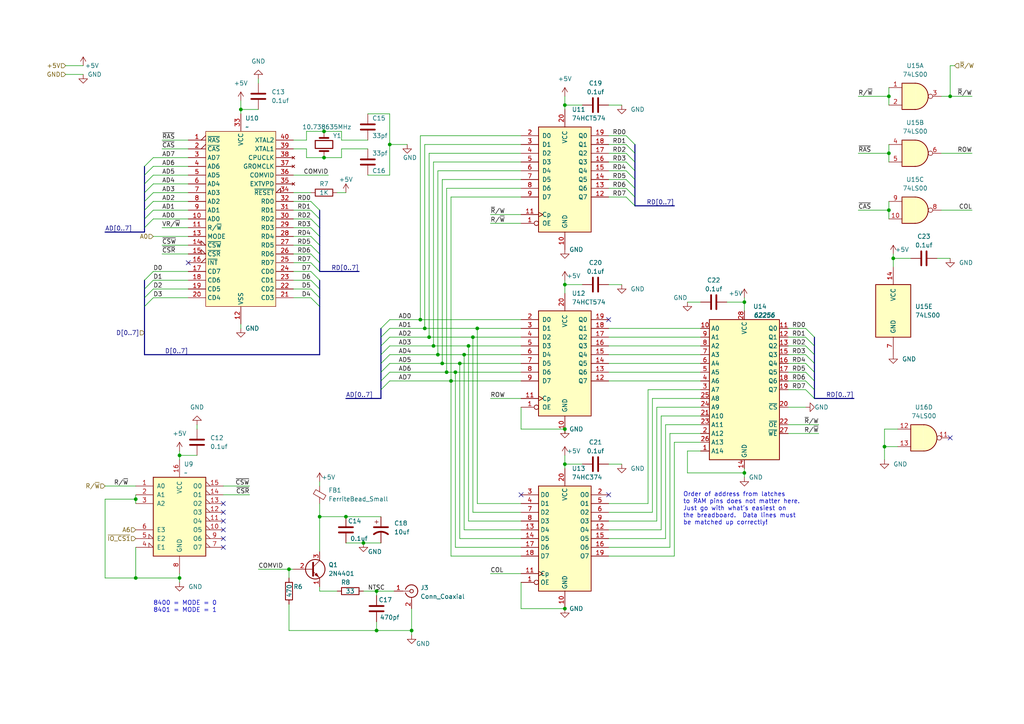
<source format=kicad_sch>
(kicad_sch (version 20211123) (generator eeschema)

  (uuid 2204c251-8be8-4062-8bc7-dcb165b6b65c)

  (paper "A4")

  (title_block
    (title "BE6502 Retroboard")
  )

  (lib_symbols
    (symbol "74xx:74HC374" (in_bom yes) (on_board yes)
      (property "Reference" "U" (id 0) (at -7.62 16.51 0)
        (effects (font (size 1.27 1.27)))
      )
      (property "Value" "74HC374" (id 1) (at -7.62 -16.51 0)
        (effects (font (size 1.27 1.27)))
      )
      (property "Footprint" "" (id 2) (at 0 0 0)
        (effects (font (size 1.27 1.27)) hide)
      )
      (property "Datasheet" "https://www.ti.com/lit/ds/symlink/cd74hct374.pdf" (id 3) (at 0 0 0)
        (effects (font (size 1.27 1.27)) hide)
      )
      (property "ki_keywords" "HCMOS DFF DFF8 REG 3State" (id 4) (at 0 0 0)
        (effects (font (size 1.27 1.27)) hide)
      )
      (property "ki_description" "8-bit Register, 3-state outputs" (id 5) (at 0 0 0)
        (effects (font (size 1.27 1.27)) hide)
      )
      (property "ki_fp_filters" "DIP?20* SOIC?20* SO?20*" (id 6) (at 0 0 0)
        (effects (font (size 1.27 1.27)) hide)
      )
      (symbol "74HC374_1_0"
        (pin input inverted (at -12.7 -12.7 0) (length 5.08)
          (name "OE" (effects (font (size 1.27 1.27))))
          (number "1" (effects (font (size 1.27 1.27))))
        )
        (pin power_in line (at 0 -20.32 90) (length 5.08)
          (name "GND" (effects (font (size 1.27 1.27))))
          (number "10" (effects (font (size 1.27 1.27))))
        )
        (pin input clock (at -12.7 -10.16 0) (length 5.08)
          (name "Cp" (effects (font (size 1.27 1.27))))
          (number "11" (effects (font (size 1.27 1.27))))
        )
        (pin tri_state line (at 12.7 2.54 180) (length 5.08)
          (name "O4" (effects (font (size 1.27 1.27))))
          (number "12" (effects (font (size 1.27 1.27))))
        )
        (pin input line (at -12.7 2.54 0) (length 5.08)
          (name "D4" (effects (font (size 1.27 1.27))))
          (number "13" (effects (font (size 1.27 1.27))))
        )
        (pin input line (at -12.7 0 0) (length 5.08)
          (name "D5" (effects (font (size 1.27 1.27))))
          (number "14" (effects (font (size 1.27 1.27))))
        )
        (pin tri_state line (at 12.7 0 180) (length 5.08)
          (name "O5" (effects (font (size 1.27 1.27))))
          (number "15" (effects (font (size 1.27 1.27))))
        )
        (pin tri_state line (at 12.7 -2.54 180) (length 5.08)
          (name "O6" (effects (font (size 1.27 1.27))))
          (number "16" (effects (font (size 1.27 1.27))))
        )
        (pin input line (at -12.7 -2.54 0) (length 5.08)
          (name "D6" (effects (font (size 1.27 1.27))))
          (number "17" (effects (font (size 1.27 1.27))))
        )
        (pin input line (at -12.7 -5.08 0) (length 5.08)
          (name "D7" (effects (font (size 1.27 1.27))))
          (number "18" (effects (font (size 1.27 1.27))))
        )
        (pin tri_state line (at 12.7 -5.08 180) (length 5.08)
          (name "O7" (effects (font (size 1.27 1.27))))
          (number "19" (effects (font (size 1.27 1.27))))
        )
        (pin tri_state line (at 12.7 12.7 180) (length 5.08)
          (name "O0" (effects (font (size 1.27 1.27))))
          (number "2" (effects (font (size 1.27 1.27))))
        )
        (pin power_in line (at 0 20.32 270) (length 5.08)
          (name "VCC" (effects (font (size 1.27 1.27))))
          (number "20" (effects (font (size 1.27 1.27))))
        )
        (pin input line (at -12.7 12.7 0) (length 5.08)
          (name "D0" (effects (font (size 1.27 1.27))))
          (number "3" (effects (font (size 1.27 1.27))))
        )
        (pin input line (at -12.7 10.16 0) (length 5.08)
          (name "D1" (effects (font (size 1.27 1.27))))
          (number "4" (effects (font (size 1.27 1.27))))
        )
        (pin tri_state line (at 12.7 10.16 180) (length 5.08)
          (name "O1" (effects (font (size 1.27 1.27))))
          (number "5" (effects (font (size 1.27 1.27))))
        )
        (pin tri_state line (at 12.7 7.62 180) (length 5.08)
          (name "O2" (effects (font (size 1.27 1.27))))
          (number "6" (effects (font (size 1.27 1.27))))
        )
        (pin input line (at -12.7 7.62 0) (length 5.08)
          (name "D2" (effects (font (size 1.27 1.27))))
          (number "7" (effects (font (size 1.27 1.27))))
        )
        (pin input line (at -12.7 5.08 0) (length 5.08)
          (name "D3" (effects (font (size 1.27 1.27))))
          (number "8" (effects (font (size 1.27 1.27))))
        )
        (pin tri_state line (at 12.7 5.08 180) (length 5.08)
          (name "O3" (effects (font (size 1.27 1.27))))
          (number "9" (effects (font (size 1.27 1.27))))
        )
      )
      (symbol "74HC374_1_1"
        (rectangle (start -7.62 15.24) (end 7.62 -15.24)
          (stroke (width 0.254) (type default) (color 0 0 0 0))
          (fill (type background))
        )
      )
    )
    (symbol "74xx:74HCT574" (pin_names (offset 1.016)) (in_bom yes) (on_board yes)
      (property "Reference" "U" (id 0) (at -7.62 16.51 0)
        (effects (font (size 1.27 1.27)))
      )
      (property "Value" "74HCT574" (id 1) (at -7.62 -16.51 0)
        (effects (font (size 1.27 1.27)))
      )
      (property "Footprint" "" (id 2) (at 0 0 0)
        (effects (font (size 1.27 1.27)) hide)
      )
      (property "Datasheet" "http://www.ti.com/lit/gpn/sn74HCT574" (id 3) (at 0 0 0)
        (effects (font (size 1.27 1.27)) hide)
      )
      (property "ki_locked" "" (id 4) (at 0 0 0)
        (effects (font (size 1.27 1.27)))
      )
      (property "ki_keywords" "TTL REG DFF DFF8 3State" (id 5) (at 0 0 0)
        (effects (font (size 1.27 1.27)) hide)
      )
      (property "ki_description" "8-bit Register, 3-state outputs" (id 6) (at 0 0 0)
        (effects (font (size 1.27 1.27)) hide)
      )
      (property "ki_fp_filters" "DIP?20*" (id 7) (at 0 0 0)
        (effects (font (size 1.27 1.27)) hide)
      )
      (symbol "74HCT574_1_0"
        (pin input inverted (at -12.7 -12.7 0) (length 5.08)
          (name "OE" (effects (font (size 1.27 1.27))))
          (number "1" (effects (font (size 1.27 1.27))))
        )
        (pin power_in line (at 0 -20.32 90) (length 5.08)
          (name "GND" (effects (font (size 1.27 1.27))))
          (number "10" (effects (font (size 1.27 1.27))))
        )
        (pin input clock (at -12.7 -10.16 0) (length 5.08)
          (name "Cp" (effects (font (size 1.27 1.27))))
          (number "11" (effects (font (size 1.27 1.27))))
        )
        (pin tri_state line (at 12.7 -5.08 180) (length 5.08)
          (name "Q7" (effects (font (size 1.27 1.27))))
          (number "12" (effects (font (size 1.27 1.27))))
        )
        (pin tri_state line (at 12.7 -2.54 180) (length 5.08)
          (name "Q6" (effects (font (size 1.27 1.27))))
          (number "13" (effects (font (size 1.27 1.27))))
        )
        (pin tri_state line (at 12.7 0 180) (length 5.08)
          (name "Q5" (effects (font (size 1.27 1.27))))
          (number "14" (effects (font (size 1.27 1.27))))
        )
        (pin tri_state line (at 12.7 2.54 180) (length 5.08)
          (name "Q4" (effects (font (size 1.27 1.27))))
          (number "15" (effects (font (size 1.27 1.27))))
        )
        (pin tri_state line (at 12.7 5.08 180) (length 5.08)
          (name "Q3" (effects (font (size 1.27 1.27))))
          (number "16" (effects (font (size 1.27 1.27))))
        )
        (pin tri_state line (at 12.7 7.62 180) (length 5.08)
          (name "Q2" (effects (font (size 1.27 1.27))))
          (number "17" (effects (font (size 1.27 1.27))))
        )
        (pin tri_state line (at 12.7 10.16 180) (length 5.08)
          (name "Q1" (effects (font (size 1.27 1.27))))
          (number "18" (effects (font (size 1.27 1.27))))
        )
        (pin tri_state line (at 12.7 12.7 180) (length 5.08)
          (name "Q0" (effects (font (size 1.27 1.27))))
          (number "19" (effects (font (size 1.27 1.27))))
        )
        (pin input line (at -12.7 12.7 0) (length 5.08)
          (name "D0" (effects (font (size 1.27 1.27))))
          (number "2" (effects (font (size 1.27 1.27))))
        )
        (pin power_in line (at 0 20.32 270) (length 5.08)
          (name "VCC" (effects (font (size 1.27 1.27))))
          (number "20" (effects (font (size 1.27 1.27))))
        )
        (pin input line (at -12.7 10.16 0) (length 5.08)
          (name "D1" (effects (font (size 1.27 1.27))))
          (number "3" (effects (font (size 1.27 1.27))))
        )
        (pin input line (at -12.7 7.62 0) (length 5.08)
          (name "D2" (effects (font (size 1.27 1.27))))
          (number "4" (effects (font (size 1.27 1.27))))
        )
        (pin input line (at -12.7 5.08 0) (length 5.08)
          (name "D3" (effects (font (size 1.27 1.27))))
          (number "5" (effects (font (size 1.27 1.27))))
        )
        (pin input line (at -12.7 2.54 0) (length 5.08)
          (name "D4" (effects (font (size 1.27 1.27))))
          (number "6" (effects (font (size 1.27 1.27))))
        )
        (pin input line (at -12.7 0 0) (length 5.08)
          (name "D5" (effects (font (size 1.27 1.27))))
          (number "7" (effects (font (size 1.27 1.27))))
        )
        (pin input line (at -12.7 -2.54 0) (length 5.08)
          (name "D6" (effects (font (size 1.27 1.27))))
          (number "8" (effects (font (size 1.27 1.27))))
        )
        (pin input line (at -12.7 -5.08 0) (length 5.08)
          (name "D7" (effects (font (size 1.27 1.27))))
          (number "9" (effects (font (size 1.27 1.27))))
        )
      )
      (symbol "74HCT574_1_1"
        (rectangle (start -7.62 15.24) (end 7.62 -15.24)
          (stroke (width 0.254) (type default) (color 0 0 0 0))
          (fill (type background))
        )
      )
    )
    (symbol "74xx:74LS00" (pin_names (offset 1.016)) (in_bom yes) (on_board yes)
      (property "Reference" "U" (id 0) (at 0 1.27 0)
        (effects (font (size 1.27 1.27)))
      )
      (property "Value" "74LS00" (id 1) (at 0 -1.27 0)
        (effects (font (size 1.27 1.27)))
      )
      (property "Footprint" "" (id 2) (at 0 0 0)
        (effects (font (size 1.27 1.27)) hide)
      )
      (property "Datasheet" "http://www.ti.com/lit/gpn/sn74ls00" (id 3) (at 0 0 0)
        (effects (font (size 1.27 1.27)) hide)
      )
      (property "ki_locked" "" (id 4) (at 0 0 0)
        (effects (font (size 1.27 1.27)))
      )
      (property "ki_keywords" "TTL nand 2-input" (id 5) (at 0 0 0)
        (effects (font (size 1.27 1.27)) hide)
      )
      (property "ki_description" "quad 2-input NAND gate" (id 6) (at 0 0 0)
        (effects (font (size 1.27 1.27)) hide)
      )
      (property "ki_fp_filters" "DIP*W7.62mm* SO14*" (id 7) (at 0 0 0)
        (effects (font (size 1.27 1.27)) hide)
      )
      (symbol "74LS00_1_1"
        (arc (start 0 -3.81) (mid 3.81 0) (end 0 3.81)
          (stroke (width 0.254) (type default) (color 0 0 0 0))
          (fill (type background))
        )
        (polyline
          (pts
            (xy 0 3.81)
            (xy -3.81 3.81)
            (xy -3.81 -3.81)
            (xy 0 -3.81)
          )
          (stroke (width 0.254) (type default) (color 0 0 0 0))
          (fill (type background))
        )
        (pin input line (at -7.62 2.54 0) (length 3.81)
          (name "~" (effects (font (size 1.27 1.27))))
          (number "1" (effects (font (size 1.27 1.27))))
        )
        (pin input line (at -7.62 -2.54 0) (length 3.81)
          (name "~" (effects (font (size 1.27 1.27))))
          (number "2" (effects (font (size 1.27 1.27))))
        )
        (pin output inverted (at 7.62 0 180) (length 3.81)
          (name "~" (effects (font (size 1.27 1.27))))
          (number "3" (effects (font (size 1.27 1.27))))
        )
      )
      (symbol "74LS00_1_2"
        (arc (start -3.81 -3.81) (mid -2.589 0) (end -3.81 3.81)
          (stroke (width 0.254) (type default) (color 0 0 0 0))
          (fill (type none))
        )
        (arc (start -0.6096 -3.81) (mid 2.1842 -2.5851) (end 3.81 0)
          (stroke (width 0.254) (type default) (color 0 0 0 0))
          (fill (type background))
        )
        (polyline
          (pts
            (xy -3.81 -3.81)
            (xy -0.635 -3.81)
          )
          (stroke (width 0.254) (type default) (color 0 0 0 0))
          (fill (type background))
        )
        (polyline
          (pts
            (xy -3.81 3.81)
            (xy -0.635 3.81)
          )
          (stroke (width 0.254) (type default) (color 0 0 0 0))
          (fill (type background))
        )
        (polyline
          (pts
            (xy -0.635 3.81)
            (xy -3.81 3.81)
            (xy -3.81 3.81)
            (xy -3.556 3.4036)
            (xy -3.0226 2.2606)
            (xy -2.6924 1.0414)
            (xy -2.6162 -0.254)
            (xy -2.7686 -1.4986)
            (xy -3.175 -2.7178)
            (xy -3.81 -3.81)
            (xy -3.81 -3.81)
            (xy -0.635 -3.81)
          )
          (stroke (width -25.4) (type default) (color 0 0 0 0))
          (fill (type background))
        )
        (arc (start 3.81 0) (mid 2.1915 2.5936) (end -0.6096 3.81)
          (stroke (width 0.254) (type default) (color 0 0 0 0))
          (fill (type background))
        )
        (pin input inverted (at -7.62 2.54 0) (length 4.318)
          (name "~" (effects (font (size 1.27 1.27))))
          (number "1" (effects (font (size 1.27 1.27))))
        )
        (pin input inverted (at -7.62 -2.54 0) (length 4.318)
          (name "~" (effects (font (size 1.27 1.27))))
          (number "2" (effects (font (size 1.27 1.27))))
        )
        (pin output line (at 7.62 0 180) (length 3.81)
          (name "~" (effects (font (size 1.27 1.27))))
          (number "3" (effects (font (size 1.27 1.27))))
        )
      )
      (symbol "74LS00_2_1"
        (arc (start 0 -3.81) (mid 3.81 0) (end 0 3.81)
          (stroke (width 0.254) (type default) (color 0 0 0 0))
          (fill (type background))
        )
        (polyline
          (pts
            (xy 0 3.81)
            (xy -3.81 3.81)
            (xy -3.81 -3.81)
            (xy 0 -3.81)
          )
          (stroke (width 0.254) (type default) (color 0 0 0 0))
          (fill (type background))
        )
        (pin input line (at -7.62 2.54 0) (length 3.81)
          (name "~" (effects (font (size 1.27 1.27))))
          (number "4" (effects (font (size 1.27 1.27))))
        )
        (pin input line (at -7.62 -2.54 0) (length 3.81)
          (name "~" (effects (font (size 1.27 1.27))))
          (number "5" (effects (font (size 1.27 1.27))))
        )
        (pin output inverted (at 7.62 0 180) (length 3.81)
          (name "~" (effects (font (size 1.27 1.27))))
          (number "6" (effects (font (size 1.27 1.27))))
        )
      )
      (symbol "74LS00_2_2"
        (arc (start -3.81 -3.81) (mid -2.589 0) (end -3.81 3.81)
          (stroke (width 0.254) (type default) (color 0 0 0 0))
          (fill (type none))
        )
        (arc (start -0.6096 -3.81) (mid 2.1842 -2.5851) (end 3.81 0)
          (stroke (width 0.254) (type default) (color 0 0 0 0))
          (fill (type background))
        )
        (polyline
          (pts
            (xy -3.81 -3.81)
            (xy -0.635 -3.81)
          )
          (stroke (width 0.254) (type default) (color 0 0 0 0))
          (fill (type background))
        )
        (polyline
          (pts
            (xy -3.81 3.81)
            (xy -0.635 3.81)
          )
          (stroke (width 0.254) (type default) (color 0 0 0 0))
          (fill (type background))
        )
        (polyline
          (pts
            (xy -0.635 3.81)
            (xy -3.81 3.81)
            (xy -3.81 3.81)
            (xy -3.556 3.4036)
            (xy -3.0226 2.2606)
            (xy -2.6924 1.0414)
            (xy -2.6162 -0.254)
            (xy -2.7686 -1.4986)
            (xy -3.175 -2.7178)
            (xy -3.81 -3.81)
            (xy -3.81 -3.81)
            (xy -0.635 -3.81)
          )
          (stroke (width -25.4) (type default) (color 0 0 0 0))
          (fill (type background))
        )
        (arc (start 3.81 0) (mid 2.1915 2.5936) (end -0.6096 3.81)
          (stroke (width 0.254) (type default) (color 0 0 0 0))
          (fill (type background))
        )
        (pin input inverted (at -7.62 2.54 0) (length 4.318)
          (name "~" (effects (font (size 1.27 1.27))))
          (number "4" (effects (font (size 1.27 1.27))))
        )
        (pin input inverted (at -7.62 -2.54 0) (length 4.318)
          (name "~" (effects (font (size 1.27 1.27))))
          (number "5" (effects (font (size 1.27 1.27))))
        )
        (pin output line (at 7.62 0 180) (length 3.81)
          (name "~" (effects (font (size 1.27 1.27))))
          (number "6" (effects (font (size 1.27 1.27))))
        )
      )
      (symbol "74LS00_3_1"
        (arc (start 0 -3.81) (mid 3.81 0) (end 0 3.81)
          (stroke (width 0.254) (type default) (color 0 0 0 0))
          (fill (type background))
        )
        (polyline
          (pts
            (xy 0 3.81)
            (xy -3.81 3.81)
            (xy -3.81 -3.81)
            (xy 0 -3.81)
          )
          (stroke (width 0.254) (type default) (color 0 0 0 0))
          (fill (type background))
        )
        (pin input line (at -7.62 -2.54 0) (length 3.81)
          (name "~" (effects (font (size 1.27 1.27))))
          (number "10" (effects (font (size 1.27 1.27))))
        )
        (pin output inverted (at 7.62 0 180) (length 3.81)
          (name "~" (effects (font (size 1.27 1.27))))
          (number "8" (effects (font (size 1.27 1.27))))
        )
        (pin input line (at -7.62 2.54 0) (length 3.81)
          (name "~" (effects (font (size 1.27 1.27))))
          (number "9" (effects (font (size 1.27 1.27))))
        )
      )
      (symbol "74LS00_3_2"
        (arc (start -3.81 -3.81) (mid -2.589 0) (end -3.81 3.81)
          (stroke (width 0.254) (type default) (color 0 0 0 0))
          (fill (type none))
        )
        (arc (start -0.6096 -3.81) (mid 2.1842 -2.5851) (end 3.81 0)
          (stroke (width 0.254) (type default) (color 0 0 0 0))
          (fill (type background))
        )
        (polyline
          (pts
            (xy -3.81 -3.81)
            (xy -0.635 -3.81)
          )
          (stroke (width 0.254) (type default) (color 0 0 0 0))
          (fill (type background))
        )
        (polyline
          (pts
            (xy -3.81 3.81)
            (xy -0.635 3.81)
          )
          (stroke (width 0.254) (type default) (color 0 0 0 0))
          (fill (type background))
        )
        (polyline
          (pts
            (xy -0.635 3.81)
            (xy -3.81 3.81)
            (xy -3.81 3.81)
            (xy -3.556 3.4036)
            (xy -3.0226 2.2606)
            (xy -2.6924 1.0414)
            (xy -2.6162 -0.254)
            (xy -2.7686 -1.4986)
            (xy -3.175 -2.7178)
            (xy -3.81 -3.81)
            (xy -3.81 -3.81)
            (xy -0.635 -3.81)
          )
          (stroke (width -25.4) (type default) (color 0 0 0 0))
          (fill (type background))
        )
        (arc (start 3.81 0) (mid 2.1915 2.5936) (end -0.6096 3.81)
          (stroke (width 0.254) (type default) (color 0 0 0 0))
          (fill (type background))
        )
        (pin input inverted (at -7.62 -2.54 0) (length 4.318)
          (name "~" (effects (font (size 1.27 1.27))))
          (number "10" (effects (font (size 1.27 1.27))))
        )
        (pin output line (at 7.62 0 180) (length 3.81)
          (name "~" (effects (font (size 1.27 1.27))))
          (number "8" (effects (font (size 1.27 1.27))))
        )
        (pin input inverted (at -7.62 2.54 0) (length 4.318)
          (name "~" (effects (font (size 1.27 1.27))))
          (number "9" (effects (font (size 1.27 1.27))))
        )
      )
      (symbol "74LS00_4_1"
        (arc (start 0 -3.81) (mid 3.81 0) (end 0 3.81)
          (stroke (width 0.254) (type default) (color 0 0 0 0))
          (fill (type background))
        )
        (polyline
          (pts
            (xy 0 3.81)
            (xy -3.81 3.81)
            (xy -3.81 -3.81)
            (xy 0 -3.81)
          )
          (stroke (width 0.254) (type default) (color 0 0 0 0))
          (fill (type background))
        )
        (pin output inverted (at 7.62 0 180) (length 3.81)
          (name "~" (effects (font (size 1.27 1.27))))
          (number "11" (effects (font (size 1.27 1.27))))
        )
        (pin input line (at -7.62 2.54 0) (length 3.81)
          (name "~" (effects (font (size 1.27 1.27))))
          (number "12" (effects (font (size 1.27 1.27))))
        )
        (pin input line (at -7.62 -2.54 0) (length 3.81)
          (name "~" (effects (font (size 1.27 1.27))))
          (number "13" (effects (font (size 1.27 1.27))))
        )
      )
      (symbol "74LS00_4_2"
        (arc (start -3.81 -3.81) (mid -2.589 0) (end -3.81 3.81)
          (stroke (width 0.254) (type default) (color 0 0 0 0))
          (fill (type none))
        )
        (arc (start -0.6096 -3.81) (mid 2.1842 -2.5851) (end 3.81 0)
          (stroke (width 0.254) (type default) (color 0 0 0 0))
          (fill (type background))
        )
        (polyline
          (pts
            (xy -3.81 -3.81)
            (xy -0.635 -3.81)
          )
          (stroke (width 0.254) (type default) (color 0 0 0 0))
          (fill (type background))
        )
        (polyline
          (pts
            (xy -3.81 3.81)
            (xy -0.635 3.81)
          )
          (stroke (width 0.254) (type default) (color 0 0 0 0))
          (fill (type background))
        )
        (polyline
          (pts
            (xy -0.635 3.81)
            (xy -3.81 3.81)
            (xy -3.81 3.81)
            (xy -3.556 3.4036)
            (xy -3.0226 2.2606)
            (xy -2.6924 1.0414)
            (xy -2.6162 -0.254)
            (xy -2.7686 -1.4986)
            (xy -3.175 -2.7178)
            (xy -3.81 -3.81)
            (xy -3.81 -3.81)
            (xy -0.635 -3.81)
          )
          (stroke (width -25.4) (type default) (color 0 0 0 0))
          (fill (type background))
        )
        (arc (start 3.81 0) (mid 2.1915 2.5936) (end -0.6096 3.81)
          (stroke (width 0.254) (type default) (color 0 0 0 0))
          (fill (type background))
        )
        (pin output line (at 7.62 0 180) (length 3.81)
          (name "~" (effects (font (size 1.27 1.27))))
          (number "11" (effects (font (size 1.27 1.27))))
        )
        (pin input inverted (at -7.62 2.54 0) (length 4.318)
          (name "~" (effects (font (size 1.27 1.27))))
          (number "12" (effects (font (size 1.27 1.27))))
        )
        (pin input inverted (at -7.62 -2.54 0) (length 4.318)
          (name "~" (effects (font (size 1.27 1.27))))
          (number "13" (effects (font (size 1.27 1.27))))
        )
      )
      (symbol "74LS00_5_0"
        (pin power_in line (at 0 12.7 270) (length 5.08)
          (name "VCC" (effects (font (size 1.27 1.27))))
          (number "14" (effects (font (size 1.27 1.27))))
        )
        (pin power_in line (at 0 -12.7 90) (length 5.08)
          (name "GND" (effects (font (size 1.27 1.27))))
          (number "7" (effects (font (size 1.27 1.27))))
        )
      )
      (symbol "74LS00_5_1"
        (rectangle (start -5.08 7.62) (end 5.08 -7.62)
          (stroke (width 0.254) (type default) (color 0 0 0 0))
          (fill (type background))
        )
      )
    )
    (symbol "74xx:74LS138" (pin_names (offset 1.016)) (in_bom yes) (on_board yes)
      (property "Reference" "U" (id 0) (at -7.62 11.43 0)
        (effects (font (size 1.27 1.27)))
      )
      (property "Value" "74LS138" (id 1) (at -7.62 -13.97 0)
        (effects (font (size 1.27 1.27)))
      )
      (property "Footprint" "" (id 2) (at 0 0 0)
        (effects (font (size 1.27 1.27)) hide)
      )
      (property "Datasheet" "http://www.ti.com/lit/gpn/sn74LS138" (id 3) (at 0 0 0)
        (effects (font (size 1.27 1.27)) hide)
      )
      (property "ki_locked" "" (id 4) (at 0 0 0)
        (effects (font (size 1.27 1.27)))
      )
      (property "ki_keywords" "TTL DECOD DECOD8" (id 5) (at 0 0 0)
        (effects (font (size 1.27 1.27)) hide)
      )
      (property "ki_description" "Decoder 3 to 8 active low outputs" (id 6) (at 0 0 0)
        (effects (font (size 1.27 1.27)) hide)
      )
      (property "ki_fp_filters" "DIP?16*" (id 7) (at 0 0 0)
        (effects (font (size 1.27 1.27)) hide)
      )
      (symbol "74LS138_1_0"
        (pin input line (at -12.7 7.62 0) (length 5.08)
          (name "A0" (effects (font (size 1.27 1.27))))
          (number "1" (effects (font (size 1.27 1.27))))
        )
        (pin output output_low (at 12.7 -5.08 180) (length 5.08)
          (name "O5" (effects (font (size 1.27 1.27))))
          (number "10" (effects (font (size 1.27 1.27))))
        )
        (pin output output_low (at 12.7 -2.54 180) (length 5.08)
          (name "O4" (effects (font (size 1.27 1.27))))
          (number "11" (effects (font (size 1.27 1.27))))
        )
        (pin output output_low (at 12.7 0 180) (length 5.08)
          (name "O3" (effects (font (size 1.27 1.27))))
          (number "12" (effects (font (size 1.27 1.27))))
        )
        (pin output output_low (at 12.7 2.54 180) (length 5.08)
          (name "O2" (effects (font (size 1.27 1.27))))
          (number "13" (effects (font (size 1.27 1.27))))
        )
        (pin output output_low (at 12.7 5.08 180) (length 5.08)
          (name "O1" (effects (font (size 1.27 1.27))))
          (number "14" (effects (font (size 1.27 1.27))))
        )
        (pin output output_low (at 12.7 7.62 180) (length 5.08)
          (name "O0" (effects (font (size 1.27 1.27))))
          (number "15" (effects (font (size 1.27 1.27))))
        )
        (pin power_in line (at 0 15.24 270) (length 5.08)
          (name "VCC" (effects (font (size 1.27 1.27))))
          (number "16" (effects (font (size 1.27 1.27))))
        )
        (pin input line (at -12.7 5.08 0) (length 5.08)
          (name "A1" (effects (font (size 1.27 1.27))))
          (number "2" (effects (font (size 1.27 1.27))))
        )
        (pin input line (at -12.7 2.54 0) (length 5.08)
          (name "A2" (effects (font (size 1.27 1.27))))
          (number "3" (effects (font (size 1.27 1.27))))
        )
        (pin input input_low (at -12.7 -10.16 0) (length 5.08)
          (name "E1" (effects (font (size 1.27 1.27))))
          (number "4" (effects (font (size 1.27 1.27))))
        )
        (pin input input_low (at -12.7 -7.62 0) (length 5.08)
          (name "E2" (effects (font (size 1.27 1.27))))
          (number "5" (effects (font (size 1.27 1.27))))
        )
        (pin input line (at -12.7 -5.08 0) (length 5.08)
          (name "E3" (effects (font (size 1.27 1.27))))
          (number "6" (effects (font (size 1.27 1.27))))
        )
        (pin output output_low (at 12.7 -10.16 180) (length 5.08)
          (name "O7" (effects (font (size 1.27 1.27))))
          (number "7" (effects (font (size 1.27 1.27))))
        )
        (pin power_in line (at 0 -17.78 90) (length 5.08)
          (name "GND" (effects (font (size 1.27 1.27))))
          (number "8" (effects (font (size 1.27 1.27))))
        )
        (pin output output_low (at 12.7 -7.62 180) (length 5.08)
          (name "O6" (effects (font (size 1.27 1.27))))
          (number "9" (effects (font (size 1.27 1.27))))
        )
      )
      (symbol "74LS138_1_1"
        (rectangle (start -7.62 10.16) (end 7.62 -12.7)
          (stroke (width 0.254) (type default) (color 0 0 0 0))
          (fill (type background))
        )
      )
    )
    (symbol "Connector:Conn_Coaxial" (pin_names (offset 1.016) hide) (in_bom yes) (on_board yes)
      (property "Reference" "J" (id 0) (at 0.254 3.048 0)
        (effects (font (size 1.27 1.27)))
      )
      (property "Value" "Conn_Coaxial" (id 1) (at 2.921 0 90)
        (effects (font (size 1.27 1.27)))
      )
      (property "Footprint" "" (id 2) (at 0 0 0)
        (effects (font (size 1.27 1.27)) hide)
      )
      (property "Datasheet" " ~" (id 3) (at 0 0 0)
        (effects (font (size 1.27 1.27)) hide)
      )
      (property "ki_keywords" "BNC SMA SMB SMC LEMO coaxial connector CINCH RCA" (id 4) (at 0 0 0)
        (effects (font (size 1.27 1.27)) hide)
      )
      (property "ki_description" "coaxial connector (BNC, SMA, SMB, SMC, Cinch/RCA, LEMO, ...)" (id 5) (at 0 0 0)
        (effects (font (size 1.27 1.27)) hide)
      )
      (property "ki_fp_filters" "*BNC* *SMA* *SMB* *SMC* *Cinch* *LEMO*" (id 6) (at 0 0 0)
        (effects (font (size 1.27 1.27)) hide)
      )
      (symbol "Conn_Coaxial_0_1"
        (arc (start -1.778 -0.508) (mid 0.2311 -1.8066) (end 1.778 0)
          (stroke (width 0.254) (type default) (color 0 0 0 0))
          (fill (type none))
        )
        (polyline
          (pts
            (xy -2.54 0)
            (xy -0.508 0)
          )
          (stroke (width 0) (type default) (color 0 0 0 0))
          (fill (type none))
        )
        (polyline
          (pts
            (xy 0 -2.54)
            (xy 0 -1.778)
          )
          (stroke (width 0) (type default) (color 0 0 0 0))
          (fill (type none))
        )
        (circle (center 0 0) (radius 0.508)
          (stroke (width 0.2032) (type default) (color 0 0 0 0))
          (fill (type none))
        )
        (arc (start 1.778 0) (mid 0.2099 1.8101) (end -1.778 0.508)
          (stroke (width 0.254) (type default) (color 0 0 0 0))
          (fill (type none))
        )
      )
      (symbol "Conn_Coaxial_1_1"
        (pin passive line (at -5.08 0 0) (length 2.54)
          (name "In" (effects (font (size 1.27 1.27))))
          (number "1" (effects (font (size 1.27 1.27))))
        )
        (pin passive line (at 0 -5.08 90) (length 2.54)
          (name "Ext" (effects (font (size 1.27 1.27))))
          (number "2" (effects (font (size 1.27 1.27))))
        )
      )
    )
    (symbol "Device:C" (pin_numbers hide) (pin_names (offset 0.254)) (in_bom yes) (on_board yes)
      (property "Reference" "C" (id 0) (at 0.635 2.54 0)
        (effects (font (size 1.27 1.27)) (justify left))
      )
      (property "Value" "C" (id 1) (at 0.635 -2.54 0)
        (effects (font (size 1.27 1.27)) (justify left))
      )
      (property "Footprint" "" (id 2) (at 0.9652 -3.81 0)
        (effects (font (size 1.27 1.27)) hide)
      )
      (property "Datasheet" "~" (id 3) (at 0 0 0)
        (effects (font (size 1.27 1.27)) hide)
      )
      (property "ki_keywords" "cap capacitor" (id 4) (at 0 0 0)
        (effects (font (size 1.27 1.27)) hide)
      )
      (property "ki_description" "Unpolarized capacitor" (id 5) (at 0 0 0)
        (effects (font (size 1.27 1.27)) hide)
      )
      (property "ki_fp_filters" "C_*" (id 6) (at 0 0 0)
        (effects (font (size 1.27 1.27)) hide)
      )
      (symbol "C_0_1"
        (polyline
          (pts
            (xy -2.032 -0.762)
            (xy 2.032 -0.762)
          )
          (stroke (width 0.508) (type default) (color 0 0 0 0))
          (fill (type none))
        )
        (polyline
          (pts
            (xy -2.032 0.762)
            (xy 2.032 0.762)
          )
          (stroke (width 0.508) (type default) (color 0 0 0 0))
          (fill (type none))
        )
      )
      (symbol "C_1_1"
        (pin passive line (at 0 3.81 270) (length 2.794)
          (name "~" (effects (font (size 1.27 1.27))))
          (number "1" (effects (font (size 1.27 1.27))))
        )
        (pin passive line (at 0 -3.81 90) (length 2.794)
          (name "~" (effects (font (size 1.27 1.27))))
          (number "2" (effects (font (size 1.27 1.27))))
        )
      )
    )
    (symbol "Device:C_Polarized_US" (pin_numbers hide) (pin_names (offset 0.254) hide) (in_bom yes) (on_board yes)
      (property "Reference" "C" (id 0) (at 0.635 2.54 0)
        (effects (font (size 1.27 1.27)) (justify left))
      )
      (property "Value" "C_Polarized_US" (id 1) (at 0.635 -2.54 0)
        (effects (font (size 1.27 1.27)) (justify left))
      )
      (property "Footprint" "" (id 2) (at 0 0 0)
        (effects (font (size 1.27 1.27)) hide)
      )
      (property "Datasheet" "~" (id 3) (at 0 0 0)
        (effects (font (size 1.27 1.27)) hide)
      )
      (property "ki_keywords" "cap capacitor" (id 4) (at 0 0 0)
        (effects (font (size 1.27 1.27)) hide)
      )
      (property "ki_description" "Polarized capacitor, US symbol" (id 5) (at 0 0 0)
        (effects (font (size 1.27 1.27)) hide)
      )
      (property "ki_fp_filters" "CP_*" (id 6) (at 0 0 0)
        (effects (font (size 1.27 1.27)) hide)
      )
      (symbol "C_Polarized_US_0_1"
        (polyline
          (pts
            (xy -2.032 0.762)
            (xy 2.032 0.762)
          )
          (stroke (width 0.508) (type default) (color 0 0 0 0))
          (fill (type none))
        )
        (polyline
          (pts
            (xy -1.778 2.286)
            (xy -0.762 2.286)
          )
          (stroke (width 0) (type default) (color 0 0 0 0))
          (fill (type none))
        )
        (polyline
          (pts
            (xy -1.27 1.778)
            (xy -1.27 2.794)
          )
          (stroke (width 0) (type default) (color 0 0 0 0))
          (fill (type none))
        )
        (arc (start 2.032 -1.27) (mid 0 -0.5572) (end -2.032 -1.27)
          (stroke (width 0.508) (type default) (color 0 0 0 0))
          (fill (type none))
        )
      )
      (symbol "C_Polarized_US_1_1"
        (pin passive line (at 0 3.81 270) (length 2.794)
          (name "~" (effects (font (size 1.27 1.27))))
          (number "1" (effects (font (size 1.27 1.27))))
        )
        (pin passive line (at 0 -3.81 90) (length 3.302)
          (name "~" (effects (font (size 1.27 1.27))))
          (number "2" (effects (font (size 1.27 1.27))))
        )
      )
    )
    (symbol "Device:Crystal" (pin_numbers hide) (pin_names (offset 1.016) hide) (in_bom yes) (on_board yes)
      (property "Reference" "Y" (id 0) (at 0 3.81 0)
        (effects (font (size 1.27 1.27)))
      )
      (property "Value" "Crystal" (id 1) (at 0 -3.81 0)
        (effects (font (size 1.27 1.27)))
      )
      (property "Footprint" "" (id 2) (at 0 0 0)
        (effects (font (size 1.27 1.27)) hide)
      )
      (property "Datasheet" "~" (id 3) (at 0 0 0)
        (effects (font (size 1.27 1.27)) hide)
      )
      (property "ki_keywords" "quartz ceramic resonator oscillator" (id 4) (at 0 0 0)
        (effects (font (size 1.27 1.27)) hide)
      )
      (property "ki_description" "Two pin crystal" (id 5) (at 0 0 0)
        (effects (font (size 1.27 1.27)) hide)
      )
      (property "ki_fp_filters" "Crystal*" (id 6) (at 0 0 0)
        (effects (font (size 1.27 1.27)) hide)
      )
      (symbol "Crystal_0_1"
        (rectangle (start -1.143 2.54) (end 1.143 -2.54)
          (stroke (width 0.3048) (type default) (color 0 0 0 0))
          (fill (type none))
        )
        (polyline
          (pts
            (xy -2.54 0)
            (xy -1.905 0)
          )
          (stroke (width 0) (type default) (color 0 0 0 0))
          (fill (type none))
        )
        (polyline
          (pts
            (xy -1.905 -1.27)
            (xy -1.905 1.27)
          )
          (stroke (width 0.508) (type default) (color 0 0 0 0))
          (fill (type none))
        )
        (polyline
          (pts
            (xy 1.905 -1.27)
            (xy 1.905 1.27)
          )
          (stroke (width 0.508) (type default) (color 0 0 0 0))
          (fill (type none))
        )
        (polyline
          (pts
            (xy 2.54 0)
            (xy 1.905 0)
          )
          (stroke (width 0) (type default) (color 0 0 0 0))
          (fill (type none))
        )
      )
      (symbol "Crystal_1_1"
        (pin passive line (at -3.81 0 0) (length 1.27)
          (name "1" (effects (font (size 1.27 1.27))))
          (number "1" (effects (font (size 1.27 1.27))))
        )
        (pin passive line (at 3.81 0 180) (length 1.27)
          (name "2" (effects (font (size 1.27 1.27))))
          (number "2" (effects (font (size 1.27 1.27))))
        )
      )
    )
    (symbol "Device:FerriteBead_Small" (pin_numbers hide) (pin_names (offset 0)) (in_bom yes) (on_board yes)
      (property "Reference" "FB" (id 0) (at 1.905 1.27 0)
        (effects (font (size 1.27 1.27)) (justify left))
      )
      (property "Value" "FerriteBead_Small" (id 1) (at 1.905 -1.27 0)
        (effects (font (size 1.27 1.27)) (justify left))
      )
      (property "Footprint" "" (id 2) (at -1.778 0 90)
        (effects (font (size 1.27 1.27)) hide)
      )
      (property "Datasheet" "~" (id 3) (at 0 0 0)
        (effects (font (size 1.27 1.27)) hide)
      )
      (property "ki_keywords" "L ferrite bead inductor filter" (id 4) (at 0 0 0)
        (effects (font (size 1.27 1.27)) hide)
      )
      (property "ki_description" "Ferrite bead, small symbol" (id 5) (at 0 0 0)
        (effects (font (size 1.27 1.27)) hide)
      )
      (property "ki_fp_filters" "Inductor_* L_* *Ferrite*" (id 6) (at 0 0 0)
        (effects (font (size 1.27 1.27)) hide)
      )
      (symbol "FerriteBead_Small_0_1"
        (polyline
          (pts
            (xy 0 -1.27)
            (xy 0 -0.7874)
          )
          (stroke (width 0) (type default) (color 0 0 0 0))
          (fill (type none))
        )
        (polyline
          (pts
            (xy 0 0.889)
            (xy 0 1.2954)
          )
          (stroke (width 0) (type default) (color 0 0 0 0))
          (fill (type none))
        )
        (polyline
          (pts
            (xy -1.8288 0.2794)
            (xy -1.1176 1.4986)
            (xy 1.8288 -0.2032)
            (xy 1.1176 -1.4224)
            (xy -1.8288 0.2794)
          )
          (stroke (width 0) (type default) (color 0 0 0 0))
          (fill (type none))
        )
      )
      (symbol "FerriteBead_Small_1_1"
        (pin passive line (at 0 2.54 270) (length 1.27)
          (name "~" (effects (font (size 1.27 1.27))))
          (number "1" (effects (font (size 1.27 1.27))))
        )
        (pin passive line (at 0 -2.54 90) (length 1.27)
          (name "~" (effects (font (size 1.27 1.27))))
          (number "2" (effects (font (size 1.27 1.27))))
        )
      )
    )
    (symbol "Device:R" (pin_numbers hide) (pin_names (offset 0)) (in_bom yes) (on_board yes)
      (property "Reference" "R" (id 0) (at 2.032 0 90)
        (effects (font (size 1.27 1.27)))
      )
      (property "Value" "R" (id 1) (at 0 0 90)
        (effects (font (size 1.27 1.27)))
      )
      (property "Footprint" "" (id 2) (at -1.778 0 90)
        (effects (font (size 1.27 1.27)) hide)
      )
      (property "Datasheet" "~" (id 3) (at 0 0 0)
        (effects (font (size 1.27 1.27)) hide)
      )
      (property "ki_keywords" "R res resistor" (id 4) (at 0 0 0)
        (effects (font (size 1.27 1.27)) hide)
      )
      (property "ki_description" "Resistor" (id 5) (at 0 0 0)
        (effects (font (size 1.27 1.27)) hide)
      )
      (property "ki_fp_filters" "R_*" (id 6) (at 0 0 0)
        (effects (font (size 1.27 1.27)) hide)
      )
      (symbol "R_0_1"
        (rectangle (start -1.016 -2.54) (end 1.016 2.54)
          (stroke (width 0.254) (type default) (color 0 0 0 0))
          (fill (type none))
        )
      )
      (symbol "R_1_1"
        (pin passive line (at 0 3.81 270) (length 1.27)
          (name "~" (effects (font (size 1.27 1.27))))
          (number "1" (effects (font (size 1.27 1.27))))
        )
        (pin passive line (at 0 -3.81 90) (length 1.27)
          (name "~" (effects (font (size 1.27 1.27))))
          (number "2" (effects (font (size 1.27 1.27))))
        )
      )
    )
    (symbol "Memory_RAM:KM62256CLP" (in_bom yes) (on_board yes)
      (property "Reference" "U3" (id 0) (at -10.16 21.59 0)
        (effects (font (size 1.27 1.27)) (justify left))
      )
      (property "Value" "KM62256CLP" (id 1) (at 1.27 21.59 0)
        (effects (font (size 1.27 1.27) bold italic) (justify left))
      )
      (property "Footprint" "Package_DIP:DIP-28_W15.24mm" (id 2) (at 2.54 0 0)
        (effects (font (size 1.27 1.27)) hide)
      )
      (property "Datasheet" "https://www.futurlec.com/Datasheet/Memory/62256.pdf" (id 3) (at 2.54 0 0)
        (effects (font (size 1.27 1.27)) hide)
      )
      (property "ki_keywords" "RAM SRAM CMOS MEMORY" (id 4) (at 0 0 0)
        (effects (font (size 1.27 1.27)) hide)
      )
      (property "ki_description" "32Kx8 bit Low Power CMOS Static RAM, 55/70ns, DIP-28" (id 5) (at 0 0 0)
        (effects (font (size 1.27 1.27)) hide)
      )
      (property "ki_fp_filters" "DIP*W15.24mm*" (id 6) (at 0 0 0)
        (effects (font (size 1.27 1.27)) hide)
      )
      (symbol "KM62256CLP_0_0"
        (pin power_in line (at 0 -22.86 90) (length 2.54)
          (name "GND" (effects (font (size 1.27 1.27))))
          (number "14" (effects (font (size 1.27 1.27))))
        )
        (pin power_in line (at 0 22.86 270) (length 2.54)
          (name "VCC" (effects (font (size 1.27 1.27))))
          (number "28" (effects (font (size 1.27 1.27))))
        )
      )
      (symbol "KM62256CLP_0_1"
        (rectangle (start -10.16 20.32) (end 10.16 -20.32)
          (stroke (width 0.254) (type default) (color 0 0 0 0))
          (fill (type background))
        )
      )
      (symbol "KM62256CLP_1_1"
        (pin input line (at -12.7 -17.78 0) (length 2.54)
          (name "A14" (effects (font (size 1.27 1.27))))
          (number "1" (effects (font (size 1.27 1.27))))
        )
        (pin input line (at -12.7 17.78 0) (length 2.54)
          (name "A0" (effects (font (size 1.27 1.27))))
          (number "10" (effects (font (size 1.27 1.27))))
        )
        (pin tri_state line (at 12.7 17.78 180) (length 2.54)
          (name "Q0" (effects (font (size 1.27 1.27))))
          (number "11" (effects (font (size 1.27 1.27))))
        )
        (pin tri_state line (at 12.7 15.24 180) (length 2.54)
          (name "Q1" (effects (font (size 1.27 1.27))))
          (number "12" (effects (font (size 1.27 1.27))))
        )
        (pin tri_state line (at 12.7 12.7 180) (length 2.54)
          (name "Q2" (effects (font (size 1.27 1.27))))
          (number "13" (effects (font (size 1.27 1.27))))
        )
        (pin tri_state line (at 12.7 10.16 180) (length 2.54)
          (name "Q3" (effects (font (size 1.27 1.27))))
          (number "15" (effects (font (size 1.27 1.27))))
        )
        (pin tri_state line (at 12.7 7.62 180) (length 2.54)
          (name "Q4" (effects (font (size 1.27 1.27))))
          (number "16" (effects (font (size 1.27 1.27))))
        )
        (pin tri_state line (at 12.7 5.08 180) (length 2.54)
          (name "Q5" (effects (font (size 1.27 1.27))))
          (number "17" (effects (font (size 1.27 1.27))))
        )
        (pin tri_state line (at 12.7 2.54 180) (length 2.54)
          (name "Q6" (effects (font (size 1.27 1.27))))
          (number "18" (effects (font (size 1.27 1.27))))
        )
        (pin tri_state line (at 12.7 0 180) (length 2.54)
          (name "Q7" (effects (font (size 1.27 1.27))))
          (number "19" (effects (font (size 1.27 1.27))))
        )
        (pin input line (at -12.7 -12.7 0) (length 2.54)
          (name "A12" (effects (font (size 1.27 1.27))))
          (number "2" (effects (font (size 1.27 1.27))))
        )
        (pin input line (at 12.7 -5.08 180) (length 2.54)
          (name "~{CS}" (effects (font (size 1.27 1.27))))
          (number "20" (effects (font (size 1.27 1.27))))
        )
        (pin input line (at -12.7 -7.62 0) (length 2.54)
          (name "A10" (effects (font (size 1.27 1.27))))
          (number "21" (effects (font (size 1.27 1.27))))
        )
        (pin input line (at 12.7 -10.16 180) (length 2.54)
          (name "~{OE}" (effects (font (size 1.27 1.27))))
          (number "22" (effects (font (size 1.27 1.27))))
        )
        (pin input line (at -12.7 -10.16 0) (length 2.54)
          (name "A11" (effects (font (size 1.27 1.27))))
          (number "23" (effects (font (size 1.27 1.27))))
        )
        (pin input line (at -12.7 -5.08 0) (length 2.54)
          (name "A9" (effects (font (size 1.27 1.27))))
          (number "24" (effects (font (size 1.27 1.27))))
        )
        (pin input line (at -12.7 -2.54 0) (length 2.54)
          (name "A8" (effects (font (size 1.27 1.27))))
          (number "25" (effects (font (size 1.27 1.27))))
        )
        (pin input line (at -12.7 -15.24 0) (length 2.54)
          (name "A13" (effects (font (size 1.27 1.27))))
          (number "26" (effects (font (size 1.27 1.27))))
        )
        (pin input line (at 12.7 -12.7 180) (length 2.54)
          (name "~{WE}" (effects (font (size 1.27 1.27))))
          (number "27" (effects (font (size 1.27 1.27))))
        )
        (pin input line (at -12.7 0 0) (length 2.54)
          (name "A7" (effects (font (size 1.27 1.27))))
          (number "3" (effects (font (size 1.27 1.27))))
        )
        (pin input line (at -12.7 2.54 0) (length 2.54)
          (name "A6" (effects (font (size 1.27 1.27))))
          (number "4" (effects (font (size 1.27 1.27))))
        )
        (pin input line (at -12.7 5.08 0) (length 2.54)
          (name "A5" (effects (font (size 1.27 1.27))))
          (number "5" (effects (font (size 1.27 1.27))))
        )
        (pin input line (at -12.7 7.62 0) (length 2.54)
          (name "A4" (effects (font (size 1.27 1.27))))
          (number "6" (effects (font (size 1.27 1.27))))
        )
        (pin input line (at -12.7 10.16 0) (length 2.54)
          (name "A3" (effects (font (size 1.27 1.27))))
          (number "7" (effects (font (size 1.27 1.27))))
        )
        (pin input line (at -12.7 12.7 0) (length 2.54)
          (name "A2" (effects (font (size 1.27 1.27))))
          (number "8" (effects (font (size 1.27 1.27))))
        )
        (pin input line (at -12.7 15.24 0) (length 2.54)
          (name "A1" (effects (font (size 1.27 1.27))))
          (number "9" (effects (font (size 1.27 1.27))))
        )
      )
    )
    (symbol "Transistor_BJT:PN2222A" (pin_names (offset 0) hide) (in_bom yes) (on_board yes)
      (property "Reference" "Q" (id 0) (at 5.08 1.905 0)
        (effects (font (size 1.27 1.27)) (justify left))
      )
      (property "Value" "PN2222A" (id 1) (at 5.08 0 0)
        (effects (font (size 1.27 1.27)) (justify left))
      )
      (property "Footprint" "Package_TO_SOT_THT:TO-92_Inline" (id 2) (at 5.08 -1.905 0)
        (effects (font (size 1.27 1.27) italic) (justify left) hide)
      )
      (property "Datasheet" "https://www.onsemi.com/pub/Collateral/PN2222-D.PDF" (id 3) (at 0 0 0)
        (effects (font (size 1.27 1.27)) (justify left) hide)
      )
      (property "ki_keywords" "NPN Transistor" (id 4) (at 0 0 0)
        (effects (font (size 1.27 1.27)) hide)
      )
      (property "ki_description" "1A Ic, 40V Vce, NPN Transistor, General Purpose Transistor, TO-92" (id 5) (at 0 0 0)
        (effects (font (size 1.27 1.27)) hide)
      )
      (property "ki_fp_filters" "TO?92*" (id 6) (at 0 0 0)
        (effects (font (size 1.27 1.27)) hide)
      )
      (symbol "PN2222A_0_1"
        (polyline
          (pts
            (xy 0 0)
            (xy 0.635 0)
          )
          (stroke (width 0) (type default) (color 0 0 0 0))
          (fill (type none))
        )
        (polyline
          (pts
            (xy 2.54 -2.54)
            (xy 0.635 -0.635)
          )
          (stroke (width 0) (type default) (color 0 0 0 0))
          (fill (type none))
        )
        (polyline
          (pts
            (xy 2.54 2.54)
            (xy 0.635 0.635)
          )
          (stroke (width 0) (type default) (color 0 0 0 0))
          (fill (type none))
        )
        (polyline
          (pts
            (xy 0.635 1.905)
            (xy 0.635 -1.905)
            (xy 0.635 -1.905)
          )
          (stroke (width 0.508) (type default) (color 0 0 0 0))
          (fill (type none))
        )
        (polyline
          (pts
            (xy 2.413 -2.413)
            (xy 1.905 -1.905)
            (xy 1.905 -1.905)
          )
          (stroke (width 0) (type default) (color 0 0 0 0))
          (fill (type none))
        )
        (polyline
          (pts
            (xy 1.143 -1.651)
            (xy 1.651 -1.143)
            (xy 2.159 -2.159)
            (xy 1.143 -1.651)
            (xy 1.143 -1.651)
          )
          (stroke (width 0) (type default) (color 0 0 0 0))
          (fill (type outline))
        )
        (circle (center 1.27 0) (radius 2.8194)
          (stroke (width 0.254) (type default) (color 0 0 0 0))
          (fill (type none))
        )
      )
      (symbol "PN2222A_1_1"
        (pin passive line (at 2.54 -5.08 90) (length 2.54)
          (name "E" (effects (font (size 1.27 1.27))))
          (number "1" (effects (font (size 1.27 1.27))))
        )
        (pin input line (at -5.08 0 0) (length 5.08)
          (name "B" (effects (font (size 1.27 1.27))))
          (number "2" (effects (font (size 1.27 1.27))))
        )
        (pin passive line (at 2.54 5.08 270) (length 2.54)
          (name "C" (effects (font (size 1.27 1.27))))
          (number "3" (effects (font (size 1.27 1.27))))
        )
      )
    )
    (symbol "local_lib:TMS9918A" (in_bom yes) (on_board yes)
      (property "Reference" "U2" (id 0) (at 1.27 3.81 0)
        (effects (font (size 1.27 1.27)) (justify left))
      )
      (property "Value" "~" (id 1) (at 1.27 1.27 0)
        (effects (font (size 1.27 1.27)) (justify left))
      )
      (property "Footprint" "" (id 2) (at -15.24 -2.54 0)
        (effects (font (size 1.27 1.27)) hide)
      )
      (property "Datasheet" "" (id 3) (at -15.24 -2.54 0)
        (effects (font (size 1.27 1.27)) hide)
      )
      (symbol "TMS9918A_0_0"
        (pin output output_low (at -15.24 -2.54 0) (length 5)
          (name "~{RAS}" (effects (font (size 1.27 1.27))))
          (number "1" (effects (font (size 1.27 1.27))))
        )
        (pin output line (at -15.24 -25.4 0) (length 5)
          (name "AD0" (effects (font (size 1.27 1.27))))
          (number "10" (effects (font (size 1.27 1.27))))
        )
        (pin output line (at -15.24 -27.94 0) (length 5)
          (name "R/~{W}" (effects (font (size 1.27 1.27))))
          (number "11" (effects (font (size 1.27 1.27))))
        )
        (pin power_in line (at 0 -55.88 90) (length 5)
          (name "VSS" (effects (font (size 1.27 1.27))))
          (number "12" (effects (font (size 1.27 1.27))))
        )
        (pin input line (at -15.24 -30.48 0) (length 5)
          (name "MODE" (effects (font (size 1.27 1.27))))
          (number "13" (effects (font (size 1.27 1.27))))
        )
        (pin input input_low (at -15.24 -33.02 0) (length 5)
          (name "~{CSW}" (effects (font (size 1.27 1.27))))
          (number "14" (effects (font (size 1.27 1.27))))
        )
        (pin input input_low (at -15.24 -35.56 0) (length 5)
          (name "~{CSR}" (effects (font (size 1.27 1.27))))
          (number "15" (effects (font (size 1.27 1.27))))
        )
        (pin output output_low (at -15.24 -38.1 0) (length 5)
          (name "~{INT}" (effects (font (size 1.27 1.27))))
          (number "16" (effects (font (size 1.27 1.27))))
        )
        (pin input line (at -15.24 -40.64 0) (length 5)
          (name "CD7" (effects (font (size 1.27 1.27))))
          (number "17" (effects (font (size 1.27 1.27))))
        )
        (pin input line (at -15.24 -43.18 0) (length 5)
          (name "CD6" (effects (font (size 1.27 1.27))))
          (number "18" (effects (font (size 1.27 1.27))))
        )
        (pin input line (at -15.24 -45.72 0) (length 5)
          (name "CD5" (effects (font (size 1.27 1.27))))
          (number "19" (effects (font (size 1.27 1.27))))
        )
        (pin output output_low (at -15.24 -5.08 0) (length 5)
          (name "~{CAS}" (effects (font (size 1.27 1.27))))
          (number "2" (effects (font (size 1.27 1.27))))
        )
        (pin input line (at -15.24 -48.26 0) (length 5)
          (name "CD4" (effects (font (size 1.27 1.27))))
          (number "20" (effects (font (size 1.27 1.27))))
        )
        (pin input line (at 15.24 -48.26 180) (length 5)
          (name "CD3" (effects (font (size 1.27 1.27))))
          (number "21" (effects (font (size 1.27 1.27))))
        )
        (pin input line (at 15.24 -45.72 180) (length 5)
          (name "CD2" (effects (font (size 1.27 1.27))))
          (number "22" (effects (font (size 1.27 1.27))))
        )
        (pin input line (at 15.24 -43.18 180) (length 5)
          (name "CD1" (effects (font (size 1.27 1.27))))
          (number "23" (effects (font (size 1.27 1.27))))
        )
        (pin input line (at 15.24 -40.64 180) (length 5)
          (name "CD0" (effects (font (size 1.27 1.27))))
          (number "24" (effects (font (size 1.27 1.27))))
        )
        (pin input line (at 15.24 -38.1 180) (length 5)
          (name "RD7" (effects (font (size 1.27 1.27))))
          (number "25" (effects (font (size 1.27 1.27))))
        )
        (pin input line (at 15.24 -35.56 180) (length 5)
          (name "RD6" (effects (font (size 1.27 1.27))))
          (number "26" (effects (font (size 1.27 1.27))))
        )
        (pin input line (at 15.24 -33.02 180) (length 5)
          (name "RD5" (effects (font (size 1.27 1.27))))
          (number "27" (effects (font (size 1.27 1.27))))
        )
        (pin input line (at 15.24 -30.48 180) (length 5)
          (name "RD4" (effects (font (size 1.27 1.27))))
          (number "28" (effects (font (size 1.27 1.27))))
        )
        (pin input line (at 15.24 -27.94 180) (length 5)
          (name "RD3" (effects (font (size 1.27 1.27))))
          (number "29" (effects (font (size 1.27 1.27))))
        )
        (pin output line (at -15.24 -7.62 0) (length 5)
          (name "AD7" (effects (font (size 1.27 1.27))))
          (number "3" (effects (font (size 1.27 1.27))))
        )
        (pin input line (at 15.24 -25.4 180) (length 5)
          (name "RD2" (effects (font (size 1.27 1.27))))
          (number "30" (effects (font (size 1.27 1.27))))
        )
        (pin input line (at 15.24 -22.86 180) (length 5)
          (name "RD1" (effects (font (size 1.27 1.27))))
          (number "31" (effects (font (size 1.27 1.27))))
        )
        (pin input line (at 15.24 -20.32 180) (length 5)
          (name "RD0" (effects (font (size 1.27 1.27))))
          (number "32" (effects (font (size 1.27 1.27))))
        )
        (pin power_in line (at 0 5.08 270) (length 5)
          (name "VCC" (effects (font (size 1.27 1.27))))
          (number "33" (effects (font (size 1.27 1.27))))
        )
        (pin input input_low (at 15.24 -17.78 180) (length 5)
          (name "~{RESET}" (effects (font (size 1.27 1.27))))
          (number "34" (effects (font (size 1.27 1.27))))
        )
        (pin no_connect line (at 15.24 -15.24 180) (length 5)
          (name "EXTVPD" (effects (font (size 1.27 1.27))))
          (number "35" (effects (font (size 1.27 1.27))))
        )
        (pin output line (at 15.24 -12.7 180) (length 5)
          (name "COMVID" (effects (font (size 1.27 1.27))))
          (number "36" (effects (font (size 1.27 1.27))))
        )
        (pin no_connect line (at 15.24 -10.16 180) (length 5)
          (name "GROMCLK" (effects (font (size 1.27 1.27))))
          (number "37" (effects (font (size 1.27 1.27))))
        )
        (pin no_connect line (at 15.24 -7.62 180) (length 5)
          (name "CPUCLK" (effects (font (size 1.27 1.27))))
          (number "38" (effects (font (size 1.27 1.27))))
        )
        (pin input line (at 15.24 -5.08 180) (length 5)
          (name "XTAL1" (effects (font (size 1.27 1.27))))
          (number "39" (effects (font (size 1.27 1.27))))
        )
        (pin output line (at -15.24 -10.16 0) (length 5)
          (name "AD6" (effects (font (size 1.27 1.27))))
          (number "4" (effects (font (size 1.27 1.27))))
        )
        (pin input line (at 15.24 -2.54 180) (length 5)
          (name "XTAL2" (effects (font (size 1.27 1.27))))
          (number "40" (effects (font (size 1.27 1.27))))
        )
        (pin output line (at -15.24 -12.7 0) (length 5)
          (name "AD5" (effects (font (size 1.27 1.27))))
          (number "5" (effects (font (size 1.27 1.27))))
        )
        (pin output line (at -15.24 -15.24 0) (length 5)
          (name "AD4" (effects (font (size 1.27 1.27))))
          (number "6" (effects (font (size 1.27 1.27))))
        )
        (pin output line (at -15.24 -17.78 0) (length 5)
          (name "AD3" (effects (font (size 1.27 1.27))))
          (number "7" (effects (font (size 1.27 1.27))))
        )
        (pin output line (at -15.24 -20.32 0) (length 5)
          (name "AD2" (effects (font (size 1.27 1.27))))
          (number "8" (effects (font (size 1.27 1.27))))
        )
        (pin output line (at -15.24 -22.86 0) (length 5)
          (name "AD1" (effects (font (size 1.27 1.27))))
          (number "9" (effects (font (size 1.27 1.27))))
        )
      )
      (symbol "TMS9918A_0_1"
        (rectangle (start -10.16 0) (end 10.16 -50.8)
          (stroke (width 0) (type default) (color 0 0 0 0))
          (fill (type background))
        )
      )
    )
    (symbol "power:+5V" (power) (pin_names (offset 0)) (in_bom yes) (on_board yes)
      (property "Reference" "#PWR" (id 0) (at 0 -3.81 0)
        (effects (font (size 1.27 1.27)) hide)
      )
      (property "Value" "+5V" (id 1) (at 0 3.556 0)
        (effects (font (size 1.27 1.27)))
      )
      (property "Footprint" "" (id 2) (at 0 0 0)
        (effects (font (size 1.27 1.27)) hide)
      )
      (property "Datasheet" "" (id 3) (at 0 0 0)
        (effects (font (size 1.27 1.27)) hide)
      )
      (property "ki_keywords" "power-flag" (id 4) (at 0 0 0)
        (effects (font (size 1.27 1.27)) hide)
      )
      (property "ki_description" "Power symbol creates a global label with name \"+5V\"" (id 5) (at 0 0 0)
        (effects (font (size 1.27 1.27)) hide)
      )
      (symbol "+5V_0_1"
        (polyline
          (pts
            (xy -0.762 1.27)
            (xy 0 2.54)
          )
          (stroke (width 0) (type default) (color 0 0 0 0))
          (fill (type none))
        )
        (polyline
          (pts
            (xy 0 0)
            (xy 0 2.54)
          )
          (stroke (width 0) (type default) (color 0 0 0 0))
          (fill (type none))
        )
        (polyline
          (pts
            (xy 0 2.54)
            (xy 0.762 1.27)
          )
          (stroke (width 0) (type default) (color 0 0 0 0))
          (fill (type none))
        )
      )
      (symbol "+5V_1_1"
        (pin power_in line (at 0 0 90) (length 0) hide
          (name "+5V" (effects (font (size 1.27 1.27))))
          (number "1" (effects (font (size 1.27 1.27))))
        )
      )
    )
    (symbol "power:GND" (power) (pin_names (offset 0)) (in_bom yes) (on_board yes)
      (property "Reference" "#PWR" (id 0) (at 0 -6.35 0)
        (effects (font (size 1.27 1.27)) hide)
      )
      (property "Value" "GND" (id 1) (at 0 -3.81 0)
        (effects (font (size 1.27 1.27)))
      )
      (property "Footprint" "" (id 2) (at 0 0 0)
        (effects (font (size 1.27 1.27)) hide)
      )
      (property "Datasheet" "" (id 3) (at 0 0 0)
        (effects (font (size 1.27 1.27)) hide)
      )
      (property "ki_keywords" "power-flag" (id 4) (at 0 0 0)
        (effects (font (size 1.27 1.27)) hide)
      )
      (property "ki_description" "Power symbol creates a global label with name \"GND\" , ground" (id 5) (at 0 0 0)
        (effects (font (size 1.27 1.27)) hide)
      )
      (symbol "GND_0_1"
        (polyline
          (pts
            (xy 0 0)
            (xy 0 -1.27)
            (xy 1.27 -1.27)
            (xy 0 -2.54)
            (xy -1.27 -1.27)
            (xy 0 -1.27)
          )
          (stroke (width 0) (type default) (color 0 0 0 0))
          (fill (type none))
        )
      )
      (symbol "GND_1_1"
        (pin power_in line (at 0 0 270) (length 0) hide
          (name "GND" (effects (font (size 1.27 1.27))))
          (number "1" (effects (font (size 1.27 1.27))))
        )
      )
    )
  )


  (junction (at 163.83 30.48) (diameter 0) (color 0 0 0 0)
    (uuid 04eda27d-83d4-4402-baf7-aab83a78f74b)
  )
  (junction (at 39.37 167.64) (diameter 0) (color 0 0 0 0)
    (uuid 0550fb58-c2cf-4894-b650-7eb69a691fa3)
  )
  (junction (at 163.83 82.55) (diameter 0) (color 0 0 0 0)
    (uuid 05a3de3f-7dad-4619-b154-5391f9cda128)
  )
  (junction (at 137.16 97.79) (diameter 0) (color 0 0 0 0)
    (uuid 083cfc34-4fe7-47b9-a7b3-5fd91b855315)
  )
  (junction (at 130.81 110.49) (diameter 0) (color 0 0 0 0)
    (uuid 0be314b1-635c-492b-a810-4ab295a4e64e)
  )
  (junction (at 163.83 176.53) (diameter 0) (color 0 0 0 0)
    (uuid 0d9fda4c-09db-454f-a7bb-304936e5bab0)
  )
  (junction (at 52.07 132.08) (diameter 0) (color 0 0 0 0)
    (uuid 11ec1428-ba2c-41c7-b050-1fb4675946aa)
  )
  (junction (at 39.37 144.78) (diameter 0) (color 0 0 0 0)
    (uuid 11fe778d-b76a-4088-9904-a2780a7f5daa)
  )
  (junction (at 163.83 124.46) (diameter 0) (color 0 0 0 0)
    (uuid 15eb589e-d92c-4493-98c3-1b1d85516fb3)
  )
  (junction (at 163.83 134.62) (diameter 0) (color 0 0 0 0)
    (uuid 1c15ef77-3b4b-4c79-bbf8-d6459b2f4af1)
  )
  (junction (at 109.22 182.88) (diameter 0) (color 0 0 0 0)
    (uuid 1ee1a197-b3b9-42a4-9c97-2ec77086ba9f)
  )
  (junction (at 256.54 129.54) (diameter 0) (color 0 0 0 0)
    (uuid 265d8707-0ace-4f2f-99a3-08cdb77ab0af)
  )
  (junction (at 134.62 102.87) (diameter 0) (color 0 0 0 0)
    (uuid 28c631cb-32ed-4240-bd8b-820b23082db0)
  )
  (junction (at 215.9 87.63) (diameter 0) (color 0 0 0 0)
    (uuid 2e7eefd1-108f-4558-9851-b0628c7eaa74)
  )
  (junction (at 119.38 182.88) (diameter 0) (color 0 0 0 0)
    (uuid 2ec05148-26a1-4981-829c-0f13c2df1ecf)
  )
  (junction (at 275.59 27.94) (diameter 0) (color 0 0 0 0)
    (uuid 2efeb67c-9651-4af1-a509-f3df944bf683)
  )
  (junction (at 128.27 105.41) (diameter 0) (color 0 0 0 0)
    (uuid 2fa54464-5de2-462b-8f26-101ad92ca31f)
  )
  (junction (at 257.81 44.45) (diameter 0) (color 0 0 0 0)
    (uuid 346b0997-3305-4b40-85d1-87d0a1b58dd3)
  )
  (junction (at 93.98 38.1) (diameter 0) (color 0 0 0 0)
    (uuid 37edfe91-a556-47d6-93fa-9c950c590365)
  )
  (junction (at 105.41 157.48) (diameter 0) (color 0 0 0 0)
    (uuid 3b5a4cfd-c94c-418e-8e1f-44ade8522232)
  )
  (junction (at 138.43 95.25) (diameter 0) (color 0 0 0 0)
    (uuid 3d1d0bb4-5970-4063-9577-d46a5eed57ba)
  )
  (junction (at 100.33 149.86) (diameter 0) (color 0 0 0 0)
    (uuid 47b2c359-21d3-4dc3-b301-e40964e9e4ed)
  )
  (junction (at 92.71 149.86) (diameter 0) (color 0 0 0 0)
    (uuid 493a670e-e397-441b-b550-70f4519c8912)
  )
  (junction (at 124.46 97.79) (diameter 0) (color 0 0 0 0)
    (uuid 762e4636-2120-4f70-b9ed-69fd25fa6f45)
  )
  (junction (at 132.08 107.95) (diameter 0) (color 0 0 0 0)
    (uuid 79b88422-22fc-494e-bda5-544a859e787d)
  )
  (junction (at 125.73 100.33) (diameter 0) (color 0 0 0 0)
    (uuid 8b924334-7f21-49ac-8cd6-22c91a889e99)
  )
  (junction (at 69.85 31.75) (diameter 0) (color 0 0 0 0)
    (uuid 91d2016b-861d-4b37-a2f3-d973536bfaf7)
  )
  (junction (at 127 102.87) (diameter 0) (color 0 0 0 0)
    (uuid 955485e3-973c-44b5-b96f-999bc9f089c2)
  )
  (junction (at 257.81 60.96) (diameter 0) (color 0 0 0 0)
    (uuid 9c6bfddc-047f-40a7-8978-c32cfc7b4545)
  )
  (junction (at 123.19 95.25) (diameter 0) (color 0 0 0 0)
    (uuid 9ca39f20-4ee5-4850-b44e-caf4c196d3c5)
  )
  (junction (at 113.03 41.91) (diameter 0) (color 0 0 0 0)
    (uuid a29956f9-6008-4bac-9e79-1dbfb40b661a)
  )
  (junction (at 257.81 27.94) (diameter 0) (color 0 0 0 0)
    (uuid b0cfb0e1-3d1d-4c63-8c01-db8e69962d22)
  )
  (junction (at 259.08 74.93) (diameter 0) (color 0 0 0 0)
    (uuid b0ef7f77-4b23-446c-bd84-1331ab7d821f)
  )
  (junction (at 135.89 100.33) (diameter 0) (color 0 0 0 0)
    (uuid b3e870f0-8e4f-41ae-83d9-0d86a8636117)
  )
  (junction (at 52.07 167.64) (diameter 0) (color 0 0 0 0)
    (uuid b6a9161e-32c6-4e38-89c4-99c18252eb83)
  )
  (junction (at 109.22 171.45) (diameter 0) (color 0 0 0 0)
    (uuid b8e73706-0157-4168-a8a9-1bdecd2aa05c)
  )
  (junction (at 133.35 105.41) (diameter 0) (color 0 0 0 0)
    (uuid b9321dd3-62ab-497a-919e-da3f8dd810ed)
  )
  (junction (at 129.54 107.95) (diameter 0) (color 0 0 0 0)
    (uuid c85f31aa-35d6-47ab-9b35-ed407661052a)
  )
  (junction (at 215.9 137.16) (diameter 0) (color 0 0 0 0)
    (uuid cd934575-459d-4290-8ef0-75343a002592)
  )
  (junction (at 93.98 45.72) (diameter 0) (color 0 0 0 0)
    (uuid de461f1d-0290-49e8-83ea-34871a0b53d3)
  )
  (junction (at 83.82 165.1) (diameter 0) (color 0 0 0 0)
    (uuid de902747-191d-46fa-85ed-e1fe17c14d5c)
  )
  (junction (at 121.92 92.71) (diameter 0) (color 0 0 0 0)
    (uuid f9fadd06-0bf7-492c-98e7-520f462bc730)
  )

  (no_connect (at 176.53 143.51) (uuid 00e1a13c-6e47-4db9-8753-a4d876ea8e75))
  (no_connect (at 176.53 92.71) (uuid 00e1a13c-6e47-4db9-8753-a4d876ea8e76))
  (no_connect (at 151.13 143.51) (uuid 4c4671ca-e64c-43a5-9eb1-fa783427fb35))
  (no_connect (at 64.77 151.13) (uuid 8dd2fcb5-815a-456a-a452-8ab10c9250ea))
  (no_connect (at 64.77 153.67) (uuid 8dd2fcb5-815a-456a-a452-8ab10c9250eb))
  (no_connect (at 64.77 156.21) (uuid 8dd2fcb5-815a-456a-a452-8ab10c9250ec))
  (no_connect (at 64.77 158.75) (uuid 8dd2fcb5-815a-456a-a452-8ab10c9250ed))
  (no_connect (at 64.77 146.05) (uuid 8dd2fcb5-815a-456a-a452-8ab10c9250ee))
  (no_connect (at 64.77 148.59) (uuid 8dd2fcb5-815a-456a-a452-8ab10c9250ef))
  (no_connect (at 275.59 127) (uuid aac4b84e-afa3-4013-a67c-0e5412b2a30c))
  (no_connect (at 54.61 76.2) (uuid f915275b-c440-4f1c-a5c4-57fc955a051d))

  (bus_entry (at 90.17 71.12) (size 2.54 2.54)
    (stroke (width 0) (type default) (color 0 0 0 0))
    (uuid 024c2e71-a372-4d84-94ba-f489bda2ff89)
  )
  (bus_entry (at 181.61 52.07) (size 2.54 2.54)
    (stroke (width 0) (type default) (color 0 0 0 0))
    (uuid 05f0985f-a1e3-4d2d-a6f2-4c7f745e3db7)
  )
  (bus_entry (at 44.45 60.96) (size -2.54 2.54)
    (stroke (width 0) (type default) (color 0 0 0 0))
    (uuid 21d6dcd0-3bec-40d9-9090-1a30aeb1c3c0)
  )
  (bus_entry (at 44.45 53.34) (size -2.54 2.54)
    (stroke (width 0) (type default) (color 0 0 0 0))
    (uuid 33ba150b-3210-45ad-8584-8f12c0b8a578)
  )
  (bus_entry (at 90.17 63.5) (size 2.54 2.54)
    (stroke (width 0) (type default) (color 0 0 0 0))
    (uuid 395fceca-3ed1-4576-9d80-d71c8ea39faf)
  )
  (bus_entry (at 181.61 41.91) (size 2.54 2.54)
    (stroke (width 0) (type default) (color 0 0 0 0))
    (uuid 4460b9ae-456c-45d5-b5aa-6b5bbb44d0fc)
  )
  (bus_entry (at 113.03 102.87) (size -2.54 2.54)
    (stroke (width 0) (type default) (color 0 0 0 0))
    (uuid 4a1c244d-95ed-4ed9-8c65-e1d268813fd6)
  )
  (bus_entry (at 90.17 66.04) (size 2.54 2.54)
    (stroke (width 0) (type default) (color 0 0 0 0))
    (uuid 4fb3eea6-95ae-46d5-aca0-d5c9c8682ea7)
  )
  (bus_entry (at 181.61 44.45) (size 2.54 2.54)
    (stroke (width 0) (type default) (color 0 0 0 0))
    (uuid 5ab78f44-045b-4673-97bb-c0804676e7d9)
  )
  (bus_entry (at 233.68 105.41) (size 2.54 2.54)
    (stroke (width 0) (type default) (color 0 0 0 0))
    (uuid 5af2a95e-30e9-4790-8bb2-e630fac5c8e9)
  )
  (bus_entry (at 113.03 107.95) (size -2.54 2.54)
    (stroke (width 0) (type default) (color 0 0 0 0))
    (uuid 5f197f88-02f6-4019-b633-0e47ab5840f9)
  )
  (bus_entry (at 233.68 107.95) (size 2.54 2.54)
    (stroke (width 0) (type default) (color 0 0 0 0))
    (uuid 5f39141c-afb6-4bcf-ab96-37f58a93d551)
  )
  (bus_entry (at 44.45 50.8) (size -2.54 2.54)
    (stroke (width 0) (type default) (color 0 0 0 0))
    (uuid 62a4070f-7b69-4b0f-8646-eb05da18e43a)
  )
  (bus_entry (at 113.03 100.33) (size -2.54 2.54)
    (stroke (width 0) (type default) (color 0 0 0 0))
    (uuid 63798b9a-a481-4b33-bff2-bd702df90a44)
  )
  (bus_entry (at 181.61 39.37) (size 2.54 2.54)
    (stroke (width 0) (type default) (color 0 0 0 0))
    (uuid 688df545-c48e-4727-9f5b-7e281c651fbe)
  )
  (bus_entry (at 181.61 49.53) (size 2.54 2.54)
    (stroke (width 0) (type default) (color 0 0 0 0))
    (uuid 6c3c4dc5-981f-4875-8c2d-47589651fd2d)
  )
  (bus_entry (at 233.68 102.87) (size 2.54 2.54)
    (stroke (width 0) (type default) (color 0 0 0 0))
    (uuid 7198919c-a87f-4960-a8a6-ee315978c98c)
  )
  (bus_entry (at 113.03 92.71) (size -2.54 2.54)
    (stroke (width 0) (type default) (color 0 0 0 0))
    (uuid 74f2c260-de66-4e33-8aa1-d6e0b70462aa)
  )
  (bus_entry (at 44.45 58.42) (size -2.54 2.54)
    (stroke (width 0) (type default) (color 0 0 0 0))
    (uuid 794f8739-795f-4e9f-8a92-06abc6cd1f89)
  )
  (bus_entry (at 90.17 76.2) (size 2.54 2.54)
    (stroke (width 0) (type default) (color 0 0 0 0))
    (uuid 7f2b8aba-5399-4888-a19c-bd15fa9a3db7)
  )
  (bus_entry (at 41.91 66.04) (size 2.54 -2.54)
    (stroke (width 0) (type default) (color 0 0 0 0))
    (uuid 8da79856-c6de-439e-990e-075c38ce0463)
  )
  (bus_entry (at 113.03 110.49) (size -2.54 2.54)
    (stroke (width 0) (type default) (color 0 0 0 0))
    (uuid 905cf914-8037-4397-9ccf-aeee12e96553)
  )
  (bus_entry (at 92.71 88.9) (size -2.54 -2.54)
    (stroke (width 0) (type default) (color 0 0 0 0))
    (uuid 915f040b-56f0-4ecf-9a10-41885cc1de2e)
  )
  (bus_entry (at 90.17 58.42) (size 2.54 2.54)
    (stroke (width 0) (type default) (color 0 0 0 0))
    (uuid 9370ee75-1349-48f3-a9b9-b159ab327b83)
  )
  (bus_entry (at 44.45 55.88) (size -2.54 2.54)
    (stroke (width 0) (type default) (color 0 0 0 0))
    (uuid 94224428-61f6-4efa-9d3b-ca9d20a6c1a4)
  )
  (bus_entry (at 41.91 83.82) (size 2.54 -2.54)
    (stroke (width 0) (type default) (color 0 0 0 0))
    (uuid 9586c8ab-849c-4927-82da-26c6351b7f23)
  )
  (bus_entry (at 41.91 86.36) (size 2.54 -2.54)
    (stroke (width 0) (type default) (color 0 0 0 0))
    (uuid 9586c8ab-849c-4927-82da-26c6351b7f24)
  )
  (bus_entry (at 41.91 88.9) (size 2.54 -2.54)
    (stroke (width 0) (type default) (color 0 0 0 0))
    (uuid 9586c8ab-849c-4927-82da-26c6351b7f25)
  )
  (bus_entry (at 92.71 86.36) (size -2.54 -2.54)
    (stroke (width 0) (type default) (color 0 0 0 0))
    (uuid a1ab5426-843c-4b3d-aff1-c333ebce2cf6)
  )
  (bus_entry (at 41.91 81.28) (size 2.54 -2.54)
    (stroke (width 0) (type default) (color 0 0 0 0))
    (uuid a5b566c8-b55a-44a2-a98c-b5eafa5609c1)
  )
  (bus_entry (at 233.68 110.49) (size 2.54 2.54)
    (stroke (width 0) (type default) (color 0 0 0 0))
    (uuid a5e90827-5bb7-42f5-bf8f-317cdb1a445e)
  )
  (bus_entry (at 233.68 100.33) (size 2.54 2.54)
    (stroke (width 0) (type default) (color 0 0 0 0))
    (uuid aa24a23a-0501-42e4-9567-14c4a086f385)
  )
  (bus_entry (at 233.68 113.03) (size 2.54 2.54)
    (stroke (width 0) (type default) (color 0 0 0 0))
    (uuid b3a35e60-d912-4a41-8d2b-d2cebc056173)
  )
  (bus_entry (at 181.61 46.99) (size 2.54 2.54)
    (stroke (width 0) (type default) (color 0 0 0 0))
    (uuid b4a72e08-b281-4001-a9e9-a7b1cc001659)
  )
  (bus_entry (at 113.03 105.41) (size -2.54 2.54)
    (stroke (width 0) (type default) (color 0 0 0 0))
    (uuid b4c4f435-6b87-43fc-94fe-317322ff47c7)
  )
  (bus_entry (at 92.71 83.82) (size -2.54 -2.54)
    (stroke (width 0) (type default) (color 0 0 0 0))
    (uuid b61b1e56-492b-4535-816d-6211d623f72f)
  )
  (bus_entry (at 181.61 54.61) (size 2.54 2.54)
    (stroke (width 0) (type default) (color 0 0 0 0))
    (uuid bad0b704-d5b7-4715-9342-c444aeefd2c8)
  )
  (bus_entry (at 92.71 81.28) (size -2.54 -2.54)
    (stroke (width 0) (type default) (color 0 0 0 0))
    (uuid d483344a-ea1c-44c0-866f-323fbed64beb)
  )
  (bus_entry (at 90.17 73.66) (size 2.54 2.54)
    (stroke (width 0) (type default) (color 0 0 0 0))
    (uuid d839d1b4-223b-41c3-bc8d-9a65c0bd2fa8)
  )
  (bus_entry (at 233.68 97.79) (size 2.54 2.54)
    (stroke (width 0) (type default) (color 0 0 0 0))
    (uuid d8c707c9-806b-4caf-9acd-2379229f27ba)
  )
  (bus_entry (at 44.45 48.26) (size -2.54 2.54)
    (stroke (width 0) (type default) (color 0 0 0 0))
    (uuid e634ec96-988b-479d-aef5-63071ac71864)
  )
  (bus_entry (at 233.68 95.25) (size 2.54 2.54)
    (stroke (width 0) (type default) (color 0 0 0 0))
    (uuid e679f402-8e6a-4190-9e98-ccf65b4d7ea9)
  )
  (bus_entry (at 113.03 95.25) (size -2.54 2.54)
    (stroke (width 0) (type default) (color 0 0 0 0))
    (uuid edd9cccf-e8b1-4803-bc87-ce1b9e710bfa)
  )
  (bus_entry (at 90.17 68.58) (size 2.54 2.54)
    (stroke (width 0) (type default) (color 0 0 0 0))
    (uuid f31d331b-d06e-4a57-be3c-8682b3edb595)
  )
  (bus_entry (at 44.45 45.72) (size -2.54 2.54)
    (stroke (width 0) (type default) (color 0 0 0 0))
    (uuid f355c729-e054-4aad-9e5c-f5b6d189000d)
  )
  (bus_entry (at 90.17 60.96) (size 2.54 2.54)
    (stroke (width 0) (type default) (color 0 0 0 0))
    (uuid f4d8b1e1-c3ce-4d1b-868e-28b4ef0bf792)
  )
  (bus_entry (at 113.03 97.79) (size -2.54 2.54)
    (stroke (width 0) (type default) (color 0 0 0 0))
    (uuid fbcee8ad-a9ef-4484-b7e1-71cb930ea94a)
  )
  (bus_entry (at 181.61 57.15) (size 2.54 2.54)
    (stroke (width 0) (type default) (color 0 0 0 0))
    (uuid fcfdcc8e-0ec4-4024-92d3-715a1b8c44e8)
  )

  (wire (pts (xy 113.03 41.91) (xy 113.03 50.8))
    (stroke (width 0) (type default) (color 0 0 0 0))
    (uuid 024991e3-ad61-4542-bb67-6bd96e26e679)
  )
  (wire (pts (xy 137.16 97.79) (xy 151.13 97.79))
    (stroke (width 0) (type default) (color 0 0 0 0))
    (uuid 0351133c-c11d-4a9e-9487-8d8c6abdcf56)
  )
  (wire (pts (xy 176.53 153.67) (xy 191.77 153.67))
    (stroke (width 0) (type default) (color 0 0 0 0))
    (uuid 0521b1f5-d6e2-4ebf-afb0-4ad74828d1d5)
  )
  (wire (pts (xy 44.45 58.42) (xy 54.61 58.42))
    (stroke (width 0) (type default) (color 0 0 0 0))
    (uuid 05243d98-f6da-43a6-a752-0fa30f136f9d)
  )
  (wire (pts (xy 215.9 87.63) (xy 210.82 87.63))
    (stroke (width 0) (type default) (color 0 0 0 0))
    (uuid 05b6aed4-dc70-4c4d-9e14-2ccf39a9a68e)
  )
  (bus (pts (xy 41.91 102.87) (xy 92.71 102.87))
    (stroke (width 0) (type default) (color 0 0 0 0))
    (uuid 093afbbe-db32-4c07-bed6-0cb413b40597)
  )

  (wire (pts (xy 257.81 58.42) (xy 257.81 60.96))
    (stroke (width 0) (type default) (color 0 0 0 0))
    (uuid 0a8bb7d3-dd1d-43df-acaf-8532d7628a55)
  )
  (wire (pts (xy 176.53 156.21) (xy 193.04 156.21))
    (stroke (width 0) (type default) (color 0 0 0 0))
    (uuid 0c703f6d-015c-489f-a1f7-af1a014c86b9)
  )
  (wire (pts (xy 257.81 41.91) (xy 257.81 44.45))
    (stroke (width 0) (type default) (color 0 0 0 0))
    (uuid 0d8605b0-5660-4df7-916e-c27cd0faeb5e)
  )
  (wire (pts (xy 176.53 107.95) (xy 203.2 107.95))
    (stroke (width 0) (type default) (color 0 0 0 0))
    (uuid 0fe2f390-a61d-4a54-8888-9b5feda475d1)
  )
  (wire (pts (xy 113.03 95.25) (xy 123.19 95.25))
    (stroke (width 0) (type default) (color 0 0 0 0))
    (uuid 109fe553-7520-45d7-8817-b3cd8bbd52de)
  )
  (wire (pts (xy 130.81 110.49) (xy 151.13 110.49))
    (stroke (width 0) (type default) (color 0 0 0 0))
    (uuid 10bde566-4986-4dad-872a-491089f90996)
  )
  (wire (pts (xy 176.53 100.33) (xy 203.2 100.33))
    (stroke (width 0) (type default) (color 0 0 0 0))
    (uuid 10cbe598-56f2-4085-a558-7599cea5a1df)
  )
  (wire (pts (xy 137.16 148.59) (xy 151.13 148.59))
    (stroke (width 0) (type default) (color 0 0 0 0))
    (uuid 12a226ce-5902-4144-8424-4ce493130b3b)
  )
  (bus (pts (xy 236.22 102.87) (xy 236.22 105.41))
    (stroke (width 0) (type default) (color 0 0 0 0))
    (uuid 12f0fade-8e05-49e3-8062-229593ad8da5)
  )
  (bus (pts (xy 41.91 60.96) (xy 41.91 63.5))
    (stroke (width 0) (type default) (color 0 0 0 0))
    (uuid 12f620bb-5261-4e3b-ac18-6daab4b1e659)
  )

  (wire (pts (xy 176.53 105.41) (xy 203.2 105.41))
    (stroke (width 0) (type default) (color 0 0 0 0))
    (uuid 12fc760f-5196-4228-b0de-30577cd0ba8f)
  )
  (wire (pts (xy 30.48 144.78) (xy 30.48 167.64))
    (stroke (width 0) (type default) (color 0 0 0 0))
    (uuid 13459e44-2276-4a41-aea0-6341b53ba840)
  )
  (wire (pts (xy 113.03 107.95) (xy 129.54 107.95))
    (stroke (width 0) (type default) (color 0 0 0 0))
    (uuid 140d048c-80b4-4203-8896-ce95e25c21a9)
  )
  (wire (pts (xy 134.62 102.87) (xy 134.62 153.67))
    (stroke (width 0) (type default) (color 0 0 0 0))
    (uuid 153cceb6-6f47-4958-ba4b-ba01f5570b66)
  )
  (wire (pts (xy 228.6 113.03) (xy 233.68 113.03))
    (stroke (width 0) (type default) (color 0 0 0 0))
    (uuid 158b5679-bf72-48a8-a512-41d7fc78a841)
  )
  (wire (pts (xy 85.09 76.2) (xy 90.17 76.2))
    (stroke (width 0) (type default) (color 0 0 0 0))
    (uuid 1716f769-0e9a-42ce-955c-4210fa17bbee)
  )
  (wire (pts (xy 127 102.87) (xy 127 49.53))
    (stroke (width 0) (type default) (color 0 0 0 0))
    (uuid 17bb605c-4296-4df1-8726-ef044714fab6)
  )
  (bus (pts (xy 92.71 71.12) (xy 92.71 73.66))
    (stroke (width 0) (type default) (color 0 0 0 0))
    (uuid 18041a71-fac5-4734-8661-ec09a2b9e61d)
  )

  (wire (pts (xy 52.07 132.08) (xy 52.07 133.35))
    (stroke (width 0) (type default) (color 0 0 0 0))
    (uuid 1924c5d9-d16e-4d10-8ae2-f18e968a6c1f)
  )
  (wire (pts (xy 119.38 182.88) (xy 119.38 176.53))
    (stroke (width 0) (type default) (color 0 0 0 0))
    (uuid 19647ba0-03ff-4970-bae3-419eec757fec)
  )
  (wire (pts (xy 83.82 175.26) (xy 83.82 182.88))
    (stroke (width 0) (type default) (color 0 0 0 0))
    (uuid 1aed7b04-56c0-4b0e-8ddf-6f43045627e7)
  )
  (wire (pts (xy 123.19 95.25) (xy 123.19 41.91))
    (stroke (width 0) (type default) (color 0 0 0 0))
    (uuid 1b4f1631-a701-4763-81cf-d8e2951dd6c3)
  )
  (wire (pts (xy 69.85 31.75) (xy 69.85 33.02))
    (stroke (width 0) (type default) (color 0 0 0 0))
    (uuid 1df9f208-c272-451f-8d81-feb115f178b1)
  )
  (wire (pts (xy 85.09 50.8) (xy 95.25 50.8))
    (stroke (width 0) (type default) (color 0 0 0 0))
    (uuid 1e61f2b0-64a4-4309-9435-a715ed512aaa)
  )
  (wire (pts (xy 163.83 82.55) (xy 168.91 82.55))
    (stroke (width 0) (type default) (color 0 0 0 0))
    (uuid 1ec6fa1d-8610-4bca-a4a8-535b0f25e53f)
  )
  (bus (pts (xy 92.71 73.66) (xy 92.71 76.2))
    (stroke (width 0) (type default) (color 0 0 0 0))
    (uuid 1f3f3cdd-6e6f-48b4-984b-3644abaf8f43)
  )

  (wire (pts (xy 275.59 19.05) (xy 275.59 27.94))
    (stroke (width 0) (type default) (color 0 0 0 0))
    (uuid 1f7e1b2c-9d69-4371-89fb-fd7b03ef4642)
  )
  (bus (pts (xy 236.22 107.95) (xy 236.22 110.49))
    (stroke (width 0) (type default) (color 0 0 0 0))
    (uuid 20007a8a-d889-46df-bb89-f3642059ef41)
  )

  (wire (pts (xy 90.17 83.82) (xy 85.09 83.82))
    (stroke (width 0) (type default) (color 0 0 0 0))
    (uuid 22b33e74-61de-41c8-8c25-f58908adfc79)
  )
  (wire (pts (xy 85.09 66.04) (xy 90.17 66.04))
    (stroke (width 0) (type default) (color 0 0 0 0))
    (uuid 2315e790-ce4d-4fcb-93c9-75404578a627)
  )
  (wire (pts (xy 257.81 46.99) (xy 257.81 44.45))
    (stroke (width 0) (type default) (color 0 0 0 0))
    (uuid 24268353-11a5-40bf-87ff-7e9a337f9da8)
  )
  (wire (pts (xy 176.53 39.37) (xy 181.61 39.37))
    (stroke (width 0) (type default) (color 0 0 0 0))
    (uuid 259c0036-b24e-43b5-93de-fe3b87440b35)
  )
  (wire (pts (xy 195.58 161.29) (xy 195.58 128.27))
    (stroke (width 0) (type default) (color 0 0 0 0))
    (uuid 26da943e-5ea7-434b-9abb-57e364983923)
  )
  (wire (pts (xy 281.94 44.45) (xy 273.05 44.45))
    (stroke (width 0) (type default) (color 0 0 0 0))
    (uuid 2721c019-a75e-4a72-ab34-e7fef5cb8b57)
  )
  (wire (pts (xy 52.07 168.91) (xy 52.07 167.64))
    (stroke (width 0) (type default) (color 0 0 0 0))
    (uuid 27ad8c1b-dfd1-4a5f-8402-4ff0bd474219)
  )
  (wire (pts (xy 203.2 130.81) (xy 199.39 130.81))
    (stroke (width 0) (type default) (color 0 0 0 0))
    (uuid 280a7a2b-db72-4113-b1a0-7f8fb7c90b18)
  )
  (wire (pts (xy 142.24 115.57) (xy 151.13 115.57))
    (stroke (width 0) (type default) (color 0 0 0 0))
    (uuid 29ebf878-af65-459b-a156-ba4887acaa98)
  )
  (wire (pts (xy 237.49 125.73) (xy 228.6 125.73))
    (stroke (width 0) (type default) (color 0 0 0 0))
    (uuid 29f38422-b963-464b-a8d7-510ad73183b6)
  )
  (wire (pts (xy 132.08 107.95) (xy 151.13 107.95))
    (stroke (width 0) (type default) (color 0 0 0 0))
    (uuid 2aadb1da-a2f0-400d-a2c4-833c8d02c353)
  )
  (wire (pts (xy 64.77 143.51) (xy 72.39 143.51))
    (stroke (width 0) (type default) (color 0 0 0 0))
    (uuid 2b9529cd-bd0b-4f9b-af69-254137f69f07)
  )
  (wire (pts (xy 39.37 144.78) (xy 39.37 146.05))
    (stroke (width 0) (type default) (color 0 0 0 0))
    (uuid 2c28903a-d3ab-4417-906c-15a9fe0ccb18)
  )
  (wire (pts (xy 88.9 40.64) (xy 88.9 38.1))
    (stroke (width 0) (type default) (color 0 0 0 0))
    (uuid 2d643b70-6485-4255-b4ae-aef396636d02)
  )
  (wire (pts (xy 85.09 71.12) (xy 90.17 71.12))
    (stroke (width 0) (type default) (color 0 0 0 0))
    (uuid 2d845991-e82e-492a-aab9-d6f6a2d994ac)
  )
  (wire (pts (xy 124.46 97.79) (xy 124.46 44.45))
    (stroke (width 0) (type default) (color 0 0 0 0))
    (uuid 2db5fc3b-2a44-449b-8844-8deba2ddc5b3)
  )
  (wire (pts (xy 57.15 124.46) (xy 57.15 123.19))
    (stroke (width 0) (type default) (color 0 0 0 0))
    (uuid 2e0068e6-6420-42b8-ad9f-8ec5cd6d95fa)
  )
  (wire (pts (xy 190.5 151.13) (xy 190.5 118.11))
    (stroke (width 0) (type default) (color 0 0 0 0))
    (uuid 2e7149eb-1717-4b13-84b7-78d2b023ddb3)
  )
  (wire (pts (xy 109.22 171.45) (xy 114.3 171.45))
    (stroke (width 0) (type default) (color 0 0 0 0))
    (uuid 2ee83231-dc04-4b5e-9118-56bbcbaf2ec6)
  )
  (wire (pts (xy 124.46 97.79) (xy 137.16 97.79))
    (stroke (width 0) (type default) (color 0 0 0 0))
    (uuid 2fa8a9b7-9a4a-485c-93ef-9e8bfb747ae4)
  )
  (wire (pts (xy 44.45 45.72) (xy 54.61 45.72))
    (stroke (width 0) (type default) (color 0 0 0 0))
    (uuid 302ac20c-ff25-4ae2-9299-caa0fb8b4de5)
  )
  (wire (pts (xy 151.13 158.75) (xy 132.08 158.75))
    (stroke (width 0) (type default) (color 0 0 0 0))
    (uuid 3037dba5-75e2-4242-8bf2-05fcf0b697ca)
  )
  (wire (pts (xy 176.53 44.45) (xy 181.61 44.45))
    (stroke (width 0) (type default) (color 0 0 0 0))
    (uuid 31c47ec8-2476-468f-9b9e-4cba3239ccd1)
  )
  (wire (pts (xy 193.04 156.21) (xy 193.04 123.19))
    (stroke (width 0) (type default) (color 0 0 0 0))
    (uuid 33439108-1fea-4223-84ee-368dc926f3cc)
  )
  (bus (pts (xy 184.15 46.99) (xy 184.15 49.53))
    (stroke (width 0) (type default) (color 0 0 0 0))
    (uuid 33768fe1-579f-4ea0-b209-ef560694023a)
  )

  (wire (pts (xy 199.39 130.81) (xy 199.39 137.16))
    (stroke (width 0) (type default) (color 0 0 0 0))
    (uuid 34a21461-0cb1-4b9f-8e7e-944d19f8b288)
  )
  (bus (pts (xy 184.15 52.07) (xy 184.15 54.61))
    (stroke (width 0) (type default) (color 0 0 0 0))
    (uuid 353d53a8-159f-41c1-8ec3-634c212399e4)
  )
  (bus (pts (xy 92.71 83.82) (xy 92.71 86.36))
    (stroke (width 0) (type default) (color 0 0 0 0))
    (uuid 35c5ba2e-0df6-4d02-825b-d4ced6ceeb5c)
  )

  (wire (pts (xy 109.22 171.45) (xy 109.22 172.72))
    (stroke (width 0) (type default) (color 0 0 0 0))
    (uuid 36205159-a67a-4e39-be32-dc2ab9c3f769)
  )
  (wire (pts (xy 215.9 86.36) (xy 215.9 87.63))
    (stroke (width 0) (type default) (color 0 0 0 0))
    (uuid 3677813c-f9a7-4edb-ac14-669c474775e1)
  )
  (wire (pts (xy 85.09 55.88) (xy 90.17 55.88))
    (stroke (width 0) (type default) (color 0 0 0 0))
    (uuid 38ca3ecd-1e51-4456-a0b1-f295934a54ca)
  )
  (wire (pts (xy 113.03 110.49) (xy 130.81 110.49))
    (stroke (width 0) (type default) (color 0 0 0 0))
    (uuid 38d5735f-6b3e-4762-90b2-c8bba1c434de)
  )
  (wire (pts (xy 39.37 143.51) (xy 39.37 144.78))
    (stroke (width 0) (type default) (color 0 0 0 0))
    (uuid 393b49e1-6262-412d-8042-ff3977ee6d52)
  )
  (wire (pts (xy 127 102.87) (xy 134.62 102.87))
    (stroke (width 0) (type default) (color 0 0 0 0))
    (uuid 396c9f45-9e6e-412c-9d85-305e87c4b587)
  )
  (wire (pts (xy 30.48 167.64) (xy 39.37 167.64))
    (stroke (width 0) (type default) (color 0 0 0 0))
    (uuid 3974222d-9c5c-4f92-9a69-3068cf7282c3)
  )
  (wire (pts (xy 276.86 19.05) (xy 275.59 19.05))
    (stroke (width 0) (type default) (color 0 0 0 0))
    (uuid 3abfe7c1-57c6-4f76-8c74-bc4592759a0f)
  )
  (wire (pts (xy 163.83 30.48) (xy 168.91 30.48))
    (stroke (width 0) (type default) (color 0 0 0 0))
    (uuid 3ae2ad24-0584-459a-9dd3-53139c57e619)
  )
  (wire (pts (xy 121.92 92.71) (xy 151.13 92.71))
    (stroke (width 0) (type default) (color 0 0 0 0))
    (uuid 3be08c0d-eb49-4630-ba86-f703ea3e5723)
  )
  (wire (pts (xy 187.96 113.03) (xy 203.2 113.03))
    (stroke (width 0) (type default) (color 0 0 0 0))
    (uuid 3c83649b-cae2-4ab1-acfe-a6b9109fa401)
  )
  (bus (pts (xy 236.22 113.03) (xy 236.22 115.57))
    (stroke (width 0) (type default) (color 0 0 0 0))
    (uuid 3e99915a-00e1-40bc-8931-b291f70b2e6c)
  )

  (wire (pts (xy 130.81 57.15) (xy 151.13 57.15))
    (stroke (width 0) (type default) (color 0 0 0 0))
    (uuid 3f02deed-c02f-4804-b61b-0fa7e9540380)
  )
  (bus (pts (xy 110.49 95.25) (xy 110.49 97.79))
    (stroke (width 0) (type default) (color 0 0 0 0))
    (uuid 3f3dfb60-33b0-4dfa-b4b2-ebebf96c2db4)
  )

  (wire (pts (xy 74.93 24.13) (xy 74.93 22.86))
    (stroke (width 0) (type default) (color 0 0 0 0))
    (uuid 409afd46-3bb8-46ba-8a69-c1bb5887d956)
  )
  (wire (pts (xy 129.54 107.95) (xy 132.08 107.95))
    (stroke (width 0) (type default) (color 0 0 0 0))
    (uuid 40b20c08-706c-4a7f-a2ef-ccea571a7210)
  )
  (wire (pts (xy 39.37 158.75) (xy 39.37 167.64))
    (stroke (width 0) (type default) (color 0 0 0 0))
    (uuid 4205f37d-927f-4c98-ba2b-a0c395de4e6c)
  )
  (wire (pts (xy 52.07 130.81) (xy 52.07 132.08))
    (stroke (width 0) (type default) (color 0 0 0 0))
    (uuid 428e90e7-2e37-4e39-be07-89387fc66393)
  )
  (bus (pts (xy 92.71 68.58) (xy 92.71 71.12))
    (stroke (width 0) (type default) (color 0 0 0 0))
    (uuid 43d049bb-1da9-4eb8-84f7-73fbba64332a)
  )

  (wire (pts (xy 113.03 92.71) (xy 121.92 92.71))
    (stroke (width 0) (type default) (color 0 0 0 0))
    (uuid 448cbc1c-8bdc-4726-b664-16017861f1bd)
  )
  (wire (pts (xy 203.2 87.63) (xy 199.39 87.63))
    (stroke (width 0) (type default) (color 0 0 0 0))
    (uuid 44a93072-ff87-48c5-9c12-9a224fe496ae)
  )
  (wire (pts (xy 85.09 63.5) (xy 90.17 63.5))
    (stroke (width 0) (type default) (color 0 0 0 0))
    (uuid 470510e8-8475-439e-bbd4-25920494604f)
  )
  (wire (pts (xy 109.22 182.88) (xy 109.22 180.34))
    (stroke (width 0) (type default) (color 0 0 0 0))
    (uuid 477d39d3-5007-41f2-bb2a-ca03c8836b31)
  )
  (wire (pts (xy 142.24 64.77) (xy 151.13 64.77))
    (stroke (width 0) (type default) (color 0 0 0 0))
    (uuid 47b905d2-8411-4773-8e46-3ec6b7461e94)
  )
  (wire (pts (xy 195.58 128.27) (xy 203.2 128.27))
    (stroke (width 0) (type default) (color 0 0 0 0))
    (uuid 47e88dad-b53d-4b06-8529-be7f43b93660)
  )
  (wire (pts (xy 259.08 73.66) (xy 259.08 74.93))
    (stroke (width 0) (type default) (color 0 0 0 0))
    (uuid 489c9164-617c-45eb-b00a-d02052a7b730)
  )
  (wire (pts (xy 176.53 146.05) (xy 187.96 146.05))
    (stroke (width 0) (type default) (color 0 0 0 0))
    (uuid 48e39f2a-81b7-41a6-9b4d-64bfa83f7d6d)
  )
  (wire (pts (xy 44.45 53.34) (xy 54.61 53.34))
    (stroke (width 0) (type default) (color 0 0 0 0))
    (uuid 4a980ea1-891c-4935-92b0-03c6d9d58e6a)
  )
  (bus (pts (xy 92.71 76.2) (xy 92.71 78.74))
    (stroke (width 0) (type default) (color 0 0 0 0))
    (uuid 4af2b6e8-0b5e-40b7-98bc-9863738f77e3)
  )

  (wire (pts (xy 99.06 43.18) (xy 106.68 43.18))
    (stroke (width 0) (type default) (color 0 0 0 0))
    (uuid 4ba2dedb-f738-4ee0-9789-8f9293cec7e2)
  )
  (wire (pts (xy 46.99 43.18) (xy 54.61 43.18))
    (stroke (width 0) (type default) (color 0 0 0 0))
    (uuid 4c84902f-c8ab-4562-968a-0d0bed826ac3)
  )
  (wire (pts (xy 85.09 60.96) (xy 90.17 60.96))
    (stroke (width 0) (type default) (color 0 0 0 0))
    (uuid 4d3508e5-0b3f-447f-b82d-c41cdc6173cf)
  )
  (wire (pts (xy 135.89 100.33) (xy 135.89 151.13))
    (stroke (width 0) (type default) (color 0 0 0 0))
    (uuid 4dba51f4-6ba4-4474-aeab-ab729d6d204f)
  )
  (wire (pts (xy 99.06 45.72) (xy 99.06 43.18))
    (stroke (width 0) (type default) (color 0 0 0 0))
    (uuid 4ecab20c-e551-4b9f-842a-19e0601a8f03)
  )
  (bus (pts (xy 110.49 102.87) (xy 110.49 105.41))
    (stroke (width 0) (type default) (color 0 0 0 0))
    (uuid 4f913fe0-9acb-483c-bcc8-79739a38006a)
  )
  (bus (pts (xy 100.33 115.57) (xy 110.49 115.57))
    (stroke (width 0) (type default) (color 0 0 0 0))
    (uuid 50b4b26e-4714-4de3-858d-602cc0cb4563)
  )

  (wire (pts (xy 248.92 60.96) (xy 257.81 60.96))
    (stroke (width 0) (type default) (color 0 0 0 0))
    (uuid 50e385db-d6a9-4544-85a0-492f9fd794af)
  )
  (wire (pts (xy 176.53 30.48) (xy 180.34 30.48))
    (stroke (width 0) (type default) (color 0 0 0 0))
    (uuid 50e7bbda-23b3-4ffe-b3c0-8248f1ad491d)
  )
  (wire (pts (xy 256.54 133.35) (xy 256.54 129.54))
    (stroke (width 0) (type default) (color 0 0 0 0))
    (uuid 52815232-d333-4e55-8ed0-908792dab85b)
  )
  (wire (pts (xy 199.39 137.16) (xy 215.9 137.16))
    (stroke (width 0) (type default) (color 0 0 0 0))
    (uuid 529dd24c-b230-42e8-830c-1ad2f9706f15)
  )
  (wire (pts (xy 19.05 19.05) (xy 24.13 19.05))
    (stroke (width 0) (type default) (color 0 0 0 0))
    (uuid 543d6ad9-d6fa-4734-beb0-65d0cf6b187d)
  )
  (wire (pts (xy 44.45 48.26) (xy 54.61 48.26))
    (stroke (width 0) (type default) (color 0 0 0 0))
    (uuid 5482235c-7f96-43f2-8b39-777813db5492)
  )
  (wire (pts (xy 281.94 27.94) (xy 275.59 27.94))
    (stroke (width 0) (type default) (color 0 0 0 0))
    (uuid 556c8dfa-c5d8-4477-b425-add1bd0d0d3b)
  )
  (wire (pts (xy 176.53 52.07) (xy 181.61 52.07))
    (stroke (width 0) (type default) (color 0 0 0 0))
    (uuid 55af7f96-10a8-4587-a2ce-4dd65b4e9308)
  )
  (wire (pts (xy 99.06 40.64) (xy 106.68 40.64))
    (stroke (width 0) (type default) (color 0 0 0 0))
    (uuid 560cca96-4324-497c-ae72-3f8888a90517)
  )
  (bus (pts (xy 92.71 63.5) (xy 92.71 66.04))
    (stroke (width 0) (type default) (color 0 0 0 0))
    (uuid 568281ef-e20d-4cf3-a719-a9a6fafc5fda)
  )
  (bus (pts (xy 184.15 54.61) (xy 184.15 57.15))
    (stroke (width 0) (type default) (color 0 0 0 0))
    (uuid 579a4e54-36a7-417d-bba8-206389325b3e)
  )

  (wire (pts (xy 100.33 149.86) (xy 110.49 149.86))
    (stroke (width 0) (type default) (color 0 0 0 0))
    (uuid 57ea45f7-bf2c-444f-8187-36ecd070097e)
  )
  (wire (pts (xy 130.81 161.29) (xy 151.13 161.29))
    (stroke (width 0) (type default) (color 0 0 0 0))
    (uuid 5a177f72-ebf6-45de-9ae3-6e2c04649324)
  )
  (bus (pts (xy 41.91 66.04) (xy 41.91 67.31))
    (stroke (width 0) (type default) (color 0 0 0 0))
    (uuid 5ac29fc4-7fda-437f-8c06-a0b581ddd5a4)
  )

  (wire (pts (xy 176.53 134.62) (xy 180.34 134.62))
    (stroke (width 0) (type default) (color 0 0 0 0))
    (uuid 5ad5569b-7c6e-426d-84ac-6f1a687c32b5)
  )
  (wire (pts (xy 176.53 82.55) (xy 180.34 82.55))
    (stroke (width 0) (type default) (color 0 0 0 0))
    (uuid 5b6aca05-c911-4a8c-b4ff-27186de43fee)
  )
  (wire (pts (xy 74.93 165.1) (xy 83.82 165.1))
    (stroke (width 0) (type default) (color 0 0 0 0))
    (uuid 5b702fb2-e66c-42c4-b422-fed818d70ccd)
  )
  (wire (pts (xy 237.49 123.19) (xy 228.6 123.19))
    (stroke (width 0) (type default) (color 0 0 0 0))
    (uuid 5c83b16d-36de-4697-8596-516e52d0a9cf)
  )
  (wire (pts (xy 191.77 153.67) (xy 191.77 120.65))
    (stroke (width 0) (type default) (color 0 0 0 0))
    (uuid 5dfff550-fdd9-429c-bfd6-c1fa26ce77c1)
  )
  (wire (pts (xy 85.09 73.66) (xy 90.17 73.66))
    (stroke (width 0) (type default) (color 0 0 0 0))
    (uuid 5e1bd6ed-9999-45a6-ae18-ad1c48285e62)
  )
  (wire (pts (xy 215.9 87.63) (xy 215.9 90.17))
    (stroke (width 0) (type default) (color 0 0 0 0))
    (uuid 60e32761-3769-4ffb-9288-8c8460240363)
  )
  (bus (pts (xy 41.91 55.88) (xy 41.91 58.42))
    (stroke (width 0) (type default) (color 0 0 0 0))
    (uuid 61530328-ec46-4fe3-9d51-5b93b20e231d)
  )

  (wire (pts (xy 52.07 132.08) (xy 57.15 132.08))
    (stroke (width 0) (type default) (color 0 0 0 0))
    (uuid 61b37c5a-9e2c-4c71-90e7-424ec1fd06fc)
  )
  (wire (pts (xy 176.53 54.61) (xy 181.61 54.61))
    (stroke (width 0) (type default) (color 0 0 0 0))
    (uuid 627b10c2-4827-4ea5-b8b4-35bfd85ef851)
  )
  (wire (pts (xy 191.77 120.65) (xy 203.2 120.65))
    (stroke (width 0) (type default) (color 0 0 0 0))
    (uuid 6346480f-9b09-47cd-beb5-7bb460049d2b)
  )
  (wire (pts (xy 257.81 30.48) (xy 257.81 27.94))
    (stroke (width 0) (type default) (color 0 0 0 0))
    (uuid 637b786a-f796-4bdd-8d54-0283c2440636)
  )
  (wire (pts (xy 190.5 118.11) (xy 203.2 118.11))
    (stroke (width 0) (type default) (color 0 0 0 0))
    (uuid 640e0d23-ba6c-4026-893a-e3abe825f778)
  )
  (wire (pts (xy 109.22 182.88) (xy 119.38 182.88))
    (stroke (width 0) (type default) (color 0 0 0 0))
    (uuid 646ccb4f-267c-4c0d-a649-d5c14ba2d2f3)
  )
  (wire (pts (xy 256.54 124.46) (xy 260.35 124.46))
    (stroke (width 0) (type default) (color 0 0 0 0))
    (uuid 657be47c-c24a-4639-aa2a-e39e2f8208c1)
  )
  (wire (pts (xy 83.82 165.1) (xy 85.09 165.1))
    (stroke (width 0) (type default) (color 0 0 0 0))
    (uuid 6581fc3e-39a4-4e62-80db-28aee11e9258)
  )
  (wire (pts (xy 105.41 171.45) (xy 109.22 171.45))
    (stroke (width 0) (type default) (color 0 0 0 0))
    (uuid 65c04fc6-48f5-48af-a656-eda73b7f4241)
  )
  (wire (pts (xy 100.33 157.48) (xy 105.41 157.48))
    (stroke (width 0) (type default) (color 0 0 0 0))
    (uuid 6a55fc56-cad4-406c-ace6-2cbd99c637cd)
  )
  (bus (pts (xy 41.91 58.42) (xy 41.91 60.96))
    (stroke (width 0) (type default) (color 0 0 0 0))
    (uuid 6bd4dcf5-5550-487f-a008-e48d1b682e87)
  )
  (bus (pts (xy 41.91 67.31) (xy 30.48 67.31))
    (stroke (width 0) (type default) (color 0 0 0 0))
    (uuid 6c2edd0a-c7bf-485a-a9eb-3bf22829ca71)
  )

  (wire (pts (xy 134.62 153.67) (xy 151.13 153.67))
    (stroke (width 0) (type default) (color 0 0 0 0))
    (uuid 6e6bc0f5-698a-47ac-a399-63af5db04c4d)
  )
  (wire (pts (xy 256.54 129.54) (xy 260.35 129.54))
    (stroke (width 0) (type default) (color 0 0 0 0))
    (uuid 71580618-fc86-4046-9963-f615339386df)
  )
  (bus (pts (xy 92.71 66.04) (xy 92.71 68.58))
    (stroke (width 0) (type default) (color 0 0 0 0))
    (uuid 7289b104-5a2f-4d3e-ac9c-a69d7de6c207)
  )

  (wire (pts (xy 129.54 107.95) (xy 129.54 54.61))
    (stroke (width 0) (type default) (color 0 0 0 0))
    (uuid 74260585-6708-4479-9bc4-74a75bcd458f)
  )
  (wire (pts (xy 163.83 124.46) (xy 163.83 125.73))
    (stroke (width 0) (type default) (color 0 0 0 0))
    (uuid 74e42f73-e618-4b2b-829a-af584e5b3de7)
  )
  (wire (pts (xy 228.6 110.49) (xy 233.68 110.49))
    (stroke (width 0) (type default) (color 0 0 0 0))
    (uuid 74e8c873-8912-4a32-abc5-fd36a319467f)
  )
  (wire (pts (xy 92.71 171.45) (xy 97.79 171.45))
    (stroke (width 0) (type default) (color 0 0 0 0))
    (uuid 75485d36-fc0d-45a6-ab9c-e0adf7652965)
  )
  (wire (pts (xy 46.99 71.12) (xy 54.61 71.12))
    (stroke (width 0) (type default) (color 0 0 0 0))
    (uuid 76da88d7-d998-4378-b06b-68a00513a5e7)
  )
  (bus (pts (xy 110.49 113.03) (xy 110.49 115.57))
    (stroke (width 0) (type default) (color 0 0 0 0))
    (uuid 77978846-1059-47a0-b704-2fe1055958e1)
  )

  (wire (pts (xy 30.48 140.97) (xy 39.37 140.97))
    (stroke (width 0) (type default) (color 0 0 0 0))
    (uuid 77b25d11-4e35-4368-acf9-6e6e42170ce4)
  )
  (bus (pts (xy 236.22 110.49) (xy 236.22 113.03))
    (stroke (width 0) (type default) (color 0 0 0 0))
    (uuid 7843661b-4b51-4e5f-bf9e-fd53e3d2f5a7)
  )

  (wire (pts (xy 85.09 58.42) (xy 90.17 58.42))
    (stroke (width 0) (type default) (color 0 0 0 0))
    (uuid 798a26da-a2da-4516-a40d-cb5856eea5f7)
  )
  (wire (pts (xy 133.35 105.41) (xy 133.35 156.21))
    (stroke (width 0) (type default) (color 0 0 0 0))
    (uuid 79cf7ebf-7f33-4106-ad20-f21164796884)
  )
  (wire (pts (xy 163.83 81.28) (xy 163.83 82.55))
    (stroke (width 0) (type default) (color 0 0 0 0))
    (uuid 7ba0b281-103f-4c23-b45d-f0a08db57baf)
  )
  (wire (pts (xy 92.71 149.86) (xy 100.33 149.86))
    (stroke (width 0) (type default) (color 0 0 0 0))
    (uuid 7d3da7fa-ab98-40db-8489-afb039936770)
  )
  (wire (pts (xy 130.81 110.49) (xy 130.81 161.29))
    (stroke (width 0) (type default) (color 0 0 0 0))
    (uuid 7d3ee5f7-e722-4222-a881-c2857a621338)
  )
  (wire (pts (xy 44.45 55.88) (xy 54.61 55.88))
    (stroke (width 0) (type default) (color 0 0 0 0))
    (uuid 7dded261-db0d-49d2-b582-1fe7233ccdec)
  )
  (wire (pts (xy 113.03 100.33) (xy 125.73 100.33))
    (stroke (width 0) (type default) (color 0 0 0 0))
    (uuid 7e5c6a71-eef1-45ec-9083-5d50c3ff51fa)
  )
  (wire (pts (xy 92.71 139.7) (xy 92.71 140.97))
    (stroke (width 0) (type default) (color 0 0 0 0))
    (uuid 7ea25d1b-33dd-4985-98d1-45c7bd4e499c)
  )
  (wire (pts (xy 176.53 46.99) (xy 181.61 46.99))
    (stroke (width 0) (type default) (color 0 0 0 0))
    (uuid 7fd39340-b070-434c-b7d4-d67ab8fb3bbb)
  )
  (wire (pts (xy 93.98 38.1) (xy 99.06 38.1))
    (stroke (width 0) (type default) (color 0 0 0 0))
    (uuid 802353ca-7b61-4cb7-af0d-924feec8a70e)
  )
  (wire (pts (xy 271.78 74.93) (xy 275.59 74.93))
    (stroke (width 0) (type default) (color 0 0 0 0))
    (uuid 82664fb1-2f14-413b-a8c6-1f09757d080c)
  )
  (bus (pts (xy 92.71 81.28) (xy 92.71 83.82))
    (stroke (width 0) (type default) (color 0 0 0 0))
    (uuid 83ea44c9-d85a-421d-9d79-86a6bc5ca30f)
  )

  (wire (pts (xy 46.99 66.04) (xy 54.61 66.04))
    (stroke (width 0) (type default) (color 0 0 0 0))
    (uuid 85291d67-3d82-416e-bb0b-4c6d69b4af34)
  )
  (wire (pts (xy 176.53 161.29) (xy 195.58 161.29))
    (stroke (width 0) (type default) (color 0 0 0 0))
    (uuid 855daaac-5f5c-4e8e-8a5b-204e388e5fdb)
  )
  (bus (pts (xy 184.15 57.15) (xy 184.15 59.69))
    (stroke (width 0) (type default) (color 0 0 0 0))
    (uuid 8788c708-61b7-43ac-80b9-c49ae9a8f6ff)
  )

  (wire (pts (xy 123.19 41.91) (xy 151.13 41.91))
    (stroke (width 0) (type default) (color 0 0 0 0))
    (uuid 8860ba81-954f-47a5-a825-798c9d875c06)
  )
  (wire (pts (xy 113.03 33.02) (xy 113.03 41.91))
    (stroke (width 0) (type default) (color 0 0 0 0))
    (uuid 88da4c24-c27a-47f0-aa32-ca07424ea21d)
  )
  (wire (pts (xy 125.73 100.33) (xy 125.73 46.99))
    (stroke (width 0) (type default) (color 0 0 0 0))
    (uuid 8a741215-54b3-496a-a69f-43b64f2e364f)
  )
  (bus (pts (xy 41.91 53.34) (xy 41.91 55.88))
    (stroke (width 0) (type default) (color 0 0 0 0))
    (uuid 8a8cc1ac-75a2-4785-835f-c1586c164029)
  )

  (wire (pts (xy 193.04 123.19) (xy 203.2 123.19))
    (stroke (width 0) (type default) (color 0 0 0 0))
    (uuid 8c63d9b7-7f18-46e9-935a-c00faac6cc5a)
  )
  (wire (pts (xy 133.35 156.21) (xy 151.13 156.21))
    (stroke (width 0) (type default) (color 0 0 0 0))
    (uuid 8c685de7-de93-42d6-8fe5-c6f94427222b)
  )
  (bus (pts (xy 110.49 110.49) (xy 110.49 113.03))
    (stroke (width 0) (type default) (color 0 0 0 0))
    (uuid 8cf3789d-1537-4cec-ba85-6e570914ecf1)
  )

  (wire (pts (xy 228.6 97.79) (xy 233.68 97.79))
    (stroke (width 0) (type default) (color 0 0 0 0))
    (uuid 8dae99f3-92c6-4846-b30d-5fb21a69e4c3)
  )
  (bus (pts (xy 92.71 78.74) (xy 104.14 78.74))
    (stroke (width 0) (type default) (color 0 0 0 0))
    (uuid 8dc1e879-af1f-49d4-89e7-04edd5a9ee98)
  )

  (wire (pts (xy 69.85 29.21) (xy 69.85 31.75))
    (stroke (width 0) (type default) (color 0 0 0 0))
    (uuid 8dc57783-57f9-4ae0-b666-5debe70e6e59)
  )
  (bus (pts (xy 110.49 107.95) (xy 110.49 110.49))
    (stroke (width 0) (type default) (color 0 0 0 0))
    (uuid 8e5a97e9-8f1a-4fb6-b8fc-fd64c86c956e)
  )

  (wire (pts (xy 90.17 81.28) (xy 85.09 81.28))
    (stroke (width 0) (type default) (color 0 0 0 0))
    (uuid 902c84c4-99ea-4951-9ccc-836eda0a16a3)
  )
  (wire (pts (xy 248.92 27.94) (xy 257.81 27.94))
    (stroke (width 0) (type default) (color 0 0 0 0))
    (uuid 904f4fb8-376b-4013-8b59-5e529d156c7b)
  )
  (wire (pts (xy 176.53 49.53) (xy 181.61 49.53))
    (stroke (width 0) (type default) (color 0 0 0 0))
    (uuid 937a60a1-84f6-4d51-affa-c344bfaf65c3)
  )
  (wire (pts (xy 215.9 137.16) (xy 215.9 135.89))
    (stroke (width 0) (type default) (color 0 0 0 0))
    (uuid 938f67a5-b911-4077-81be-31982b06a5e0)
  )
  (wire (pts (xy 88.9 38.1) (xy 93.98 38.1))
    (stroke (width 0) (type default) (color 0 0 0 0))
    (uuid 946e38e7-d87d-4ae0-ade3-758cef2fd4b2)
  )
  (wire (pts (xy 44.45 81.28) (xy 54.61 81.28))
    (stroke (width 0) (type default) (color 0 0 0 0))
    (uuid 94883128-a80e-45cf-8b9c-e34df7fc3deb)
  )
  (wire (pts (xy 69.85 95.25) (xy 69.85 93.98))
    (stroke (width 0) (type default) (color 0 0 0 0))
    (uuid 9489bd42-80cc-4050-80fa-dfc704e9c12b)
  )
  (wire (pts (xy 138.43 95.25) (xy 151.13 95.25))
    (stroke (width 0) (type default) (color 0 0 0 0))
    (uuid 96137b53-3635-4566-beee-00bbdb077b0a)
  )
  (bus (pts (xy 236.22 97.79) (xy 236.22 100.33))
    (stroke (width 0) (type default) (color 0 0 0 0))
    (uuid 967fddc4-f0f4-466e-9ad2-fe4f0697a06c)
  )

  (wire (pts (xy 119.38 184.15) (xy 119.38 182.88))
    (stroke (width 0) (type default) (color 0 0 0 0))
    (uuid 96c72485-7c58-41b6-9fe5-bd5ff761b25c)
  )
  (wire (pts (xy 113.03 50.8) (xy 106.68 50.8))
    (stroke (width 0) (type default) (color 0 0 0 0))
    (uuid 96d45713-7ad5-4f9f-ab75-227319012d16)
  )
  (wire (pts (xy 44.45 86.36) (xy 54.61 86.36))
    (stroke (width 0) (type default) (color 0 0 0 0))
    (uuid 975a6776-42fd-4598-833f-de3a8d4d7d4e)
  )
  (wire (pts (xy 163.83 30.48) (xy 163.83 31.75))
    (stroke (width 0) (type default) (color 0 0 0 0))
    (uuid 979e3003-e421-4dcd-9d97-c13e18357939)
  )
  (wire (pts (xy 105.41 157.48) (xy 110.49 157.48))
    (stroke (width 0) (type default) (color 0 0 0 0))
    (uuid 986af5f3-7140-4537-9a9a-7e3795f1c1d7)
  )
  (bus (pts (xy 41.91 48.26) (xy 41.91 50.8))
    (stroke (width 0) (type default) (color 0 0 0 0))
    (uuid 9d4555d5-0f87-4265-89a1-52dbd5c953d3)
  )
  (bus (pts (xy 110.49 105.41) (xy 110.49 107.95))
    (stroke (width 0) (type default) (color 0 0 0 0))
    (uuid 9d5f69a6-24df-4142-9a78-b6cc05226012)
  )
  (bus (pts (xy 236.22 100.33) (xy 236.22 102.87))
    (stroke (width 0) (type default) (color 0 0 0 0))
    (uuid 9da41a4b-e935-4074-a96c-e251cbffd25c)
  )

  (wire (pts (xy 137.16 97.79) (xy 137.16 148.59))
    (stroke (width 0) (type default) (color 0 0 0 0))
    (uuid 9f247b2b-3b66-4d89-993c-e51735d9f261)
  )
  (wire (pts (xy 176.53 41.91) (xy 181.61 41.91))
    (stroke (width 0) (type default) (color 0 0 0 0))
    (uuid a069229a-a026-46ad-83ec-9f98f5f0b4cc)
  )
  (wire (pts (xy 44.45 78.74) (xy 54.61 78.74))
    (stroke (width 0) (type default) (color 0 0 0 0))
    (uuid a0706eaf-c79d-4df7-b8e7-eab804e6ee5b)
  )
  (wire (pts (xy 92.71 146.05) (xy 92.71 149.86))
    (stroke (width 0) (type default) (color 0 0 0 0))
    (uuid a1add36f-c457-4624-9ef4-1e8898ea5d46)
  )
  (wire (pts (xy 228.6 118.11) (xy 233.68 118.11))
    (stroke (width 0) (type default) (color 0 0 0 0))
    (uuid a1ca4d26-3165-4786-9021-002e04d39a94)
  )
  (bus (pts (xy 184.15 44.45) (xy 184.15 46.99))
    (stroke (width 0) (type default) (color 0 0 0 0))
    (uuid a25e4315-6afa-46b7-b9d6-863c23ee6efb)
  )

  (wire (pts (xy 133.35 105.41) (xy 151.13 105.41))
    (stroke (width 0) (type default) (color 0 0 0 0))
    (uuid a30acf42-7796-48da-ae35-e5e7c750fcfc)
  )
  (wire (pts (xy 125.73 100.33) (xy 135.89 100.33))
    (stroke (width 0) (type default) (color 0 0 0 0))
    (uuid a35e2748-683e-4be4-a8ea-825b69b17d6a)
  )
  (wire (pts (xy 163.83 82.55) (xy 163.83 85.09))
    (stroke (width 0) (type default) (color 0 0 0 0))
    (uuid a4867cdc-2d27-46b1-a3f1-42fae63f96aa)
  )
  (bus (pts (xy 92.71 86.36) (xy 92.71 88.9))
    (stroke (width 0) (type default) (color 0 0 0 0))
    (uuid a8a182ba-ce08-47c8-b827-c14458d8c09b)
  )
  (bus (pts (xy 41.91 83.82) (xy 41.91 86.36))
    (stroke (width 0) (type default) (color 0 0 0 0))
    (uuid aa1aaf61-4eb5-4d0a-b3bd-d09122955404)
  )

  (wire (pts (xy 128.27 105.41) (xy 133.35 105.41))
    (stroke (width 0) (type default) (color 0 0 0 0))
    (uuid ac51b12b-2882-4d5f-9b5d-bf8a142fa788)
  )
  (wire (pts (xy 151.13 168.91) (xy 151.13 176.53))
    (stroke (width 0) (type default) (color 0 0 0 0))
    (uuid acc2d26a-bff8-4049-b95c-90fe89d8e7bb)
  )
  (wire (pts (xy 123.19 95.25) (xy 138.43 95.25))
    (stroke (width 0) (type default) (color 0 0 0 0))
    (uuid afdb921f-092a-4d2e-a6eb-005c4845b0e3)
  )
  (wire (pts (xy 19.05 21.59) (xy 24.13 21.59))
    (stroke (width 0) (type default) (color 0 0 0 0))
    (uuid b0cf814c-3786-4512-9010-126c041a19cd)
  )
  (wire (pts (xy 138.43 95.25) (xy 138.43 146.05))
    (stroke (width 0) (type default) (color 0 0 0 0))
    (uuid b1ab42fb-92d9-4aab-90b6-d03694a2a6d0)
  )
  (wire (pts (xy 215.9 138.43) (xy 215.9 137.16))
    (stroke (width 0) (type default) (color 0 0 0 0))
    (uuid b1ec4360-16eb-4dee-ae28-774db34d5097)
  )
  (wire (pts (xy 134.62 102.87) (xy 151.13 102.87))
    (stroke (width 0) (type default) (color 0 0 0 0))
    (uuid b2bb2ff0-cbe6-4534-afe0-a3aaf44cfc63)
  )
  (bus (pts (xy 110.49 97.79) (xy 110.49 100.33))
    (stroke (width 0) (type default) (color 0 0 0 0))
    (uuid b37ba517-c9a8-422d-bc31-68d8d7720594)
  )

  (wire (pts (xy 64.77 140.97) (xy 72.39 140.97))
    (stroke (width 0) (type default) (color 0 0 0 0))
    (uuid b38b1577-4d78-4ac4-aad1-e80728e2b6ef)
  )
  (wire (pts (xy 187.96 146.05) (xy 187.96 113.03))
    (stroke (width 0) (type default) (color 0 0 0 0))
    (uuid b39640c2-5af0-4d03-9d7b-a948b06ad1cf)
  )
  (wire (pts (xy 228.6 107.95) (xy 233.68 107.95))
    (stroke (width 0) (type default) (color 0 0 0 0))
    (uuid b3ea03f7-3a22-4d4d-9cd3-fcf907266489)
  )
  (wire (pts (xy 46.99 40.64) (xy 54.61 40.64))
    (stroke (width 0) (type default) (color 0 0 0 0))
    (uuid b5aacd1d-eb98-469a-a9fc-ab177f4b3bcf)
  )
  (wire (pts (xy 44.45 83.82) (xy 54.61 83.82))
    (stroke (width 0) (type default) (color 0 0 0 0))
    (uuid b8ee47a5-de8c-499b-b9b3-762835a40fb2)
  )
  (wire (pts (xy 176.53 102.87) (xy 203.2 102.87))
    (stroke (width 0) (type default) (color 0 0 0 0))
    (uuid b9c0b95a-9c59-43d6-9239-64ca0428d1aa)
  )
  (wire (pts (xy 176.53 158.75) (xy 194.31 158.75))
    (stroke (width 0) (type default) (color 0 0 0 0))
    (uuid ba5e4278-e35c-456b-a5eb-e0b8be0eb3bd)
  )
  (wire (pts (xy 176.53 97.79) (xy 203.2 97.79))
    (stroke (width 0) (type default) (color 0 0 0 0))
    (uuid bb7bcefd-321f-41ab-9d88-c1eeb6c9cf1c)
  )
  (bus (pts (xy 41.91 63.5) (xy 41.91 66.04))
    (stroke (width 0) (type default) (color 0 0 0 0))
    (uuid bdfd86b1-b467-4773-a4c8-97762421f3ad)
  )

  (wire (pts (xy 83.82 165.1) (xy 83.82 167.64))
    (stroke (width 0) (type default) (color 0 0 0 0))
    (uuid be02ea8e-1b7d-4e5d-8477-243f5c7e0675)
  )
  (bus (pts (xy 110.49 100.33) (xy 110.49 102.87))
    (stroke (width 0) (type default) (color 0 0 0 0))
    (uuid bfbe732d-4dcb-465a-b194-095611dd3330)
  )
  (bus (pts (xy 41.91 88.9) (xy 41.91 102.87))
    (stroke (width 0) (type default) (color 0 0 0 0))
    (uuid c04d8ab6-fae0-49f5-b1ee-c3921b899be7)
  )

  (wire (pts (xy 39.37 167.64) (xy 52.07 167.64))
    (stroke (width 0) (type default) (color 0 0 0 0))
    (uuid c09306f1-11ef-4b88-9ba3-38cb8db33a0f)
  )
  (wire (pts (xy 92.71 149.86) (xy 92.71 160.02))
    (stroke (width 0) (type default) (color 0 0 0 0))
    (uuid c1fbc3cb-1149-4051-ae5d-ec6b695a5f2a)
  )
  (wire (pts (xy 44.45 50.8) (xy 54.61 50.8))
    (stroke (width 0) (type default) (color 0 0 0 0))
    (uuid c235093a-315d-4bf0-b588-542bc84ea192)
  )
  (wire (pts (xy 135.89 100.33) (xy 151.13 100.33))
    (stroke (width 0) (type default) (color 0 0 0 0))
    (uuid c4c02a97-eb07-4d6e-bfe5-fce86dcf3c55)
  )
  (wire (pts (xy 121.92 92.71) (xy 121.92 39.37))
    (stroke (width 0) (type default) (color 0 0 0 0))
    (uuid c4e74712-76bc-46b0-b5fb-7f50aba3c026)
  )
  (bus (pts (xy 92.71 60.96) (xy 92.71 63.5))
    (stroke (width 0) (type default) (color 0 0 0 0))
    (uuid c572cc4b-26a2-4ea3-ae92-1b99e95cd984)
  )

  (wire (pts (xy 163.83 132.08) (xy 163.83 134.62))
    (stroke (width 0) (type default) (color 0 0 0 0))
    (uuid c60a538e-b649-42a6-a667-bbaf63b2c395)
  )
  (wire (pts (xy 129.54 54.61) (xy 151.13 54.61))
    (stroke (width 0) (type default) (color 0 0 0 0))
    (uuid c60b26a5-6fa2-49c7-a356-c0f81dca4984)
  )
  (bus (pts (xy 236.22 105.41) (xy 236.22 107.95))
    (stroke (width 0) (type default) (color 0 0 0 0))
    (uuid c65f9deb-ee4d-4a4c-ba49-1b4760157b4f)
  )

  (wire (pts (xy 151.13 124.46) (xy 151.13 118.11))
    (stroke (width 0) (type default) (color 0 0 0 0))
    (uuid c7c58f70-27bd-4981-8be1-291b4670a60d)
  )
  (wire (pts (xy 256.54 129.54) (xy 256.54 124.46))
    (stroke (width 0) (type default) (color 0 0 0 0))
    (uuid c87b3f63-b690-424c-8e8d-cfa913cab730)
  )
  (bus (pts (xy 184.15 41.91) (xy 184.15 44.45))
    (stroke (width 0) (type default) (color 0 0 0 0))
    (uuid cc0f6306-1935-4ffd-866d-578eaba8e4a3)
  )

  (wire (pts (xy 259.08 74.93) (xy 264.16 74.93))
    (stroke (width 0) (type default) (color 0 0 0 0))
    (uuid cc25697e-ffb8-44c4-8563-e8b935992ab3)
  )
  (wire (pts (xy 128.27 105.41) (xy 128.27 52.07))
    (stroke (width 0) (type default) (color 0 0 0 0))
    (uuid ce19be8b-3bd2-47c8-9011-371b37a7b541)
  )
  (wire (pts (xy 257.81 63.5) (xy 257.81 60.96))
    (stroke (width 0) (type default) (color 0 0 0 0))
    (uuid ce2a9f38-f1bc-42fa-a7c9-6e7a9e8f9d2c)
  )
  (bus (pts (xy 236.22 115.57) (xy 247.65 115.57))
    (stroke (width 0) (type default) (color 0 0 0 0))
    (uuid ce76a3ba-cecf-4136-ad19-8832d1a26ebb)
  )

  (wire (pts (xy 39.37 144.78) (xy 30.48 144.78))
    (stroke (width 0) (type default) (color 0 0 0 0))
    (uuid cfc121b2-e10a-460a-b8d0-fd5df1a206bd)
  )
  (wire (pts (xy 228.6 100.33) (xy 233.68 100.33))
    (stroke (width 0) (type default) (color 0 0 0 0))
    (uuid d129d14d-bdf1-40c7-bcf5-8bd81324fcd0)
  )
  (wire (pts (xy 189.23 148.59) (xy 189.23 115.57))
    (stroke (width 0) (type default) (color 0 0 0 0))
    (uuid d1ddba14-97b5-418a-92e0-9cf7429242fc)
  )
  (wire (pts (xy 85.09 40.64) (xy 88.9 40.64))
    (stroke (width 0) (type default) (color 0 0 0 0))
    (uuid d1f0afff-348b-48b9-9f08-52293a3f24fb)
  )
  (wire (pts (xy 228.6 95.25) (xy 233.68 95.25))
    (stroke (width 0) (type default) (color 0 0 0 0))
    (uuid d2176d61-5a68-4cac-a54a-b8db2c2855c9)
  )
  (bus (pts (xy 184.15 49.53) (xy 184.15 52.07))
    (stroke (width 0) (type default) (color 0 0 0 0))
    (uuid d3aeccf1-6e85-498d-bd71-6479cbbec57d)
  )
  (bus (pts (xy 41.91 50.8) (xy 41.91 53.34))
    (stroke (width 0) (type default) (color 0 0 0 0))
    (uuid d413615f-cc7a-49a5-8f66-c1bebd3fa26e)
  )

  (wire (pts (xy 142.24 62.23) (xy 151.13 62.23))
    (stroke (width 0) (type default) (color 0 0 0 0))
    (uuid d42c5a49-d715-4533-8e23-f82360817bdb)
  )
  (wire (pts (xy 85.09 43.18) (xy 88.9 43.18))
    (stroke (width 0) (type default) (color 0 0 0 0))
    (uuid d579c8ab-4a22-470d-a9b7-046701e7a70c)
  )
  (wire (pts (xy 85.09 68.58) (xy 90.17 68.58))
    (stroke (width 0) (type default) (color 0 0 0 0))
    (uuid d5f7207d-001c-4fef-bde5-517c8faf6bde)
  )
  (wire (pts (xy 176.53 151.13) (xy 190.5 151.13))
    (stroke (width 0) (type default) (color 0 0 0 0))
    (uuid d693a786-513c-47ef-8ae8-f70f4a938345)
  )
  (wire (pts (xy 106.68 33.02) (xy 113.03 33.02))
    (stroke (width 0) (type default) (color 0 0 0 0))
    (uuid d6cdc6db-87b3-4647-8d49-bcf00aff597c)
  )
  (wire (pts (xy 90.17 86.36) (xy 85.09 86.36))
    (stroke (width 0) (type default) (color 0 0 0 0))
    (uuid d78d83c9-51e7-4ad1-92d8-ebd5d702fb80)
  )
  (wire (pts (xy 127 49.53) (xy 151.13 49.53))
    (stroke (width 0) (type default) (color 0 0 0 0))
    (uuid d8673ec6-30fd-4f1a-afa5-63bace919772)
  )
  (wire (pts (xy 90.17 78.74) (xy 85.09 78.74))
    (stroke (width 0) (type default) (color 0 0 0 0))
    (uuid d8768762-2141-4807-b9c8-e902014dee7a)
  )
  (wire (pts (xy 88.9 43.18) (xy 88.9 45.72))
    (stroke (width 0) (type default) (color 0 0 0 0))
    (uuid d8d22236-b960-4fef-adb6-06673f40bd8b)
  )
  (wire (pts (xy 121.92 39.37) (xy 151.13 39.37))
    (stroke (width 0) (type default) (color 0 0 0 0))
    (uuid d8fee050-d4df-4567-913b-50c677ebc15d)
  )
  (wire (pts (xy 257.81 25.4) (xy 257.81 27.94))
    (stroke (width 0) (type default) (color 0 0 0 0))
    (uuid daa343e4-5c17-47fd-9f9f-a732a1c20b72)
  )
  (wire (pts (xy 248.92 44.45) (xy 257.81 44.45))
    (stroke (width 0) (type default) (color 0 0 0 0))
    (uuid dc23e95f-e741-4287-b417-1b62b011733d)
  )
  (wire (pts (xy 163.83 124.46) (xy 151.13 124.46))
    (stroke (width 0) (type default) (color 0 0 0 0))
    (uuid dc6a5d76-1540-4d45-945a-3d2b21f5d1b7)
  )
  (wire (pts (xy 275.59 27.94) (xy 273.05 27.94))
    (stroke (width 0) (type default) (color 0 0 0 0))
    (uuid dd25a59c-d5f4-45e6-8d50-b7b187d56c22)
  )
  (wire (pts (xy 259.08 74.93) (xy 259.08 77.47))
    (stroke (width 0) (type default) (color 0 0 0 0))
    (uuid dd8d2f17-6170-4b70-a21c-c1d157b0db7e)
  )
  (bus (pts (xy 184.15 59.69) (xy 195.58 59.69))
    (stroke (width 0) (type default) (color 0 0 0 0))
    (uuid df361b4c-7017-4d92-9172-a01eecd131c5)
  )

  (wire (pts (xy 189.23 115.57) (xy 203.2 115.57))
    (stroke (width 0) (type default) (color 0 0 0 0))
    (uuid dfd096a6-3fd6-4606-9a25-2cf0d4a8f34c)
  )
  (wire (pts (xy 130.81 110.49) (xy 130.81 57.15))
    (stroke (width 0) (type default) (color 0 0 0 0))
    (uuid e04b7627-b7c4-4624-ba0f-a1e1fec290a1)
  )
  (wire (pts (xy 163.83 134.62) (xy 168.91 134.62))
    (stroke (width 0) (type default) (color 0 0 0 0))
    (uuid e110b5df-a6ba-4fcc-8b7f-26126a18986a)
  )
  (wire (pts (xy 113.03 105.41) (xy 128.27 105.41))
    (stroke (width 0) (type default) (color 0 0 0 0))
    (uuid e1116d4e-4e39-44df-adf2-8243760dbc91)
  )
  (bus (pts (xy 92.71 88.9) (xy 92.71 102.87))
    (stroke (width 0) (type default) (color 0 0 0 0))
    (uuid e14df884-9225-476e-8deb-8e1dd920b91b)
  )

  (wire (pts (xy 100.33 55.88) (xy 97.79 55.88))
    (stroke (width 0) (type default) (color 0 0 0 0))
    (uuid e1c097c2-fb8b-47d9-870d-8c1f1dbe454b)
  )
  (wire (pts (xy 176.53 57.15) (xy 181.61 57.15))
    (stroke (width 0) (type default) (color 0 0 0 0))
    (uuid e4cfb371-ac95-4764-9116-dcb3ee487cc7)
  )
  (wire (pts (xy 44.45 63.5) (xy 54.61 63.5))
    (stroke (width 0) (type default) (color 0 0 0 0))
    (uuid e4d90ed5-cf99-4413-8312-a2588bf95bf6)
  )
  (wire (pts (xy 151.13 176.53) (xy 163.83 176.53))
    (stroke (width 0) (type default) (color 0 0 0 0))
    (uuid e6797975-52f1-476b-a822-a9bbaf8426bc)
  )
  (wire (pts (xy 228.6 105.41) (xy 233.68 105.41))
    (stroke (width 0) (type default) (color 0 0 0 0))
    (uuid e90eac84-4290-41f6-a7e9-e4327837f580)
  )
  (wire (pts (xy 194.31 125.73) (xy 203.2 125.73))
    (stroke (width 0) (type default) (color 0 0 0 0))
    (uuid e98ce5b7-0697-401b-9386-8603c06a584c)
  )
  (wire (pts (xy 228.6 102.87) (xy 233.68 102.87))
    (stroke (width 0) (type default) (color 0 0 0 0))
    (uuid ea8c9b64-9873-49c5-8624-16d96858a63d)
  )
  (wire (pts (xy 113.03 102.87) (xy 127 102.87))
    (stroke (width 0) (type default) (color 0 0 0 0))
    (uuid eb0c10ff-cd8d-48e3-8932-993922ee20fb)
  )
  (wire (pts (xy 92.71 170.18) (xy 92.71 171.45))
    (stroke (width 0) (type default) (color 0 0 0 0))
    (uuid eb242895-81b5-4b71-b34d-a4f9294f78d5)
  )
  (wire (pts (xy 128.27 52.07) (xy 151.13 52.07))
    (stroke (width 0) (type default) (color 0 0 0 0))
    (uuid eb96af11-54f4-4977-93ed-a24ae6a3971e)
  )
  (wire (pts (xy 69.85 31.75) (xy 74.93 31.75))
    (stroke (width 0) (type default) (color 0 0 0 0))
    (uuid ec11a175-5995-4134-9df6-548650419c23)
  )
  (wire (pts (xy 281.94 60.96) (xy 273.05 60.96))
    (stroke (width 0) (type default) (color 0 0 0 0))
    (uuid ec40b9bc-04d0-4ec8-85a9-24ef7ae1767b)
  )
  (wire (pts (xy 52.07 167.64) (xy 52.07 166.37))
    (stroke (width 0) (type default) (color 0 0 0 0))
    (uuid ec53e7f0-e619-4b8b-ab35-b643f0438936)
  )
  (wire (pts (xy 46.99 73.66) (xy 54.61 73.66))
    (stroke (width 0) (type default) (color 0 0 0 0))
    (uuid ec6b87d1-c938-4156-a552-cbb71b31229f)
  )
  (bus (pts (xy 41.91 86.36) (xy 41.91 88.9))
    (stroke (width 0) (type default) (color 0 0 0 0))
    (uuid ed8b9f3a-90fb-4129-a5ef-cdbd03784867)
  )

  (wire (pts (xy 113.03 97.79) (xy 124.46 97.79))
    (stroke (width 0) (type default) (color 0 0 0 0))
    (uuid ef7d0424-ebde-4236-bd1f-887218172ff2)
  )
  (wire (pts (xy 194.31 158.75) (xy 194.31 125.73))
    (stroke (width 0) (type default) (color 0 0 0 0))
    (uuid efa49d60-33f0-4256-b6fb-a85bfdd2b48d)
  )
  (wire (pts (xy 176.53 148.59) (xy 189.23 148.59))
    (stroke (width 0) (type default) (color 0 0 0 0))
    (uuid f2b09198-3498-409a-9e18-974f8e8b30d0)
  )
  (wire (pts (xy 125.73 46.99) (xy 151.13 46.99))
    (stroke (width 0) (type default) (color 0 0 0 0))
    (uuid f3274b95-5ac7-4495-85fa-b8c7d0f814cc)
  )
  (wire (pts (xy 163.83 134.62) (xy 163.83 135.89))
    (stroke (width 0) (type default) (color 0 0 0 0))
    (uuid f3617a8f-38cb-4eff-8ba9-ea851de32330)
  )
  (wire (pts (xy 88.9 45.72) (xy 93.98 45.72))
    (stroke (width 0) (type default) (color 0 0 0 0))
    (uuid f656b988-6c1a-4bbe-8fc5-63b138fe4f78)
  )
  (wire (pts (xy 132.08 158.75) (xy 132.08 107.95))
    (stroke (width 0) (type default) (color 0 0 0 0))
    (uuid f7a04c57-4ae7-437b-8777-f61671467624)
  )
  (wire (pts (xy 142.24 166.37) (xy 151.13 166.37))
    (stroke (width 0) (type default) (color 0 0 0 0))
    (uuid f7febb76-3c8b-4756-9056-0b1adedf50d2)
  )
  (wire (pts (xy 203.2 110.49) (xy 176.53 110.49))
    (stroke (width 0) (type default) (color 0 0 0 0))
    (uuid f8070fdf-6e0e-43dc-9e0b-d507c063b2ca)
  )
  (bus (pts (xy 41.91 81.28) (xy 41.91 83.82))
    (stroke (width 0) (type default) (color 0 0 0 0))
    (uuid f8f3f293-0131-409e-a426-b75b2774a8e7)
  )

  (wire (pts (xy 135.89 151.13) (xy 151.13 151.13))
    (stroke (width 0) (type default) (color 0 0 0 0))
    (uuid f9b16653-aaf0-4cdf-b2fc-53de376bba47)
  )
  (wire (pts (xy 99.06 38.1) (xy 99.06 40.64))
    (stroke (width 0) (type default) (color 0 0 0 0))
    (uuid f9f6f41a-77e0-494a-bebc-1c3eabf78478)
  )
  (wire (pts (xy 176.53 95.25) (xy 203.2 95.25))
    (stroke (width 0) (type default) (color 0 0 0 0))
    (uuid fa0f392d-8dfc-471f-a197-29326e6a38d2)
  )
  (wire (pts (xy 44.45 68.58) (xy 54.61 68.58))
    (stroke (width 0) (type default) (color 0 0 0 0))
    (uuid fb6f21f8-6f8a-4166-aaf4-e6d61b870374)
  )
  (wire (pts (xy 83.82 182.88) (xy 109.22 182.88))
    (stroke (width 0) (type default) (color 0 0 0 0))
    (uuid fb700dd1-8231-4da6-8463-a784e138552e)
  )
  (wire (pts (xy 93.98 45.72) (xy 99.06 45.72))
    (stroke (width 0) (type default) (color 0 0 0 0))
    (uuid fbd1be3d-02f7-41b2-bfd9-86a09d12461a)
  )
  (wire (pts (xy 44.45 60.96) (xy 54.61 60.96))
    (stroke (width 0) (type default) (color 0 0 0 0))
    (uuid fe8ae6d5-e259-4833-98bf-e8a864f74e59)
  )
  (wire (pts (xy 138.43 146.05) (xy 151.13 146.05))
    (stroke (width 0) (type default) (color 0 0 0 0))
    (uuid ff0972a4-6f63-4927-a15a-5039c9b496d0)
  )
  (wire (pts (xy 113.03 41.91) (xy 118.11 41.91))
    (stroke (width 0) (type default) (color 0 0 0 0))
    (uuid ff0c3663-3514-4aea-8a55-74f612c0d486)
  )
  (wire (pts (xy 124.46 44.45) (xy 151.13 44.45))
    (stroke (width 0) (type default) (color 0 0 0 0))
    (uuid ff7a36cc-9f68-4697-b52e-527dfedf32bc)
  )
  (wire (pts (xy 163.83 27.94) (xy 163.83 30.48))
    (stroke (width 0) (type default) (color 0 0 0 0))
    (uuid ff8bbbd4-ddfb-4dae-b845-0cf322469724)
  )

  (text "Order of address from latches\nto RAM pins does not matter here.\nJust go with what's easiest on \nthe breadboard.  Data lines must \nbe matched up correctly!"
    (at 198.12 152.4 0)
    (effects (font (size 1.27 1.27)) (justify left bottom))
    (uuid 384fa2fe-0b54-4f89-8ed3-dc67940188f9)
  )
  (text "8400 = MODE = 0\n8401 = MODE = 1\n" (at 44.45 177.8 0)
    (effects (font (size 1.27 1.27)) (justify left bottom))
    (uuid ca9605cb-2a4d-46eb-a73c-5c965971a697)
  )

  (label "~{CSW}" (at 72.39 140.97 180)
    (effects (font (size 1.27 1.27)) (justify right bottom))
    (uuid 020c4728-aa5f-4bbb-b9c2-16ef6122ba93)
  )
  (label "D0" (at 44.45 78.74 0)
    (effects (font (size 1.27 1.27)) (justify left bottom))
    (uuid 05a019fb-a8d1-435a-b260-8585afd75745)
  )
  (label "RD[0..7]" (at 104.14 78.74 180)
    (effects (font (size 1.27 1.27)) (justify right bottom))
    (uuid 07b2fcb8-5769-459d-9521-9a429f7ee393)
  )
  (label "~{R}{slash}W" (at 281.94 27.94 180)
    (effects (font (size 1.27 1.27)) (justify right bottom))
    (uuid 0adf6330-1415-481c-b649-afc21c90a682)
  )
  (label "RD3" (at 181.61 46.99 180)
    (effects (font (size 1.27 1.27)) (justify right bottom))
    (uuid 0ae36a40-6be4-49e6-b1e6-cfce04a8a68e)
  )
  (label "AD4" (at 115.57 102.87 0)
    (effects (font (size 1.27 1.27)) (justify left bottom))
    (uuid 114c887d-1536-4f48-b64c-6cda42c3cde5)
  )
  (label "~{CAS}" (at 248.92 60.96 0)
    (effects (font (size 1.27 1.27)) (justify left bottom))
    (uuid 11e2e163-7065-45b7-91ba-9ddf0d909772)
  )
  (label "RD4" (at 233.68 105.41 180)
    (effects (font (size 1.27 1.27)) (justify right bottom))
    (uuid 1463ee3e-f1dd-42b5-8b0a-42f58c45eaa3)
  )
  (label "RD6" (at 181.61 54.61 180)
    (effects (font (size 1.27 1.27)) (justify right bottom))
    (uuid 15ae1df0-68bc-407d-9eff-5d30cde72714)
  )
  (label "AD7" (at 46.99 45.72 0)
    (effects (font (size 1.27 1.27)) (justify left bottom))
    (uuid 1c4bca52-2b54-4c8c-bec4-9e5f56beb652)
  )
  (label "RD[0..7]" (at 195.58 59.69 180)
    (effects (font (size 1.27 1.27)) (justify right bottom))
    (uuid 1cce2473-b787-4f2e-8bb3-38d6c0c3c796)
  )
  (label "RD2" (at 233.68 100.33 180)
    (effects (font (size 1.27 1.27)) (justify right bottom))
    (uuid 1eef41d6-bf2d-457e-9503-1942377e409e)
  )
  (label "COMVID" (at 95.25 50.8 180)
    (effects (font (size 1.27 1.27)) (justify right bottom))
    (uuid 20312ed0-b5cf-44ae-8cc5-684968c33d3b)
  )
  (label "RD6" (at 90.17 73.66 180)
    (effects (font (size 1.27 1.27)) (justify right bottom))
    (uuid 22ade8dd-e916-4268-853a-03788e2d761b)
  )
  (label "RD1" (at 233.68 97.79 180)
    (effects (font (size 1.27 1.27)) (justify right bottom))
    (uuid 23cd9422-2f4f-44d4-abbe-de50c4551593)
  )
  (label "~{RAS}" (at 46.99 40.64 0)
    (effects (font (size 1.27 1.27)) (justify left bottom))
    (uuid 293295cf-5342-4dbb-a735-5372be01a28a)
  )
  (label "R{slash}~{W}" (at 248.92 27.94 0)
    (effects (font (size 1.27 1.27)) (justify left bottom))
    (uuid 2babf189-d3c8-4664-bbf7-30e8e7ff36af)
  )
  (label "RD0" (at 233.68 95.25 180)
    (effects (font (size 1.27 1.27)) (justify right bottom))
    (uuid 2dd44468-0de4-4d0b-9792-5da0fc888ada)
  )
  (label "COL" (at 281.94 60.96 180)
    (effects (font (size 1.27 1.27)) (justify right bottom))
    (uuid 338c767f-6230-454f-8a19-0d7b73e3592d)
  )
  (label "AD3" (at 115.57 100.33 0)
    (effects (font (size 1.27 1.27)) (justify left bottom))
    (uuid 358de38c-3613-47b0-a729-02a095fb29c1)
  )
  (label "R{slash}~{W}" (at 33.02 140.97 0)
    (effects (font (size 1.27 1.27)) (justify left bottom))
    (uuid 370d9e34-410d-49f1-a971-88f045c2caac)
  )
  (label "D7" (at 90.17 78.74 180)
    (effects (font (size 1.27 1.27)) (justify right bottom))
    (uuid 3726e815-6882-4db9-87bf-058cfc9de542)
  )
  (label "D3" (at 44.45 86.36 0)
    (effects (font (size 1.27 1.27)) (justify left bottom))
    (uuid 3a7a4d28-c63e-470f-b9df-28200cd170f5)
  )
  (label "~{CSW}" (at 46.99 71.12 0)
    (effects (font (size 1.27 1.27)) (justify left bottom))
    (uuid 3b170ecf-eff7-4662-8c16-f2162c251012)
  )
  (label "AD[0..7]" (at 30.48 67.31 0)
    (effects (font (size 1.27 1.27)) (justify left bottom))
    (uuid 3bfca8e3-20da-444d-956b-b9a418fa5cd5)
  )
  (label "AD2" (at 115.57 97.79 0)
    (effects (font (size 1.27 1.27)) (justify left bottom))
    (uuid 435f1ebb-5e22-4bc2-970c-465c584bf523)
  )
  (label "AD[0..7]" (at 100.33 115.57 0)
    (effects (font (size 1.27 1.27)) (justify left bottom))
    (uuid 443bb6ff-e7e6-45d6-aaad-c68cc825aaac)
  )
  (label "AD6" (at 46.99 48.26 0)
    (effects (font (size 1.27 1.27)) (justify left bottom))
    (uuid 48996d12-3923-40f9-98b5-945b76574686)
  )
  (label "RD1" (at 181.61 41.91 180)
    (effects (font (size 1.27 1.27)) (justify right bottom))
    (uuid 498cb065-7566-4557-836a-ba289e8030b8)
  )
  (label "RD0" (at 181.61 39.37 180)
    (effects (font (size 1.27 1.27)) (justify right bottom))
    (uuid 4b9b9aae-2be1-4863-90b9-c1c82a23f337)
  )
  (label "COL" (at 142.24 166.37 0)
    (effects (font (size 1.27 1.27)) (justify left bottom))
    (uuid 4c9a11df-b0b2-43f7-a265-24df6f95b5c4)
  )
  (label "AD5" (at 46.99 50.8 0)
    (effects (font (size 1.27 1.27)) (justify left bottom))
    (uuid 5eca7e6b-daf9-4b72-a31f-58a25d8cf6cd)
  )
  (label "D5" (at 90.17 83.82 180)
    (effects (font (size 1.27 1.27)) (justify right bottom))
    (uuid 66261ead-1bf0-4539-baae-5e81c3f3b5ac)
  )
  (label "RD1" (at 90.17 60.96 180)
    (effects (font (size 1.27 1.27)) (justify right bottom))
    (uuid 6a03d3b2-8986-403a-b6f7-3b80f511144c)
  )
  (label "R{slash}~{W}" (at 142.24 64.77 0)
    (effects (font (size 1.27 1.27)) (justify left bottom))
    (uuid 6eed59b0-521c-4afa-9090-4cba9d206db2)
  )
  (label "RD5" (at 233.68 107.95 180)
    (effects (font (size 1.27 1.27)) (justify right bottom))
    (uuid 71a5e624-b870-48de-a9d7-289139aad2fc)
  )
  (label "RD7" (at 181.61 57.15 180)
    (effects (font (size 1.27 1.27)) (justify right bottom))
    (uuid 71bb463b-8096-4e27-9cef-278981bd62b3)
  )
  (label "~{R}{slash}W" (at 237.49 123.19 180)
    (effects (font (size 1.27 1.27)) (justify right bottom))
    (uuid 742226b9-4bfb-4ff0-a043-741b1fb8e209)
  )
  (label "RD5" (at 90.17 71.12 180)
    (effects (font (size 1.27 1.27)) (justify right bottom))
    (uuid 75497a9a-ff4c-4bfe-a846-38a622402477)
  )
  (label "AD1" (at 115.57 95.25 0)
    (effects (font (size 1.27 1.27)) (justify left bottom))
    (uuid 77a50b93-1340-4aee-854a-772d23aff131)
  )
  (label "AD4" (at 46.99 53.34 0)
    (effects (font (size 1.27 1.27)) (justify left bottom))
    (uuid 77c924df-3881-43ef-9280-05cfb41a2fbd)
  )
  (label "RD5" (at 181.61 52.07 180)
    (effects (font (size 1.27 1.27)) (justify right bottom))
    (uuid 7f719113-ae90-46a1-a8b6-d2d7da2b5b46)
  )
  (label "D6" (at 90.17 81.28 180)
    (effects (font (size 1.27 1.27)) (justify right bottom))
    (uuid 85aec39c-8d18-4641-9e77-90d320e3a17b)
  )
  (label "R{slash}~{W}" (at 237.49 125.73 180)
    (effects (font (size 1.27 1.27)) (justify right bottom))
    (uuid 8693f367-9067-4b1c-b477-bd2e78330d39)
  )
  (label "RD2" (at 90.17 63.5 180)
    (effects (font (size 1.27 1.27)) (justify right bottom))
    (uuid 87d8d310-1855-4f76-90f7-ed27e892f2cf)
  )
  (label "AD3" (at 46.99 55.88 0)
    (effects (font (size 1.27 1.27)) (justify left bottom))
    (uuid 8b74edc3-426a-4517-a3cf-eb5f4b7052d5)
  )
  (label "RD7" (at 90.17 76.2 180)
    (effects (font (size 1.27 1.27)) (justify right bottom))
    (uuid 8f272243-deb3-459e-bfca-551713f06932)
  )
  (label "AD1" (at 46.99 60.96 0)
    (effects (font (size 1.27 1.27)) (justify left bottom))
    (uuid 90663036-4ecf-4e5a-9f72-cd7a0baf9f03)
  )
  (label "COMVID" (at 74.93 165.1 0)
    (effects (font (size 1.27 1.27)) (justify left bottom))
    (uuid 99d6728a-fe33-4e5d-b176-c25af8460476)
  )
  (label "~{RAS}" (at 248.92 44.45 0)
    (effects (font (size 1.27 1.27)) (justify left bottom))
    (uuid 99f18de0-e96f-4339-af87-4bbc55828f08)
  )
  (label "D4" (at 90.17 86.36 180)
    (effects (font (size 1.27 1.27)) (justify right bottom))
    (uuid a520e7bb-376a-416c-b7e9-426508e5dcf4)
  )
  (label "AD0" (at 46.99 63.5 0)
    (effects (font (size 1.27 1.27)) (justify left bottom))
    (uuid a96d93f3-c3b5-4b79-a65a-5f131d69bc25)
  )
  (label "RD7" (at 233.68 113.03 180)
    (effects (font (size 1.27 1.27)) (justify right bottom))
    (uuid aa88d1d8-24e4-4f52-96f9-8ef9996c035a)
  )
  (label "AD6" (at 115.57 107.95 0)
    (effects (font (size 1.27 1.27)) (justify left bottom))
    (uuid aafed087-5778-413c-be80-36d4a05843f0)
  )
  (label "VR{slash}~{W}" (at 46.99 66.04 0)
    (effects (font (size 1.27 1.27)) (justify left bottom))
    (uuid aff187cb-b360-4ba9-a2e8-fc2a48bc10c7)
  )
  (label "D2" (at 44.45 83.82 0)
    (effects (font (size 1.27 1.27)) (justify left bottom))
    (uuid b238cad4-7840-48f4-9948-abe79359fa58)
  )
  (label "D1" (at 44.45 81.28 0)
    (effects (font (size 1.27 1.27)) (justify left bottom))
    (uuid b8e04d56-a572-4d14-a3f2-cd21bbbf5e86)
  )
  (label "AD7" (at 115.57 110.49 0)
    (effects (font (size 1.27 1.27)) (justify left bottom))
    (uuid bf153aa6-8507-4c78-843e-6c1bab86ce6d)
  )
  (label "ROW" (at 281.94 44.45 180)
    (effects (font (size 1.27 1.27)) (justify right bottom))
    (uuid c05d8267-92e7-444e-85c9-36624dc54757)
  )
  (label "RD4" (at 181.61 49.53 180)
    (effects (font (size 1.27 1.27)) (justify right bottom))
    (uuid c1c0f1b6-031c-4cab-9092-8f6e11462a52)
  )
  (label "RD0" (at 90.17 58.42 180)
    (effects (font (size 1.27 1.27)) (justify right bottom))
    (uuid c343a115-138e-4ebf-8567-e93ac1c0b644)
  )
  (label "RD3" (at 233.68 102.87 180)
    (effects (font (size 1.27 1.27)) (justify right bottom))
    (uuid c8f6fe2d-e6eb-4f52-9d21-db0c7bcaa0d3)
  )
  (label "NTSC" (at 106.68 171.45 0)
    (effects (font (size 1.27 1.27)) (justify left bottom))
    (uuid d6a7a2b3-08c5-4ac8-beda-84ae812218e5)
  )
  (label "RD4" (at 90.17 68.58 180)
    (effects (font (size 1.27 1.27)) (justify right bottom))
    (uuid d6f6e227-6dec-4d4d-8750-65eadc9f1c63)
  )
  (label "~{CAS}" (at 46.99 43.18 0)
    (effects (font (size 1.27 1.27)) (justify left bottom))
    (uuid dacbfcc6-a908-4327-98c4-174d58f48a37)
  )
  (label "RD2" (at 181.61 44.45 180)
    (effects (font (size 1.27 1.27)) (justify right bottom))
    (uuid db7a9549-19e3-4309-bff2-3ae5482e4707)
  )
  (label "~{R}{slash}W" (at 142.24 62.23 0)
    (effects (font (size 1.27 1.27)) (justify left bottom))
    (uuid df65c38f-3e77-4b7d-ad4c-15fe4b5cb706)
  )
  (label "AD2" (at 46.99 58.42 0)
    (effects (font (size 1.27 1.27)) (justify left bottom))
    (uuid e425fc4a-ffa3-43e5-bc41-e64b6dd76250)
  )
  (label "D[0..7]" (at 54.61 102.87 180)
    (effects (font (size 1.27 1.27)) (justify right bottom))
    (uuid e5c49790-42ea-4cca-8f84-283971e573ae)
  )
  (label "~{CSR}" (at 46.99 73.66 0)
    (effects (font (size 1.27 1.27)) (justify left bottom))
    (uuid ea5cb783-1dd9-46ec-abe8-7112a4e0d822)
  )
  (label "RD3" (at 90.17 66.04 180)
    (effects (font (size 1.27 1.27)) (justify right bottom))
    (uuid eb4a8a18-53a1-42b8-b1eb-c97a52e3dd04)
  )
  (label "~{CSR}" (at 72.39 143.51 180)
    (effects (font (size 1.27 1.27)) (justify right bottom))
    (uuid ed75d026-cc47-4768-8ae2-0422f3ab15d2)
  )
  (label "RD6" (at 233.68 110.49 180)
    (effects (font (size 1.27 1.27)) (justify right bottom))
    (uuid ee7396fc-7838-4393-92fd-0a110b642a8d)
  )
  (label "ROW" (at 142.24 115.57 0)
    (effects (font (size 1.27 1.27)) (justify left bottom))
    (uuid f37cd513-3ea9-413a-9d08-f91d1d7fa546)
  )
  (label "AD0" (at 115.57 92.71 0)
    (effects (font (size 1.27 1.27)) (justify left bottom))
    (uuid f572d4fc-ac5f-40c0-84a5-f2dc16dbe6e7)
  )
  (label "AD5" (at 115.57 105.41 0)
    (effects (font (size 1.27 1.27)) (justify left bottom))
    (uuid fd529668-4ca5-4658-814d-66647ec1188e)
  )
  (label "RD[0..7]" (at 247.65 115.57 180)
    (effects (font (size 1.27 1.27)) (justify right bottom))
    (uuid ff9afeea-7fdc-4162-a538-338b25d176c3)
  )

  (hierarchical_label "+5V" (shape input) (at 19.05 19.05 180)
    (effects (font (size 1.27 1.27)) (justify right))
    (uuid 0efa9776-b912-42f1-b5a0-d908d99801a4)
  )
  (hierarchical_label "~{R}{slash}W" (shape input) (at 276.86 19.05 0)
    (effects (font (size 1.27 1.27)) (justify left))
    (uuid 5308c59d-02c2-4dbc-8733-8cc2cc563537)
  )
  (hierarchical_label "GND" (shape input) (at 19.05 21.59 180)
    (effects (font (size 1.27 1.27)) (justify right))
    (uuid 7132d1c0-79da-42ab-b10e-273d1c685638)
  )
  (hierarchical_label "A0" (shape input) (at 44.45 68.58 180)
    (effects (font (size 1.27 1.27)) (justify right))
    (uuid a09ab319-62b1-4bda-964d-3eb4d8fb2712)
  )
  (hierarchical_label "A6" (shape input) (at 39.37 153.67 180)
    (effects (font (size 1.27 1.27)) (justify right))
    (uuid a90f5c91-3086-4d32-9ace-3dc69a8babd5)
  )
  (hierarchical_label "R{slash}~{W}" (shape input) (at 30.48 140.97 180)
    (effects (font (size 1.27 1.27)) (justify right))
    (uuid c53adcf7-bd9c-453c-becf-157e491247d5)
  )
  (hierarchical_label "D[0..7]" (shape input) (at 41.91 96.52 180)
    (effects (font (size 1.27 1.27)) (justify right))
    (uuid c9c1ad4d-6f9a-4b77-a27b-93e95ec52212)
  )
  (hierarchical_label "~{IO_CS1}" (shape input) (at 39.37 156.21 180)
    (effects (font (size 1.27 1.27)) (justify right))
    (uuid f7c9afd8-977f-4d04-9f55-77a0c0c33503)
  )

  (symbol (lib_id "power:GND") (at 57.15 123.19 180) (unit 1)
    (in_bom yes) (on_board yes) (fields_autoplaced)
    (uuid 02304955-330c-4242-93df-feb797947608)
    (property "Reference" "#PWR051" (id 0) (at 57.15 116.84 0)
      (effects (font (size 1.27 1.27)) hide)
    )
    (property "Value" "GND" (id 1) (at 57.15 118.11 0))
    (property "Footprint" "" (id 2) (at 57.15 123.19 0)
      (effects (font (size 1.27 1.27)) hide)
    )
    (property "Datasheet" "" (id 3) (at 57.15 123.19 0)
      (effects (font (size 1.27 1.27)) hide)
    )
    (pin "1" (uuid 312bb68e-01a0-4a3f-9a14-63c57d623049))
  )

  (symbol (lib_id "Device:C") (at 172.72 82.55 90) (unit 1)
    (in_bom yes) (on_board yes)
    (uuid 092dbc26-b299-43c5-af37-c849d4767836)
    (property "Reference" "C20" (id 0) (at 172.72 76.2 90))
    (property "Value" "0.1uf" (id 1) (at 172.72 78.74 90))
    (property "Footprint" "Capacitor_THT:C_Disc_D3.8mm_W2.6mm_P2.50mm" (id 2) (at 176.53 81.5848 0)
      (effects (font (size 1.27 1.27)) hide)
    )
    (property "Datasheet" "~" (id 3) (at 172.72 82.55 0)
      (effects (font (size 1.27 1.27)) hide)
    )
    (pin "1" (uuid c406b331-8a3a-4313-a5d3-dcdb4a468286))
    (pin "2" (uuid 8085e570-c389-4776-8904-96883063d044))
  )

  (symbol (lib_id "power:GND") (at 163.83 176.53 0) (mirror y) (unit 1)
    (in_bom yes) (on_board yes)
    (uuid 09703781-b1ad-4b1a-b7ed-94d0b90ec204)
    (property "Reference" "#PWR065" (id 0) (at 163.83 182.88 0)
      (effects (font (size 1.27 1.27)) hide)
    )
    (property "Value" "GND" (id 1) (at 165.1 176.53 0)
      (effects (font (size 1.27 1.27)) (justify right))
    )
    (property "Footprint" "" (id 2) (at 163.83 176.53 0)
      (effects (font (size 1.27 1.27)) hide)
    )
    (property "Datasheet" "" (id 3) (at 163.83 176.53 0)
      (effects (font (size 1.27 1.27)) hide)
    )
    (pin "1" (uuid 68d5693c-a1aa-4573-9a81-3be57c4e5f07))
  )

  (symbol (lib_id "Device:C") (at 100.33 153.67 180) (unit 1)
    (in_bom yes) (on_board yes)
    (uuid 0d6ef379-94cc-4de1-b3bf-e70465983e86)
    (property "Reference" "C14" (id 0) (at 102.87 151.13 0))
    (property "Value" "0.1uf" (id 1) (at 104.14 156.21 0))
    (property "Footprint" "Capacitor_THT:C_Disc_D3.8mm_W2.6mm_P2.50mm" (id 2) (at 99.3648 149.86 0)
      (effects (font (size 1.27 1.27)) hide)
    )
    (property "Datasheet" "~" (id 3) (at 100.33 153.67 0)
      (effects (font (size 1.27 1.27)) hide)
    )
    (pin "1" (uuid cdc85ed7-ab4e-4d3a-82fc-5d255b6f8aec))
    (pin "2" (uuid 5cf0dc14-7c96-4dd5-9427-7d7f2b2beb27))
  )

  (symbol (lib_id "Device:C") (at 207.01 87.63 270) (mirror x) (unit 1)
    (in_bom yes) (on_board yes)
    (uuid 0eaaf49d-4ab6-4ce8-97da-f64fc94a4b86)
    (property "Reference" "C22" (id 0) (at 207.01 81.28 90))
    (property "Value" "0.1uf" (id 1) (at 207.01 83.82 90))
    (property "Footprint" "Capacitor_THT:C_Disc_D3.8mm_W2.6mm_P2.50mm" (id 2) (at 203.2 86.6648 0)
      (effects (font (size 1.27 1.27)) hide)
    )
    (property "Datasheet" "~" (id 3) (at 207.01 87.63 0)
      (effects (font (size 1.27 1.27)) hide)
    )
    (pin "1" (uuid 8f10c3aa-1aad-4e05-96cd-d503e78281f6))
    (pin "2" (uuid 49d64eee-41dd-4023-b6f0-3c58b13471c8))
  )

  (symbol (lib_id "Device:C") (at 109.22 176.53 180) (unit 1)
    (in_bom yes) (on_board yes)
    (uuid 107aedcf-e640-43d1-a295-6d8445c3889a)
    (property "Reference" "C17" (id 0) (at 111.76 173.99 0))
    (property "Value" "470pf" (id 1) (at 113.03 179.07 0))
    (property "Footprint" "Capacitor_THT:C_Disc_D3.8mm_W2.6mm_P2.50mm" (id 2) (at 108.2548 172.72 0)
      (effects (font (size 1.27 1.27)) hide)
    )
    (property "Datasheet" "~" (id 3) (at 109.22 176.53 0)
      (effects (font (size 1.27 1.27)) hide)
    )
    (pin "1" (uuid 2613dfa1-c199-4ac3-9e03-e2e1bfb978f0))
    (pin "2" (uuid 0df609c7-f460-478f-80bc-30cb2a11ede3))
  )

  (symbol (lib_id "74xx:74LS138") (at 52.07 148.59 0) (unit 1)
    (in_bom yes) (on_board yes)
    (uuid 10acaaea-648f-45f3-b248-c9d26fdc7385)
    (property "Reference" "U9" (id 0) (at 53.34 134.62 0)
      (effects (font (size 1.27 1.27)) (justify left))
    )
    (property "Value" "~" (id 1) (at 53.34 137.16 0)
      (effects (font (size 1.27 1.27)) (justify left))
    )
    (property "Footprint" "" (id 2) (at 52.07 148.59 0)
      (effects (font (size 1.27 1.27)) hide)
    )
    (property "Datasheet" "http://www.ti.com/lit/gpn/sn74LS138" (id 3) (at 52.07 148.59 0)
      (effects (font (size 1.27 1.27)) hide)
    )
    (pin "1" (uuid 89d704ea-1265-41d6-a178-434065230556))
    (pin "10" (uuid ab16cb20-1841-4de8-9f30-748ec5742329))
    (pin "11" (uuid 2b77b689-71a7-471c-94ae-6d52b21983fe))
    (pin "12" (uuid b425d97d-6df3-40b9-bdfa-9359a30d26c0))
    (pin "13" (uuid 3f7851b6-19b4-4084-b51b-7b14aaaa6bfb))
    (pin "14" (uuid b2bc0638-a85c-41b1-af3b-92f1c6e7bd33))
    (pin "15" (uuid 6fd8ff6d-42c4-4df6-b4be-646f0822061f))
    (pin "16" (uuid c6cdbae4-031b-4952-bcee-ce565cd59bb6))
    (pin "2" (uuid 909b4dac-95df-4847-b766-9a0c9196c659))
    (pin "3" (uuid 5a5afea8-4306-44da-8c9e-6eaaeec7fe98))
    (pin "4" (uuid ff0b7ead-99b5-4270-a2cb-afb61f5d0573))
    (pin "5" (uuid f40deb71-0787-4693-9ebd-4caccfa46249))
    (pin "6" (uuid 3d456fa7-91d6-4df7-87fd-e616abe0cfdf))
    (pin "7" (uuid f9d24087-4303-4f99-91cc-4366208770ba))
    (pin "8" (uuid cfbb3e62-a808-4185-abf3-588031d5a71a))
    (pin "9" (uuid e8add7ab-94f8-485b-8100-2e51cd364d4f))
  )

  (symbol (lib_id "74xx:74LS00") (at 267.97 127 0) (unit 4)
    (in_bom yes) (on_board yes) (fields_autoplaced)
    (uuid 1523029f-1afe-4a38-adb5-69ccd41e4641)
    (property "Reference" "U16" (id 0) (at 267.97 118.11 0))
    (property "Value" "74LS00" (id 1) (at 267.97 120.65 0))
    (property "Footprint" "" (id 2) (at 267.97 127 0)
      (effects (font (size 1.27 1.27)) hide)
    )
    (property "Datasheet" "http://www.ti.com/lit/gpn/sn74ls00" (id 3) (at 267.97 127 0)
      (effects (font (size 1.27 1.27)) hide)
    )
    (pin "1" (uuid 693d53a2-fb9b-46d9-95fb-c21783f676fb))
    (pin "2" (uuid 68af62c6-22a0-4ed8-a3fc-71eac42ea55b))
    (pin "3" (uuid 07d90c69-2fac-4aa9-a072-a63279bd9838))
    (pin "4" (uuid 0aed5d73-fe26-49b1-baee-ee656b957881))
    (pin "5" (uuid ad735d3a-bdac-43d0-b4dc-f54b2cbeb043))
    (pin "6" (uuid a225f637-024e-45ab-a07c-f93f7429bcc5))
    (pin "10" (uuid 5cba192b-4b37-4937-85cd-027457af9738))
    (pin "8" (uuid d6ab8ebe-dfde-40f7-8e27-8ca4b1fb967c))
    (pin "9" (uuid 3016f1c7-f505-4d63-bb16-667656aa9238))
    (pin "11" (uuid 1866bd6c-7b55-409e-9c1d-18372fd243fb))
    (pin "12" (uuid 148a40b4-ad2b-4625-be06-b1a530b0aa6e))
    (pin "13" (uuid 7a019ad5-a6c3-42f4-8319-5be6a2f05cdd))
    (pin "14" (uuid b1cbf6fe-c8b9-4058-921f-60e1b9be54da))
    (pin "7" (uuid f1154dd2-4bb6-4f75-9ab4-f00a646f5c14))
  )

  (symbol (lib_id "power:+5V") (at 24.13 19.05 0) (unit 1)
    (in_bom yes) (on_board yes)
    (uuid 1567600c-dc51-47d4-aeb2-ebb23a77149f)
    (property "Reference" "#PWR047" (id 0) (at 24.13 22.86 0)
      (effects (font (size 1.27 1.27)) hide)
    )
    (property "Value" "+5V" (id 1) (at 26.67 19.05 0))
    (property "Footprint" "" (id 2) (at 24.13 19.05 0)
      (effects (font (size 1.27 1.27)) hide)
    )
    (property "Datasheet" "" (id 3) (at 24.13 19.05 0)
      (effects (font (size 1.27 1.27)) hide)
    )
    (pin "1" (uuid 5570860f-2cd3-4f91-bde8-563b9045eae8))
  )

  (symbol (lib_id "Connector:Conn_Coaxial") (at 119.38 171.45 0) (unit 1)
    (in_bom yes) (on_board yes) (fields_autoplaced)
    (uuid 216a6d31-d01b-416a-a3e3-668b746a5aa3)
    (property "Reference" "J3" (id 0) (at 121.92 170.4731 0)
      (effects (font (size 1.27 1.27)) (justify left))
    )
    (property "Value" "Conn_Coaxial" (id 1) (at 121.92 173.0131 0)
      (effects (font (size 1.27 1.27)) (justify left))
    )
    (property "Footprint" "" (id 2) (at 119.38 171.45 0)
      (effects (font (size 1.27 1.27)) hide)
    )
    (property "Datasheet" " ~" (id 3) (at 119.38 171.45 0)
      (effects (font (size 1.27 1.27)) hide)
    )
    (pin "1" (uuid 46972cb1-c835-4a52-a5a8-16496adbd544))
    (pin "2" (uuid d64c47e7-68b2-4ebd-9efe-08cf6116441f))
  )

  (symbol (lib_id "74xx:74HCT574") (at 163.83 105.41 0) (unit 1)
    (in_bom yes) (on_board yes) (fields_autoplaced)
    (uuid 24950df9-250f-4df0-b810-4384968f7b60)
    (property "Reference" "U12" (id 0) (at 165.8494 85.09 0)
      (effects (font (size 1.27 1.27)) (justify left))
    )
    (property "Value" "74HCT574" (id 1) (at 165.8494 87.63 0)
      (effects (font (size 1.27 1.27)) (justify left))
    )
    (property "Footprint" "" (id 2) (at 163.83 105.41 0)
      (effects (font (size 1.27 1.27)) hide)
    )
    (property "Datasheet" "http://www.ti.com/lit/gpn/sn74HCT574" (id 3) (at 163.83 105.41 0)
      (effects (font (size 1.27 1.27)) hide)
    )
    (pin "1" (uuid 2ca84ce7-a728-4fdd-bff2-f5751cb7ab01))
    (pin "10" (uuid 9786d729-3e70-444f-9d11-5379ed082b94))
    (pin "11" (uuid 4bd9ed03-3473-4eb8-872b-1c1b94b9526d))
    (pin "12" (uuid 57537955-4f73-4a37-8865-e4d85fb1bfbd))
    (pin "13" (uuid 2652992d-43c0-48d5-8ccf-3ef89b29d773))
    (pin "14" (uuid d9e14a90-8d64-4bd2-b2e7-95e135e084d5))
    (pin "15" (uuid d6dedbb3-35cc-47c9-8c0f-85f0ce54c3ed))
    (pin "16" (uuid b3cf3758-8cff-4c8a-85d3-65ca9162c012))
    (pin "17" (uuid 6027ea9d-9499-4399-9a6c-9f23b32e2f1a))
    (pin "18" (uuid 7b69e4f5-f3ea-478f-8295-b17ea6a4a171))
    (pin "19" (uuid bd64e8de-32cb-4f70-ba52-c1e586b2d98d))
    (pin "2" (uuid 83a0d122-edbf-42ba-873a-998d18ea3188))
    (pin "20" (uuid 0f07220c-9ca2-4870-9304-a38efdf00645))
    (pin "3" (uuid 3f05664d-0059-42c5-a266-bd00fae571e9))
    (pin "4" (uuid 4950efd0-aa80-45bc-a585-060aceb66d5c))
    (pin "5" (uuid 6ff8c695-0048-4c66-82e3-5c851d61d319))
    (pin "6" (uuid aeabb4b3-c226-4ecb-a832-ccca9ef3255d))
    (pin "7" (uuid cb4d8ba2-ec65-49c9-9352-9cae6796cf22))
    (pin "8" (uuid 5cd40afa-0a56-4c31-9b6e-da6269cbc19a))
    (pin "9" (uuid 5c1a8a11-5c61-4fce-a56a-3a540ecf964c))
  )

  (symbol (lib_id "power:+5V") (at 92.71 139.7 0) (unit 1)
    (in_bom yes) (on_board yes)
    (uuid 2c64603d-b74c-4829-9986-23fa8db4419f)
    (property "Reference" "#PWR055" (id 0) (at 92.71 143.51 0)
      (effects (font (size 1.27 1.27)) hide)
    )
    (property "Value" "+5V" (id 1) (at 95.25 138.43 0))
    (property "Footprint" "" (id 2) (at 92.71 139.7 0)
      (effects (font (size 1.27 1.27)) hide)
    )
    (property "Datasheet" "" (id 3) (at 92.71 139.7 0)
      (effects (font (size 1.27 1.27)) hide)
    )
    (pin "1" (uuid 362f4055-e6a9-4133-b0b3-eea154c663b2))
  )

  (symbol (lib_id "Device:Crystal") (at 93.98 41.91 90) (unit 1)
    (in_bom yes) (on_board yes)
    (uuid 2c7317e1-1588-4b52-ab4a-b2592fd08893)
    (property "Reference" "Y1" (id 0) (at 96.52 39.37 90)
      (effects (font (size 1.27 1.27)) (justify right))
    )
    (property "Value" "10.738635MHz" (id 1) (at 87.63 36.83 90)
      (effects (font (size 1.27 1.27)) (justify right))
    )
    (property "Footprint" "" (id 2) (at 93.98 41.91 0)
      (effects (font (size 1.27 1.27)) hide)
    )
    (property "Datasheet" "~" (id 3) (at 93.98 41.91 0)
      (effects (font (size 1.27 1.27)) hide)
    )
    (pin "1" (uuid 450cca58-4cc9-42a1-8d6e-2c4699f1bd07))
    (pin "2" (uuid 63a0923d-ee9c-482f-accc-1e1398e3cc4e))
  )

  (symbol (lib_id "power:GND") (at 74.93 22.86 180) (unit 1)
    (in_bom yes) (on_board yes) (fields_autoplaced)
    (uuid 2d2e8fe8-640e-4c3a-9341-8bdb6934684d)
    (property "Reference" "#PWR054" (id 0) (at 74.93 16.51 0)
      (effects (font (size 1.27 1.27)) hide)
    )
    (property "Value" "GND" (id 1) (at 74.93 17.78 0))
    (property "Footprint" "" (id 2) (at 74.93 22.86 0)
      (effects (font (size 1.27 1.27)) hide)
    )
    (property "Datasheet" "" (id 3) (at 74.93 22.86 0)
      (effects (font (size 1.27 1.27)) hide)
    )
    (pin "1" (uuid 6d0bc502-1538-4f58-a063-27b53e174b36))
  )

  (symbol (lib_id "Device:C") (at 267.97 74.93 90) (unit 1)
    (in_bom yes) (on_board yes)
    (uuid 2f9424c8-a353-4530-bc38-862861f20786)
    (property "Reference" "C23" (id 0) (at 267.97 68.58 90))
    (property "Value" "0.1uf" (id 1) (at 267.97 71.12 90))
    (property "Footprint" "Capacitor_THT:C_Disc_D3.8mm_W2.6mm_P2.50mm" (id 2) (at 271.78 73.9648 0)
      (effects (font (size 1.27 1.27)) hide)
    )
    (property "Datasheet" "~" (id 3) (at 267.97 74.93 0)
      (effects (font (size 1.27 1.27)) hide)
    )
    (pin "1" (uuid d4f6c572-1a7e-4025-bb85-1e0dec7469d7))
    (pin "2" (uuid a783c494-1eb4-4b47-89a7-57b3fa727026))
  )

  (symbol (lib_id "power:GND") (at 180.34 30.48 0) (mirror y) (unit 1)
    (in_bom yes) (on_board yes) (fields_autoplaced)
    (uuid 33c41853-b675-47f4-a73a-c7f30b56e3db)
    (property "Reference" "#PWR066" (id 0) (at 180.34 36.83 0)
      (effects (font (size 1.27 1.27)) hide)
    )
    (property "Value" "GND" (id 1) (at 182.88 31.7499 0)
      (effects (font (size 1.27 1.27)) (justify right))
    )
    (property "Footprint" "" (id 2) (at 180.34 30.48 0)
      (effects (font (size 1.27 1.27)) hide)
    )
    (property "Datasheet" "" (id 3) (at 180.34 30.48 0)
      (effects (font (size 1.27 1.27)) hide)
    )
    (pin "1" (uuid be9cd6b6-a1e2-46ee-9561-74805460ebaf))
  )

  (symbol (lib_id "power:+5V") (at 215.9 86.36 0) (mirror y) (unit 1)
    (in_bom yes) (on_board yes)
    (uuid 34efe508-efaf-4d72-b5cc-e70f61703ac2)
    (property "Reference" "#PWR070" (id 0) (at 215.9 90.17 0)
      (effects (font (size 1.27 1.27)) hide)
    )
    (property "Value" "+5V" (id 1) (at 213.36 85.09 0))
    (property "Footprint" "" (id 2) (at 215.9 86.36 0)
      (effects (font (size 1.27 1.27)) hide)
    )
    (property "Datasheet" "" (id 3) (at 215.9 86.36 0)
      (effects (font (size 1.27 1.27)) hide)
    )
    (pin "1" (uuid 5cfc2b03-2387-4e09-9f55-f467a1365011))
  )

  (symbol (lib_id "74xx:74LS00") (at 259.08 90.17 0) (unit 5)
    (in_bom yes) (on_board yes) (fields_autoplaced)
    (uuid 36c9b8b8-c13d-441e-8089-a669827807e4)
    (property "Reference" "U15" (id 0) (at 265.43 88.8999 0)
      (effects (font (size 1.27 1.27)) (justify left))
    )
    (property "Value" "74LS00" (id 1) (at 265.43 91.4399 0)
      (effects (font (size 1.27 1.27)) (justify left))
    )
    (property "Footprint" "" (id 2) (at 259.08 90.17 0)
      (effects (font (size 1.27 1.27)) hide)
    )
    (property "Datasheet" "http://www.ti.com/lit/gpn/sn74ls00" (id 3) (at 259.08 90.17 0)
      (effects (font (size 1.27 1.27)) hide)
    )
    (pin "1" (uuid 635cfb74-cdfb-4f10-b25f-3c7621db6d03))
    (pin "2" (uuid 7afd8e89-9e81-4c92-a76b-a9e83382707f))
    (pin "3" (uuid c05a52e1-6f00-4f73-8f93-5d14c85fb7ed))
    (pin "4" (uuid b4dc57fc-c2d8-4841-b7c3-82f2d6ee3215))
    (pin "5" (uuid 9aa0454c-d212-444d-9b0e-4cdb789b5152))
    (pin "6" (uuid 25ea4375-88f4-43d2-ae18-d50f804e3289))
    (pin "10" (uuid 8b4e0409-c498-4345-bf2a-b06b4d220465))
    (pin "8" (uuid 7ae75290-081c-40f3-a9a4-ece9d72b7c81))
    (pin "9" (uuid 615e3810-ead7-44d4-b4f0-1548c8013a22))
    (pin "11" (uuid 76be1c3d-f1ce-48d5-8ae7-3e7d676dd6b6))
    (pin "12" (uuid 7787a2f4-c82f-4e20-980c-d7af3be36ab5))
    (pin "13" (uuid 3e8c4fdd-0159-4a52-bea9-eeba1b85bd0a))
    (pin "14" (uuid ef58e859-495a-4a9a-bb13-59c648e5859b))
    (pin "7" (uuid 19aee91f-d7bf-4d4f-923f-a25ae59f6edf))
  )

  (symbol (lib_id "Device:C") (at 106.68 36.83 0) (unit 1)
    (in_bom yes) (on_board yes)
    (uuid 403ed2e4-0ae8-4da5-a97b-0d921d8e8974)
    (property "Reference" "C15" (id 0) (at 107.95 34.29 0)
      (effects (font (size 1.27 1.27)) (justify left))
    )
    (property "Value" "33pf" (id 1) (at 107.95 39.37 0)
      (effects (font (size 1.27 1.27)) (justify left))
    )
    (property "Footprint" "" (id 2) (at 107.6452 40.64 0)
      (effects (font (size 1.27 1.27)) hide)
    )
    (property "Datasheet" "~" (id 3) (at 106.68 36.83 0)
      (effects (font (size 1.27 1.27)) hide)
    )
    (pin "1" (uuid 6343d454-dc5f-47ba-9ff7-d76e4bb2cc53))
    (pin "2" (uuid 2bb2bc2c-2fd0-4959-8336-68e818c36a2a))
  )

  (symbol (lib_id "Device:FerriteBead_Small") (at 92.71 143.51 0) (unit 1)
    (in_bom yes) (on_board yes) (fields_autoplaced)
    (uuid 48896397-f628-4031-87cb-baa6be30f996)
    (property "Reference" "FB1" (id 0) (at 95.25 142.2018 0)
      (effects (font (size 1.27 1.27)) (justify left))
    )
    (property "Value" "FerriteBead_Small" (id 1) (at 95.25 144.7418 0)
      (effects (font (size 1.27 1.27)) (justify left))
    )
    (property "Footprint" "" (id 2) (at 90.932 143.51 90)
      (effects (font (size 1.27 1.27)) hide)
    )
    (property "Datasheet" "~" (id 3) (at 92.71 143.51 0)
      (effects (font (size 1.27 1.27)) hide)
    )
    (pin "1" (uuid ae3c0ede-31c9-4fe7-90a1-6b8e7f786079))
    (pin "2" (uuid b483472f-c43b-4255-9f50-4970bcd91238))
  )

  (symbol (lib_id "Memory_RAM:KM62256CLP") (at 215.9 113.03 0) (unit 1)
    (in_bom yes) (on_board yes)
    (uuid 48fe9adb-e673-4857-8f8e-7e08b9ac81c4)
    (property "Reference" "U14" (id 0) (at 218.44 88.9 0)
      (effects (font (size 1.27 1.27)) (justify left))
    )
    (property "Value" "62256" (id 1) (at 218.44 91.44 0)
      (effects (font (size 1.27 1.27) bold italic) (justify left))
    )
    (property "Footprint" "Package_DIP:DIP-28_W15.24mm" (id 2) (at 218.44 113.03 0)
      (effects (font (size 1.27 1.27)) hide)
    )
    (property "Datasheet" "https://www.futurlec.com/Datasheet/Memory/62256.pdf" (id 3) (at 218.44 113.03 0)
      (effects (font (size 1.27 1.27)) hide)
    )
    (pin "14" (uuid 3968364d-10e8-42a6-b933-3b5853bbdb91))
    (pin "28" (uuid ac841590-9593-4a20-8444-022376ba6ccb))
    (pin "1" (uuid 75e0ae6a-bcbd-472d-bdcc-a24876db8fb8))
    (pin "10" (uuid e798bc41-ab09-4659-a480-cfe364a98308))
    (pin "11" (uuid 0ca5967a-975e-43b0-9594-c5dd362123cc))
    (pin "12" (uuid d3d45c38-5fa3-4c56-af51-35b0d5c1db91))
    (pin "13" (uuid 2c1494d5-6224-46fd-93a7-f7cdf032823d))
    (pin "15" (uuid 8cf6ac2a-c708-4a99-9811-70c1216405d9))
    (pin "16" (uuid 469ac5cf-450e-49aa-9b87-22905e6c6c52))
    (pin "17" (uuid ef9b12ee-33d3-4347-957a-c2648c2b24b6))
    (pin "18" (uuid 6113672f-17e9-4442-acf1-111713c688eb))
    (pin "19" (uuid 86a91b0c-141f-403e-958a-4efb3a527860))
    (pin "2" (uuid 51ab3ddd-9cc0-43a4-900a-281b1a636969))
    (pin "20" (uuid 69e7e753-f7c7-445c-9e7f-1ccbcb2e0cf2))
    (pin "21" (uuid f755add2-9c0f-4068-b2d5-3db99d2b514e))
    (pin "22" (uuid 9aa79760-1124-4901-97a7-2e96852b7844))
    (pin "23" (uuid 4eaa7a58-bb42-44cd-8b97-655115f6c85a))
    (pin "24" (uuid a5cdfa98-6a85-4556-a733-f3394d2e5341))
    (pin "25" (uuid c996ab14-2bce-40ae-8479-a9952512943a))
    (pin "26" (uuid 92dd0d71-03be-499b-b585-0da0aa7edf16))
    (pin "27" (uuid cc45da5e-9f2c-481a-a2c3-db2fa609a324))
    (pin "3" (uuid d72ac90d-03a3-4cab-9b90-8dfe8d3c6ea2))
    (pin "4" (uuid c850455c-0ffa-4c10-91de-0a756518664c))
    (pin "5" (uuid 385d9c2c-9863-4ee8-bb7c-fb5873125d68))
    (pin "6" (uuid 1e87b634-94f7-4e3a-b0c8-46f07cacc573))
    (pin "7" (uuid 0205d345-16cb-4396-8993-0871e9289537))
    (pin "8" (uuid 40c89f4b-3ec0-4265-b4fb-66e45f8410fe))
    (pin "9" (uuid 7e92b67c-c870-41c6-9995-6302da22271f))
  )

  (symbol (lib_id "power:+5V") (at 100.33 55.88 0) (unit 1)
    (in_bom yes) (on_board yes)
    (uuid 5236e708-5338-4488-9531-446582676535)
    (property "Reference" "#PWR056" (id 0) (at 100.33 59.69 0)
      (effects (font (size 1.27 1.27)) hide)
    )
    (property "Value" "+5V" (id 1) (at 100.33 52.07 0))
    (property "Footprint" "" (id 2) (at 100.33 55.88 0)
      (effects (font (size 1.27 1.27)) hide)
    )
    (property "Datasheet" "" (id 3) (at 100.33 55.88 0)
      (effects (font (size 1.27 1.27)) hide)
    )
    (pin "1" (uuid d2a2f755-d944-4fc8-9620-407320b1f40f))
  )

  (symbol (lib_id "74xx:74HC374") (at 163.83 156.21 0) (unit 1)
    (in_bom yes) (on_board yes) (fields_autoplaced)
    (uuid 575e1eb8-fecf-4c62-a8a7-e1b7549f54da)
    (property "Reference" "U13" (id 0) (at 165.8494 135.89 0)
      (effects (font (size 1.27 1.27)) (justify left))
    )
    (property "Value" "74HC374" (id 1) (at 165.8494 138.43 0)
      (effects (font (size 1.27 1.27)) (justify left))
    )
    (property "Footprint" "" (id 2) (at 163.83 156.21 0)
      (effects (font (size 1.27 1.27)) hide)
    )
    (property "Datasheet" "https://www.ti.com/lit/ds/symlink/cd74hct374.pdf" (id 3) (at 163.83 156.21 0)
      (effects (font (size 1.27 1.27)) hide)
    )
    (pin "1" (uuid eb63a32b-f610-448d-8346-470adc430291))
    (pin "10" (uuid bc2f3ec9-f449-4c77-a481-eaad4b47a8d8))
    (pin "11" (uuid 1c0a1aa7-4615-48a9-8899-454ca4f2cbc1))
    (pin "12" (uuid d6368ddf-b1f1-49ec-ac40-1919578587f2))
    (pin "13" (uuid 5f5992fd-80c0-411e-ba0f-fe56321c83c6))
    (pin "14" (uuid 99bc37f2-943e-4517-b96a-2460f2ca9a40))
    (pin "15" (uuid aa9baab2-b98d-4125-aa2c-d34eb141bf49))
    (pin "16" (uuid 7fe38849-a2f7-4d5b-953e-cb0e77f6eb29))
    (pin "17" (uuid 6d79ae8f-0a9c-4cac-af6a-5c328d7cdaed))
    (pin "18" (uuid 1d4d2ed3-1c33-4f9d-8520-21f162b913af))
    (pin "19" (uuid 73fd1b59-a8a8-441b-aa80-6b9fbb797c89))
    (pin "2" (uuid 4c7e7f05-ca48-44d1-bdd0-9719268403e1))
    (pin "20" (uuid 955513d4-595b-4c99-979a-084d9c6a2bbb))
    (pin "3" (uuid 46f04c61-7ef1-4862-948e-54a484e27fbd))
    (pin "4" (uuid 5259bd9d-710f-42de-8c8b-9b43dfb11fe0))
    (pin "5" (uuid f2d2016f-d794-4fa6-86eb-17fc375cf0c0))
    (pin "6" (uuid 388f73ea-13f8-4988-8bbb-de246deaa174))
    (pin "7" (uuid 2c19ef5f-c710-479f-a86c-cc8d32159536))
    (pin "8" (uuid 825e6d0d-4564-44e5-bab1-135d900d19f6))
    (pin "9" (uuid 6e917535-1cae-47a5-999a-6416af1d922e))
  )

  (symbol (lib_id "Device:C") (at 172.72 134.62 90) (unit 1)
    (in_bom yes) (on_board yes)
    (uuid 5f5f5854-d78d-4093-b6c7-cec54cadbbd1)
    (property "Reference" "C21" (id 0) (at 172.72 128.27 90))
    (property "Value" "0.1uf" (id 1) (at 172.72 130.81 90))
    (property "Footprint" "Capacitor_THT:C_Disc_D3.8mm_W2.6mm_P2.50mm" (id 2) (at 176.53 133.6548 0)
      (effects (font (size 1.27 1.27)) hide)
    )
    (property "Datasheet" "~" (id 3) (at 172.72 134.62 0)
      (effects (font (size 1.27 1.27)) hide)
    )
    (pin "1" (uuid b272f3e2-f13e-42b2-b404-5ef52f9e3724))
    (pin "2" (uuid 0fe0fefe-f786-488a-81cf-7874d362249f))
  )

  (symbol (lib_id "power:GND") (at 118.11 41.91 0) (mirror y) (unit 1)
    (in_bom yes) (on_board yes)
    (uuid 60d1c866-83ef-42ad-9121-d965c13c7c12)
    (property "Reference" "#PWR058" (id 0) (at 118.11 48.26 0)
      (effects (font (size 1.27 1.27)) hide)
    )
    (property "Value" "GND" (id 1) (at 116.84 45.72 0)
      (effects (font (size 1.27 1.27)) (justify right))
    )
    (property "Footprint" "" (id 2) (at 118.11 41.91 0)
      (effects (font (size 1.27 1.27)) hide)
    )
    (property "Datasheet" "" (id 3) (at 118.11 41.91 0)
      (effects (font (size 1.27 1.27)) hide)
    )
    (pin "1" (uuid f278b05f-a247-409e-a878-cabc06c2fe59))
  )

  (symbol (lib_id "power:+5V") (at 163.83 132.08 0) (unit 1)
    (in_bom yes) (on_board yes)
    (uuid 63dc7f33-d9d6-43c7-8dee-7a9ec47b3af1)
    (property "Reference" "#PWR064" (id 0) (at 163.83 135.89 0)
      (effects (font (size 1.27 1.27)) hide)
    )
    (property "Value" "+5V" (id 1) (at 166.37 130.81 0))
    (property "Footprint" "" (id 2) (at 163.83 132.08 0)
      (effects (font (size 1.27 1.27)) hide)
    )
    (property "Datasheet" "" (id 3) (at 163.83 132.08 0)
      (effects (font (size 1.27 1.27)) hide)
    )
    (pin "1" (uuid 2acdaee4-2d9f-42a0-be40-c12d7972ccec))
  )

  (symbol (lib_id "power:+5V") (at 163.83 81.28 0) (unit 1)
    (in_bom yes) (on_board yes)
    (uuid 63f53167-b571-46bd-a9af-6fa4d5edfa0f)
    (property "Reference" "#PWR062" (id 0) (at 163.83 85.09 0)
      (effects (font (size 1.27 1.27)) hide)
    )
    (property "Value" "+5V" (id 1) (at 166.37 80.01 0))
    (property "Footprint" "" (id 2) (at 163.83 81.28 0)
      (effects (font (size 1.27 1.27)) hide)
    )
    (property "Datasheet" "" (id 3) (at 163.83 81.28 0)
      (effects (font (size 1.27 1.27)) hide)
    )
    (pin "1" (uuid 1d233d53-51b0-43bf-9e46-4664a4f5dda4))
  )

  (symbol (lib_id "power:GND") (at 256.54 133.35 0) (mirror y) (unit 1)
    (in_bom yes) (on_board yes) (fields_autoplaced)
    (uuid 678e61ee-31ab-46dd-a19b-3c49569e6583)
    (property "Reference" "#PWR073" (id 0) (at 256.54 139.7 0)
      (effects (font (size 1.27 1.27)) hide)
    )
    (property "Value" "GND" (id 1) (at 259.08 134.6199 0)
      (effects (font (size 1.27 1.27)) (justify right))
    )
    (property "Footprint" "" (id 2) (at 256.54 133.35 0)
      (effects (font (size 1.27 1.27)) hide)
    )
    (property "Datasheet" "" (id 3) (at 256.54 133.35 0)
      (effects (font (size 1.27 1.27)) hide)
    )
    (pin "1" (uuid ee400391-fc59-45a9-91a0-f88328ee658a))
  )

  (symbol (lib_id "Device:R") (at 93.98 55.88 90) (unit 1)
    (in_bom yes) (on_board yes)
    (uuid 70120723-c44a-48c8-9ec7-1d9d2b6411fb)
    (property "Reference" "R7" (id 0) (at 93.98 53.34 90))
    (property "Value" "1K" (id 1) (at 93.98 55.88 90))
    (property "Footprint" "" (id 2) (at 93.98 57.658 90)
      (effects (font (size 1.27 1.27)) hide)
    )
    (property "Datasheet" "~" (id 3) (at 93.98 55.88 0)
      (effects (font (size 1.27 1.27)) hide)
    )
    (pin "1" (uuid 4c3677e2-3769-4180-8f91-ab31496759e0))
    (pin "2" (uuid 6951c738-282a-4780-928b-ed4dc3fec82c))
  )

  (symbol (lib_id "Device:C") (at 106.68 46.99 0) (unit 1)
    (in_bom yes) (on_board yes)
    (uuid 715a0380-c571-4f61-b284-210d4579bde8)
    (property "Reference" "C16" (id 0) (at 107.95 49.53 0)
      (effects (font (size 1.27 1.27)) (justify left))
    )
    (property "Value" "33pf" (id 1) (at 107.95 44.45 0)
      (effects (font (size 1.27 1.27)) (justify left))
    )
    (property "Footprint" "" (id 2) (at 107.6452 50.8 0)
      (effects (font (size 1.27 1.27)) hide)
    )
    (property "Datasheet" "~" (id 3) (at 106.68 46.99 0)
      (effects (font (size 1.27 1.27)) hide)
    )
    (pin "1" (uuid f869bb33-314f-488c-a278-d5ce72dad611))
    (pin "2" (uuid c229e957-a377-4527-80b5-0f331c563d96))
  )

  (symbol (lib_id "power:GND") (at 105.41 157.48 0) (mirror y) (unit 1)
    (in_bom yes) (on_board yes)
    (uuid 72ef873a-6e3a-4c0e-b2b4-58a3c2d4e8d5)
    (property "Reference" "#PWR057" (id 0) (at 105.41 163.83 0)
      (effects (font (size 1.27 1.27)) hide)
    )
    (property "Value" "GND" (id 1) (at 106.68 160.02 0)
      (effects (font (size 1.27 1.27)) (justify right))
    )
    (property "Footprint" "" (id 2) (at 105.41 157.48 0)
      (effects (font (size 1.27 1.27)) hide)
    )
    (property "Datasheet" "" (id 3) (at 105.41 157.48 0)
      (effects (font (size 1.27 1.27)) hide)
    )
    (pin "1" (uuid 8e7477a5-3ea4-464a-af08-dcd1e3293acc))
  )

  (symbol (lib_id "power:GND") (at 215.9 138.43 0) (mirror y) (unit 1)
    (in_bom yes) (on_board yes)
    (uuid 765717ef-7d08-40b9-ac95-eb86fff8bcf2)
    (property "Reference" "#PWR071" (id 0) (at 215.9 144.78 0)
      (effects (font (size 1.27 1.27)) hide)
    )
    (property "Value" "GND" (id 1) (at 217.17 138.43 0)
      (effects (font (size 1.27 1.27)) (justify right))
    )
    (property "Footprint" "" (id 2) (at 215.9 138.43 0)
      (effects (font (size 1.27 1.27)) hide)
    )
    (property "Datasheet" "" (id 3) (at 215.9 138.43 0)
      (effects (font (size 1.27 1.27)) hide)
    )
    (pin "1" (uuid abd793d6-17a7-4045-b44d-3982372e2b8f))
  )

  (symbol (lib_id "power:+5V") (at 259.08 73.66 0) (unit 1)
    (in_bom yes) (on_board yes)
    (uuid 7728e9c4-34bd-46b5-ae6b-281788d44538)
    (property "Reference" "#PWR074" (id 0) (at 259.08 77.47 0)
      (effects (font (size 1.27 1.27)) hide)
    )
    (property "Value" "+5V" (id 1) (at 261.62 72.39 0))
    (property "Footprint" "" (id 2) (at 259.08 73.66 0)
      (effects (font (size 1.27 1.27)) hide)
    )
    (property "Datasheet" "" (id 3) (at 259.08 73.66 0)
      (effects (font (size 1.27 1.27)) hide)
    )
    (pin "1" (uuid 84cfcdc3-6174-4025-8e99-c86d3abb1c6c))
  )

  (symbol (lib_id "power:GND") (at 275.59 74.93 0) (mirror y) (unit 1)
    (in_bom yes) (on_board yes) (fields_autoplaced)
    (uuid 798a4967-503a-47c5-8b61-50def1bc80e6)
    (property "Reference" "#PWR076" (id 0) (at 275.59 81.28 0)
      (effects (font (size 1.27 1.27)) hide)
    )
    (property "Value" "GND" (id 1) (at 278.13 76.1999 0)
      (effects (font (size 1.27 1.27)) (justify right))
    )
    (property "Footprint" "" (id 2) (at 275.59 74.93 0)
      (effects (font (size 1.27 1.27)) hide)
    )
    (property "Datasheet" "" (id 3) (at 275.59 74.93 0)
      (effects (font (size 1.27 1.27)) hide)
    )
    (pin "1" (uuid bd162a11-f504-4f6b-ae67-d7781ac66008))
  )

  (symbol (lib_id "power:GND") (at 180.34 82.55 0) (mirror y) (unit 1)
    (in_bom yes) (on_board yes) (fields_autoplaced)
    (uuid 79a383b5-f52e-4fe5-941a-01cdad22d676)
    (property "Reference" "#PWR067" (id 0) (at 180.34 88.9 0)
      (effects (font (size 1.27 1.27)) hide)
    )
    (property "Value" "GND" (id 1) (at 182.88 83.8199 0)
      (effects (font (size 1.27 1.27)) (justify right))
    )
    (property "Footprint" "" (id 2) (at 180.34 82.55 0)
      (effects (font (size 1.27 1.27)) hide)
    )
    (property "Datasheet" "" (id 3) (at 180.34 82.55 0)
      (effects (font (size 1.27 1.27)) hide)
    )
    (pin "1" (uuid 71fa5099-be44-43e0-85ae-92825d2adb06))
  )

  (symbol (lib_id "power:+5V") (at 69.85 29.21 0) (unit 1)
    (in_bom yes) (on_board yes) (fields_autoplaced)
    (uuid 7c1ad200-008b-4cfa-9813-ccdeca0a71aa)
    (property "Reference" "#PWR052" (id 0) (at 69.85 33.02 0)
      (effects (font (size 1.27 1.27)) hide)
    )
    (property "Value" "+5V" (id 1) (at 69.85 24.13 0))
    (property "Footprint" "" (id 2) (at 69.85 29.21 0)
      (effects (font (size 1.27 1.27)) hide)
    )
    (property "Datasheet" "" (id 3) (at 69.85 29.21 0)
      (effects (font (size 1.27 1.27)) hide)
    )
    (pin "1" (uuid 0bf3e7de-fdf3-4107-88d3-a9d6144987d1))
  )

  (symbol (lib_id "Device:C_Polarized_US") (at 110.49 153.67 0) (unit 1)
    (in_bom yes) (on_board yes) (fields_autoplaced)
    (uuid 80df4aed-fc89-497d-9f73-6f5cfdf49c27)
    (property "Reference" "C18" (id 0) (at 114.3 151.7649 0)
      (effects (font (size 1.27 1.27)) (justify left))
    )
    (property "Value" "10uf" (id 1) (at 114.3 154.3049 0)
      (effects (font (size 1.27 1.27)) (justify left))
    )
    (property "Footprint" "" (id 2) (at 110.49 153.67 0)
      (effects (font (size 1.27 1.27)) hide)
    )
    (property "Datasheet" "~" (id 3) (at 110.49 153.67 0)
      (effects (font (size 1.27 1.27)) hide)
    )
    (pin "1" (uuid 010eb871-7e3c-4592-b746-1196d95b3f25))
    (pin "2" (uuid ce1e97c9-5ec1-4837-8418-4407e4618a39))
  )

  (symbol (lib_id "Device:R") (at 101.6 171.45 90) (unit 1)
    (in_bom yes) (on_board yes)
    (uuid 86ea48c4-95d6-488f-9ac3-abf4530cbc3d)
    (property "Reference" "R8" (id 0) (at 101.6 168.91 90)
      (effects (font (size 1.27 1.27)) (justify left))
    )
    (property "Value" "33" (id 1) (at 102.87 171.45 90)
      (effects (font (size 1.27 1.27)) (justify left))
    )
    (property "Footprint" "" (id 2) (at 101.6 173.228 90)
      (effects (font (size 1.27 1.27)) hide)
    )
    (property "Datasheet" "~" (id 3) (at 101.6 171.45 0)
      (effects (font (size 1.27 1.27)) hide)
    )
    (pin "1" (uuid 81bd6b94-92e0-49b5-a9db-d593246e7601))
    (pin "2" (uuid 0b4d7367-7096-491d-93b6-b70a9d54ab8a))
  )

  (symbol (lib_id "power:GND") (at 119.38 184.15 0) (mirror y) (unit 1)
    (in_bom yes) (on_board yes)
    (uuid 88631e20-1176-46b7-a99f-14cbbe5031f2)
    (property "Reference" "#PWR059" (id 0) (at 119.38 190.5 0)
      (effects (font (size 1.27 1.27)) hide)
    )
    (property "Value" "GND" (id 1) (at 120.65 186.69 0)
      (effects (font (size 1.27 1.27)) (justify right))
    )
    (property "Footprint" "" (id 2) (at 119.38 184.15 0)
      (effects (font (size 1.27 1.27)) hide)
    )
    (property "Datasheet" "" (id 3) (at 119.38 184.15 0)
      (effects (font (size 1.27 1.27)) hide)
    )
    (pin "1" (uuid d29335f2-06e1-4c8a-8c3d-5b9adbbb010c))
  )

  (symbol (lib_id "power:GND") (at 259.08 102.87 0) (mirror y) (unit 1)
    (in_bom yes) (on_board yes) (fields_autoplaced)
    (uuid 89fb9b78-c1a8-4f67-a5d7-1d6aea5e31d2)
    (property "Reference" "#PWR075" (id 0) (at 259.08 109.22 0)
      (effects (font (size 1.27 1.27)) hide)
    )
    (property "Value" "GND" (id 1) (at 261.62 104.1399 0)
      (effects (font (size 1.27 1.27)) (justify right))
    )
    (property "Footprint" "" (id 2) (at 259.08 102.87 0)
      (effects (font (size 1.27 1.27)) hide)
    )
    (property "Datasheet" "" (id 3) (at 259.08 102.87 0)
      (effects (font (size 1.27 1.27)) hide)
    )
    (pin "1" (uuid 2ffbb133-aae8-4081-9e22-2f74bf7a1b5e))
  )

  (symbol (lib_id "power:GND") (at 24.13 21.59 0) (mirror y) (unit 1)
    (in_bom yes) (on_board yes)
    (uuid 8cf5c954-2775-49f2-abdb-1a98f5bec4dc)
    (property "Reference" "#PWR048" (id 0) (at 24.13 27.94 0)
      (effects (font (size 1.27 1.27)) hide)
    )
    (property "Value" "GND" (id 1) (at 25.4 21.59 0)
      (effects (font (size 1.27 1.27)) (justify right))
    )
    (property "Footprint" "" (id 2) (at 24.13 21.59 0)
      (effects (font (size 1.27 1.27)) hide)
    )
    (property "Datasheet" "" (id 3) (at 24.13 21.59 0)
      (effects (font (size 1.27 1.27)) hide)
    )
    (pin "1" (uuid 998452f4-dec1-49ff-9ddb-a63dc4b22257))
  )

  (symbol (lib_id "power:+5V") (at 163.83 27.94 0) (unit 1)
    (in_bom yes) (on_board yes) (fields_autoplaced)
    (uuid 8d3e27b6-fe4c-4145-841a-72d0fe20b09a)
    (property "Reference" "#PWR060" (id 0) (at 163.83 31.75 0)
      (effects (font (size 1.27 1.27)) hide)
    )
    (property "Value" "+5V" (id 1) (at 163.83 22.86 0))
    (property "Footprint" "" (id 2) (at 163.83 27.94 0)
      (effects (font (size 1.27 1.27)) hide)
    )
    (property "Datasheet" "" (id 3) (at 163.83 27.94 0)
      (effects (font (size 1.27 1.27)) hide)
    )
    (pin "1" (uuid ae793a11-5b59-4431-968f-8bd047c2a1d1))
  )

  (symbol (lib_id "74xx:74HCT574") (at 163.83 52.07 0) (unit 1)
    (in_bom yes) (on_board yes) (fields_autoplaced)
    (uuid 92c0a085-fd16-44f3-bb45-509ce92be8b2)
    (property "Reference" "U11" (id 0) (at 165.8494 31.75 0)
      (effects (font (size 1.27 1.27)) (justify left))
    )
    (property "Value" "74HCT574" (id 1) (at 165.8494 34.29 0)
      (effects (font (size 1.27 1.27)) (justify left))
    )
    (property "Footprint" "" (id 2) (at 163.83 52.07 0)
      (effects (font (size 1.27 1.27)) hide)
    )
    (property "Datasheet" "http://www.ti.com/lit/gpn/sn74HCT574" (id 3) (at 163.83 52.07 0)
      (effects (font (size 1.27 1.27)) hide)
    )
    (pin "1" (uuid d65a35b9-c169-4860-8a06-eddb71fc6b19))
    (pin "10" (uuid 442dbbb0-864d-41f0-985c-9539ba9175e6))
    (pin "11" (uuid aca5d019-1d7c-4d84-a36f-20f64c7bee68))
    (pin "12" (uuid 12560ef3-f603-4806-9ed5-56508133de00))
    (pin "13" (uuid 97049fc4-88e8-4057-87a5-96d787a2de38))
    (pin "14" (uuid 2c0b324d-0428-4fc0-909b-8c6f60b3ca85))
    (pin "15" (uuid 0efe8d17-e87b-433d-a18b-9875bfd46f6a))
    (pin "16" (uuid 43a711c5-b710-4952-a2cd-1870f4fc4de2))
    (pin "17" (uuid 1e4688f6-28c5-4bc6-9438-f64fdf6c00f1))
    (pin "18" (uuid af355d77-50d5-42da-9700-7921911a3da0))
    (pin "19" (uuid 5098b576-9aa6-459e-a623-9a1a254c9b58))
    (pin "2" (uuid e61d58bf-2a0c-41d2-9ab3-e1b0fb09e564))
    (pin "20" (uuid e968ad4b-2f5e-41aa-8e1a-6c9535dcb159))
    (pin "3" (uuid 64cb8bc4-3238-494f-8b8e-d56b945505ef))
    (pin "4" (uuid 95ac1deb-41f4-4068-95f4-e47e823ea512))
    (pin "5" (uuid 758038e3-dd6f-46bd-a958-85818bb9cae4))
    (pin "6" (uuid b9694636-803f-4e75-b677-874cd6d60bbf))
    (pin "7" (uuid 77e32b7d-576e-4739-8401-01fdcbc9a52f))
    (pin "8" (uuid 5834ba9d-c0ca-41f2-9daa-f5e7bf6dfc65))
    (pin "9" (uuid f2da53bf-d528-4f7b-b350-9fd9e266da11))
  )

  (symbol (lib_id "power:GND") (at 69.85 95.25 0) (mirror y) (unit 1)
    (in_bom yes) (on_board yes)
    (uuid 98349991-816d-4b68-a8ff-fa5890eed3a5)
    (property "Reference" "#PWR053" (id 0) (at 69.85 101.6 0)
      (effects (font (size 1.27 1.27)) hide)
    )
    (property "Value" "GND" (id 1) (at 71.12 95.25 0)
      (effects (font (size 1.27 1.27)) (justify right))
    )
    (property "Footprint" "" (id 2) (at 69.85 95.25 0)
      (effects (font (size 1.27 1.27)) hide)
    )
    (property "Datasheet" "" (id 3) (at 69.85 95.25 0)
      (effects (font (size 1.27 1.27)) hide)
    )
    (pin "1" (uuid 5a504887-9599-442c-b523-2a33dadb4ed8))
  )

  (symbol (lib_id "power:+5V") (at 52.07 130.81 0) (unit 1)
    (in_bom yes) (on_board yes) (fields_autoplaced)
    (uuid 9c2bbf1d-68fb-4d02-8d4d-56e82f2117db)
    (property "Reference" "#PWR049" (id 0) (at 52.07 134.62 0)
      (effects (font (size 1.27 1.27)) hide)
    )
    (property "Value" "+5V" (id 1) (at 52.07 125.73 0))
    (property "Footprint" "" (id 2) (at 52.07 130.81 0)
      (effects (font (size 1.27 1.27)) hide)
    )
    (property "Datasheet" "" (id 3) (at 52.07 130.81 0)
      (effects (font (size 1.27 1.27)) hide)
    )
    (pin "1" (uuid fd0089da-7e65-4617-a634-15b4fee91642))
  )

  (symbol (lib_id "local_lib:TMS9918A") (at 69.85 38.1 0) (unit 1)
    (in_bom yes) (on_board yes)
    (uuid a9e7e643-0ea0-4c3f-bf9b-fdb1320b2107)
    (property "Reference" "U10" (id 0) (at 71.12 34.29 0)
      (effects (font (size 1.27 1.27)) (justify left))
    )
    (property "Value" "~" (id 1) (at 71.12 36.83 0)
      (effects (font (size 1.27 1.27)) (justify left))
    )
    (property "Footprint" "" (id 2) (at 54.61 40.64 0)
      (effects (font (size 1.27 1.27)) hide)
    )
    (property "Datasheet" "" (id 3) (at 54.61 40.64 0)
      (effects (font (size 1.27 1.27)) hide)
    )
    (pin "1" (uuid 3308140e-8175-4110-bcf4-cb8f8462024f))
    (pin "10" (uuid 263acb11-e511-423b-8cd0-3062d27feba3))
    (pin "11" (uuid 329fd7d0-7551-418d-a503-59988c41043e))
    (pin "12" (uuid 96d1fa2a-18a3-4c2a-ac8f-f7b7c2b9e6f9))
    (pin "13" (uuid 19b62f50-1dfa-46a0-a72b-40e150d0ef57))
    (pin "14" (uuid 2d98aa27-129c-43bf-a19a-c246739a26b6))
    (pin "15" (uuid 95b8b374-58c8-4ce3-9c9f-0babf91736a3))
    (pin "16" (uuid 472cfc17-d8e5-4e57-9865-74718dae339f))
    (pin "17" (uuid 1353ba81-a708-49ab-ae08-6a015b4ec462))
    (pin "18" (uuid 6726b2fc-4110-40aa-95f1-9e1a21b08252))
    (pin "19" (uuid 50aaddbf-09d5-4d1e-91a0-87b8370357d4))
    (pin "2" (uuid 43e06ab2-603f-43ab-90b9-d8828520f3a6))
    (pin "20" (uuid 13652041-d06b-4271-8b80-8b770f1f3ae5))
    (pin "21" (uuid 608cd52a-03bb-4697-972a-8732d689c509))
    (pin "22" (uuid 89229c9f-0fc9-46b8-90c5-cb0dda6c711a))
    (pin "23" (uuid 49d5587a-3d11-4c70-8593-8cbc9f5e3f4c))
    (pin "24" (uuid f3decc25-96f2-4f25-8af8-c44dc131d634))
    (pin "25" (uuid cff25f6c-a5d7-4030-b0d2-39be84024874))
    (pin "26" (uuid 442855af-32d8-4971-ae52-5a8cf6c2ca5a))
    (pin "27" (uuid 4b1a9960-89ee-468c-82da-64f9d8ad9b2a))
    (pin "28" (uuid 6070958e-459f-42b6-8030-959517bb9b3c))
    (pin "29" (uuid d9ad3726-5ee3-4f06-8185-b98d67c69349))
    (pin "3" (uuid d86fe3cc-8ea1-47cc-bf6d-e63bd1fc3282))
    (pin "30" (uuid b0c79df9-c102-480d-b3c4-127060f06d9d))
    (pin "31" (uuid 899d9186-7128-455b-bad1-cf43dfad58ff))
    (pin "32" (uuid 330c9174-2d41-4638-82fe-c5f6e0fcacb1))
    (pin "33" (uuid e53afe93-e38d-47b7-ad6d-8a4ce2aa2791))
    (pin "34" (uuid 627f3c08-8211-40c6-a284-22f7e213a7be))
    (pin "35" (uuid ada53df3-a692-474d-a749-f52da61ba1fa))
    (pin "36" (uuid 04c731f9-5307-417d-8789-734eb5f5540e))
    (pin "37" (uuid a812ecb8-2b0d-443a-b20d-864270550811))
    (pin "38" (uuid 5ec9049e-fe37-4bc0-ac06-306d358f4a8b))
    (pin "39" (uuid f8ef4289-3329-4086-a070-bb890d9d892d))
    (pin "4" (uuid 0ff4e0cd-32e3-407d-9568-8b527359fbb9))
    (pin "40" (uuid 5b538c53-e7b1-44f0-8fb1-ca00f6e79194))
    (pin "5" (uuid ca6ed439-751c-438f-886b-61792387c972))
    (pin "6" (uuid 299e3dda-f42b-41a3-98e1-61ebe0664796))
    (pin "7" (uuid 56b2b03a-4fb5-404d-ae16-b85ea7e175d4))
    (pin "8" (uuid 5f57e56c-003d-4960-9e5a-c44ea11b73a0))
    (pin "9" (uuid 12ba45ff-1fe2-4d56-b321-9a62765a47f7))
  )

  (symbol (lib_id "74xx:74LS00") (at 265.43 60.96 0) (unit 3)
    (in_bom yes) (on_board yes) (fields_autoplaced)
    (uuid b0b2cf4e-997a-4517-b223-fcc9ce2500e8)
    (property "Reference" "U15" (id 0) (at 265.43 52.07 0))
    (property "Value" "74LS00" (id 1) (at 265.43 54.61 0))
    (property "Footprint" "" (id 2) (at 265.43 60.96 0)
      (effects (font (size 1.27 1.27)) hide)
    )
    (property "Datasheet" "http://www.ti.com/lit/gpn/sn74ls00" (id 3) (at 265.43 60.96 0)
      (effects (font (size 1.27 1.27)) hide)
    )
    (pin "1" (uuid c0fcc915-22b0-4bc0-b17a-2dd1bc3c001f))
    (pin "2" (uuid d5dcee8d-0b9f-4685-b7d3-3747101b1a81))
    (pin "3" (uuid 093d1eaa-e741-4643-b429-f304e3dd11e5))
    (pin "4" (uuid 8aca5dda-84f3-41c4-9a78-2bb52175ba84))
    (pin "5" (uuid e1cb3a53-e83f-41f8-9237-8a06f4cdcef8))
    (pin "6" (uuid 6e820701-ab5a-4b45-85fb-396e48d3a8ea))
    (pin "10" (uuid b0e046a6-b3b7-4b1b-9fe3-c2fc1810ad4b))
    (pin "8" (uuid 33c5394e-fce0-4cda-9c45-80878938eb5c))
    (pin "9" (uuid f8a858bd-c05d-4175-ac51-20eefd17322e))
    (pin "11" (uuid 3e924276-2fe3-4782-b0d4-9dc37aec428a))
    (pin "12" (uuid 170dee82-d5fc-4eac-a7e0-6aa11f914f9f))
    (pin "13" (uuid c3d16161-4be1-43d3-9e2c-0b735823ea77))
    (pin "14" (uuid dc2cdf22-fc37-4b7e-87bb-8029f7e9db40))
    (pin "7" (uuid c7df0b5b-8f9c-4db8-869b-b239549f6f74))
  )

  (symbol (lib_id "Device:C") (at 74.93 27.94 0) (unit 1)
    (in_bom yes) (on_board yes) (fields_autoplaced)
    (uuid bf63a4c0-32f3-43e2-8602-ca3b4140bf09)
    (property "Reference" "C13" (id 0) (at 78.74 26.6699 0)
      (effects (font (size 1.27 1.27)) (justify left))
    )
    (property "Value" "0.1uf" (id 1) (at 78.74 29.2099 0)
      (effects (font (size 1.27 1.27)) (justify left))
    )
    (property "Footprint" "Capacitor_THT:C_Disc_D3.8mm_W2.6mm_P2.50mm" (id 2) (at 75.8952 31.75 0)
      (effects (font (size 1.27 1.27)) hide)
    )
    (property "Datasheet" "~" (id 3) (at 74.93 27.94 0)
      (effects (font (size 1.27 1.27)) hide)
    )
    (pin "1" (uuid a7554188-3282-4980-82f7-e4e32725c2fb))
    (pin "2" (uuid fd6e9292-4eb6-4c0d-9224-5d375c812f89))
  )

  (symbol (lib_id "74xx:74LS00") (at 265.43 27.94 0) (unit 1)
    (in_bom yes) (on_board yes) (fields_autoplaced)
    (uuid c2427307-f3f1-43f7-be0b-e4476f8768b5)
    (property "Reference" "U15" (id 0) (at 265.43 19.05 0))
    (property "Value" "74LS00" (id 1) (at 265.43 21.59 0))
    (property "Footprint" "" (id 2) (at 265.43 27.94 0)
      (effects (font (size 1.27 1.27)) hide)
    )
    (property "Datasheet" "http://www.ti.com/lit/gpn/sn74ls00" (id 3) (at 265.43 27.94 0)
      (effects (font (size 1.27 1.27)) hide)
    )
    (pin "1" (uuid 404112d1-3f0c-493e-9e60-abf4f72a55f4))
    (pin "2" (uuid 5dabc81d-a839-4589-b641-2542764efe10))
    (pin "3" (uuid c406f801-5d64-4764-83d0-1b941c732b58))
    (pin "4" (uuid 84d1cc6f-72d9-47ad-861c-6524121eb8a6))
    (pin "5" (uuid a56c2bc7-a241-478a-b88b-4c1269f11cbb))
    (pin "6" (uuid 60044677-d103-4f81-8e3f-ce48c34befdb))
    (pin "10" (uuid 22a8e06f-83cf-48c8-86ce-75736ece43c7))
    (pin "8" (uuid 8cdf6a32-95d5-4b51-8da7-9a87ec3db713))
    (pin "9" (uuid 421e2e47-b63c-4717-88de-1cf4918e1d48))
    (pin "11" (uuid 844c4355-4fab-4a7e-86b0-d834ae47c311))
    (pin "12" (uuid 71279d1b-802b-4365-8aab-e318272ba814))
    (pin "13" (uuid 4f388582-b258-4763-a89f-56940405fe47))
    (pin "14" (uuid 41a824fc-b600-4aad-8b41-6a44a18161cf))
    (pin "7" (uuid b2beb823-6e51-4eac-bd91-1a48c38c0651))
  )

  (symbol (lib_id "Device:C") (at 57.15 128.27 0) (unit 1)
    (in_bom yes) (on_board yes) (fields_autoplaced)
    (uuid c9da0202-7fa9-467a-8a2c-1ad198f54088)
    (property "Reference" "C12" (id 0) (at 60.96 126.9999 0)
      (effects (font (size 1.27 1.27)) (justify left))
    )
    (property "Value" "0.1uf" (id 1) (at 60.96 129.5399 0)
      (effects (font (size 1.27 1.27)) (justify left))
    )
    (property "Footprint" "Capacitor_THT:C_Disc_D3.8mm_W2.6mm_P2.50mm" (id 2) (at 58.1152 132.08 0)
      (effects (font (size 1.27 1.27)) hide)
    )
    (property "Datasheet" "~" (id 3) (at 57.15 128.27 0)
      (effects (font (size 1.27 1.27)) hide)
    )
    (pin "1" (uuid cbd22d7b-c3a8-4611-a9a1-6eb94ea8359e))
    (pin "2" (uuid ed6b251d-4a21-4f27-8aa9-b59f601d9dda))
  )

  (symbol (lib_id "power:GND") (at 52.07 168.91 0) (mirror y) (unit 1)
    (in_bom yes) (on_board yes) (fields_autoplaced)
    (uuid d0e2a990-5a5e-4fca-b875-40300a76ad41)
    (property "Reference" "#PWR050" (id 0) (at 52.07 175.26 0)
      (effects (font (size 1.27 1.27)) hide)
    )
    (property "Value" "GND" (id 1) (at 54.61 170.1799 0)
      (effects (font (size 1.27 1.27)) (justify right))
    )
    (property "Footprint" "" (id 2) (at 52.07 168.91 0)
      (effects (font (size 1.27 1.27)) hide)
    )
    (property "Datasheet" "" (id 3) (at 52.07 168.91 0)
      (effects (font (size 1.27 1.27)) hide)
    )
    (pin "1" (uuid 30516224-6324-48fa-9fb9-00a0208cb9bd))
  )

  (symbol (lib_id "power:GND") (at 163.83 124.46 0) (mirror y) (unit 1)
    (in_bom yes) (on_board yes)
    (uuid d6e6a1f3-6a20-4c0e-bbec-61d344a98215)
    (property "Reference" "#PWR063" (id 0) (at 163.83 130.81 0)
      (effects (font (size 1.27 1.27)) hide)
    )
    (property "Value" "GND" (id 1) (at 165.1 124.46 0)
      (effects (font (size 1.27 1.27)) (justify right))
    )
    (property "Footprint" "" (id 2) (at 163.83 124.46 0)
      (effects (font (size 1.27 1.27)) hide)
    )
    (property "Datasheet" "" (id 3) (at 163.83 124.46 0)
      (effects (font (size 1.27 1.27)) hide)
    )
    (pin "1" (uuid 63967d1c-86a1-496c-bf64-b7497ce55f2c))
  )

  (symbol (lib_id "Transistor_BJT:PN2222A") (at 90.17 165.1 0) (unit 1)
    (in_bom yes) (on_board yes) (fields_autoplaced)
    (uuid d7e45e4a-5385-4f32-a1f7-48080da93f46)
    (property "Reference" "Q1" (id 0) (at 95.25 163.8299 0)
      (effects (font (size 1.27 1.27)) (justify left))
    )
    (property "Value" "2N4401" (id 1) (at 95.25 166.3699 0)
      (effects (font (size 1.27 1.27)) (justify left))
    )
    (property "Footprint" "Package_TO_SOT_THT:TO-92_Inline" (id 2) (at 95.25 167.005 0)
      (effects (font (size 1.27 1.27) italic) (justify left) hide)
    )
    (property "Datasheet" "https://www.onsemi.com/pub/Collateral/PN2222-D.PDF" (id 3) (at 90.17 165.1 0)
      (effects (font (size 1.27 1.27)) (justify left) hide)
    )
    (pin "1" (uuid ea28a7df-ec65-4862-ad44-725bfb52e30b))
    (pin "2" (uuid 383086c8-dee1-4fe6-bdb7-0b080a491428))
    (pin "3" (uuid 26b51352-e120-4b3c-86e3-b62542575603))
  )

  (symbol (lib_id "74xx:74LS00") (at 265.43 44.45 0) (unit 2)
    (in_bom yes) (on_board yes) (fields_autoplaced)
    (uuid d85e09fa-b785-4c75-a1c1-69186a654c04)
    (property "Reference" "U15" (id 0) (at 265.43 35.56 0))
    (property "Value" "74LS00" (id 1) (at 265.43 38.1 0))
    (property "Footprint" "" (id 2) (at 265.43 44.45 0)
      (effects (font (size 1.27 1.27)) hide)
    )
    (property "Datasheet" "http://www.ti.com/lit/gpn/sn74ls00" (id 3) (at 265.43 44.45 0)
      (effects (font (size 1.27 1.27)) hide)
    )
    (pin "1" (uuid 22591ff5-e0ef-4818-a6d6-68a5e5c18664))
    (pin "2" (uuid 2b2e46ce-6ecb-46b2-ad5f-0b296b31d1ba))
    (pin "3" (uuid 858671e0-9ad1-4ea7-a389-f5adeda80f36))
    (pin "4" (uuid f66f407c-d9c0-486c-875b-7f7e4a2c1d11))
    (pin "5" (uuid e73902e8-1d5b-4112-bb3d-8a5072010f4f))
    (pin "6" (uuid 7ccd5587-ba31-4762-8c64-b390a220e134))
    (pin "10" (uuid 585178b8-f8b4-414c-9986-8e95b287cb9a))
    (pin "8" (uuid 70faf546-1da6-4ddc-9082-ce191bdcc3e2))
    (pin "9" (uuid 792e1348-424d-4a4a-a469-55a84101882e))
    (pin "11" (uuid e9e28611-028d-447f-8d84-74c12d6a1de6))
    (pin "12" (uuid 7120763b-6df9-4e17-bd0d-17fa4358c9f3))
    (pin "13" (uuid 98866b3f-cd84-4baa-89e8-9dfa34a192e5))
    (pin "14" (uuid 4cc95922-47e4-4c13-81c8-af9aae3c0c78))
    (pin "7" (uuid fa3b6ba2-562a-4ea2-8c6b-6a107fadba3f))
  )

  (symbol (lib_id "power:GND") (at 199.39 87.63 0) (unit 1)
    (in_bom yes) (on_board yes)
    (uuid d9eed32b-8b4f-4a87-b91b-7c55302b205b)
    (property "Reference" "#PWR069" (id 0) (at 199.39 93.98 0)
      (effects (font (size 1.27 1.27)) hide)
    )
    (property "Value" "GND" (id 1) (at 199.39 86.36 0)
      (effects (font (size 1.27 1.27)) (justify right))
    )
    (property "Footprint" "" (id 2) (at 199.39 87.63 0)
      (effects (font (size 1.27 1.27)) hide)
    )
    (property "Datasheet" "" (id 3) (at 199.39 87.63 0)
      (effects (font (size 1.27 1.27)) hide)
    )
    (pin "1" (uuid f51bf238-70b0-4d7b-9577-09bd81b8ea90))
  )

  (symbol (lib_id "power:GND") (at 163.83 72.39 0) (mirror y) (unit 1)
    (in_bom yes) (on_board yes)
    (uuid dadf1432-279e-4ae4-aae2-5350eb2fa482)
    (property "Reference" "#PWR061" (id 0) (at 163.83 78.74 0)
      (effects (font (size 1.27 1.27)) hide)
    )
    (property "Value" "GND" (id 1) (at 165.1 72.39 0)
      (effects (font (size 1.27 1.27)) (justify right))
    )
    (property "Footprint" "" (id 2) (at 163.83 72.39 0)
      (effects (font (size 1.27 1.27)) hide)
    )
    (property "Datasheet" "" (id 3) (at 163.83 72.39 0)
      (effects (font (size 1.27 1.27)) hide)
    )
    (pin "1" (uuid 8e22eeec-057b-48de-b308-761d723b653a))
  )

  (symbol (lib_id "Device:C") (at 172.72 30.48 90) (unit 1)
    (in_bom yes) (on_board yes)
    (uuid e2ca16c1-89ad-46f7-a74c-4ec9204535f9)
    (property "Reference" "C19" (id 0) (at 172.72 24.13 90))
    (property "Value" "0.1uf" (id 1) (at 172.72 26.67 90))
    (property "Footprint" "Capacitor_THT:C_Disc_D3.8mm_W2.6mm_P2.50mm" (id 2) (at 176.53 29.5148 0)
      (effects (font (size 1.27 1.27)) hide)
    )
    (property "Datasheet" "~" (id 3) (at 172.72 30.48 0)
      (effects (font (size 1.27 1.27)) hide)
    )
    (pin "1" (uuid a88ce424-f694-4692-814a-eb152ef036a7))
    (pin "2" (uuid 073a1ad3-998b-4669-8200-af2bd238a338))
  )

  (symbol (lib_id "power:GND") (at 233.68 118.11 90) (mirror x) (unit 1)
    (in_bom yes) (on_board yes)
    (uuid ebbaae78-79c6-4b29-ad1c-569e4b51710a)
    (property "Reference" "#PWR072" (id 0) (at 240.03 118.11 0)
      (effects (font (size 1.27 1.27)) hide)
    )
    (property "Value" "GND" (id 1) (at 236.22 118.11 90)
      (effects (font (size 1.27 1.27)) (justify right))
    )
    (property "Footprint" "" (id 2) (at 233.68 118.11 0)
      (effects (font (size 1.27 1.27)) hide)
    )
    (property "Datasheet" "" (id 3) (at 233.68 118.11 0)
      (effects (font (size 1.27 1.27)) hide)
    )
    (pin "1" (uuid 8ea0ce09-cc5b-448f-aef3-862a897abd20))
  )

  (symbol (lib_id "Device:R") (at 83.82 171.45 0) (unit 1)
    (in_bom yes) (on_board yes)
    (uuid f77f669e-a80c-4d20-874f-11e59eb5b6a8)
    (property "Reference" "R6" (id 0) (at 85.09 170.18 0)
      (effects (font (size 1.27 1.27)) (justify left))
    )
    (property "Value" "470" (id 1) (at 83.9099 173.2916 90)
      (effects (font (size 1.27 1.27)) (justify left))
    )
    (property "Footprint" "" (id 2) (at 82.042 171.45 90)
      (effects (font (size 1.27 1.27)) hide)
    )
    (property "Datasheet" "~" (id 3) (at 83.82 171.45 0)
      (effects (font (size 1.27 1.27)) hide)
    )
    (pin "1" (uuid 7ac0ed17-74f8-4ce7-8e7a-abe8597a3060))
    (pin "2" (uuid 5b55141e-601f-44cc-9ef2-67cbfaa4ff5d))
  )

  (symbol (lib_id "power:GND") (at 180.34 134.62 0) (mirror y) (unit 1)
    (in_bom yes) (on_board yes) (fields_autoplaced)
    (uuid fac88940-fc7c-4df5-af0f-1d7162b163af)
    (property "Reference" "#PWR068" (id 0) (at 180.34 140.97 0)
      (effects (font (size 1.27 1.27)) hide)
    )
    (property "Value" "GND" (id 1) (at 182.88 135.8899 0)
      (effects (font (size 1.27 1.27)) (justify right))
    )
    (property "Footprint" "" (id 2) (at 180.34 134.62 0)
      (effects (font (size 1.27 1.27)) hide)
    )
    (property "Datasheet" "" (id 3) (at 180.34 134.62 0)
      (effects (font (size 1.27 1.27)) hide)
    )
    (pin "1" (uuid 919540c4-c1f4-400f-865b-a2a874373185))
  )
)

</source>
